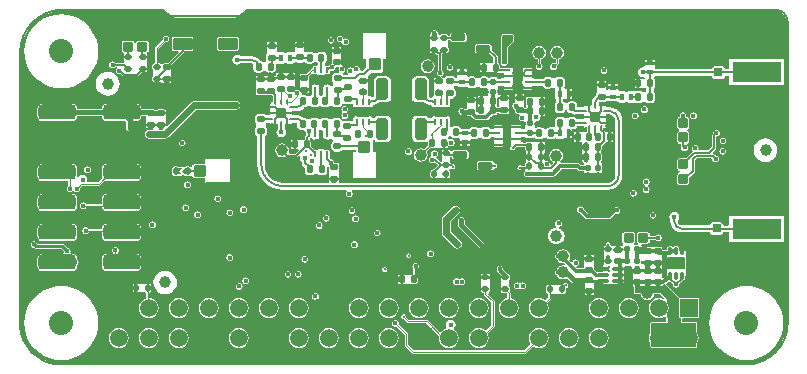
<source format=gtl>
G04*
G04 #@! TF.GenerationSoftware,Altium Limited,CircuitStudio,1.5.2 (30)*
G04*
G04 Layer_Physical_Order=1*
G04 Layer_Color=255*
%FSLAX25Y25*%
%MOIN*%
G70*
G01*
G75*
%ADD10C,0.00768*%
%ADD11C,0.03937*%
G04:AMPARAMS|DCode=12|XSize=23.62mil|YSize=19.69mil|CornerRadius=4.92mil|HoleSize=0mil|Usage=FLASHONLY|Rotation=0.000|XOffset=0mil|YOffset=0mil|HoleType=Round|Shape=RoundedRectangle|*
%AMROUNDEDRECTD12*
21,1,0.02362,0.00984,0,0,0.0*
21,1,0.01378,0.01969,0,0,0.0*
1,1,0.00984,0.00689,-0.00492*
1,1,0.00984,-0.00689,-0.00492*
1,1,0.00984,-0.00689,0.00492*
1,1,0.00984,0.00689,0.00492*
%
%ADD12ROUNDEDRECTD12*%
G04:AMPARAMS|DCode=13|XSize=23.62mil|YSize=17.72mil|CornerRadius=4.43mil|HoleSize=0mil|Usage=FLASHONLY|Rotation=180.000|XOffset=0mil|YOffset=0mil|HoleType=Round|Shape=RoundedRectangle|*
%AMROUNDEDRECTD13*
21,1,0.02362,0.00886,0,0,180.0*
21,1,0.01476,0.01772,0,0,180.0*
1,1,0.00886,-0.00738,0.00443*
1,1,0.00886,0.00738,0.00443*
1,1,0.00886,0.00738,-0.00443*
1,1,0.00886,-0.00738,-0.00443*
%
%ADD13ROUNDEDRECTD13*%
G04:AMPARAMS|DCode=14|XSize=23.62mil|YSize=17.72mil|CornerRadius=4.43mil|HoleSize=0mil|Usage=FLASHONLY|Rotation=270.000|XOffset=0mil|YOffset=0mil|HoleType=Round|Shape=RoundedRectangle|*
%AMROUNDEDRECTD14*
21,1,0.02362,0.00886,0,0,270.0*
21,1,0.01476,0.01772,0,0,270.0*
1,1,0.00886,-0.00443,-0.00738*
1,1,0.00886,-0.00443,0.00738*
1,1,0.00886,0.00443,0.00738*
1,1,0.00886,0.00443,-0.00738*
%
%ADD14ROUNDEDRECTD14*%
G04:AMPARAMS|DCode=15|XSize=23.62mil|YSize=19.69mil|CornerRadius=4.92mil|HoleSize=0mil|Usage=FLASHONLY|Rotation=90.000|XOffset=0mil|YOffset=0mil|HoleType=Round|Shape=RoundedRectangle|*
%AMROUNDEDRECTD15*
21,1,0.02362,0.00984,0,0,90.0*
21,1,0.01378,0.01969,0,0,90.0*
1,1,0.00984,0.00492,0.00689*
1,1,0.00984,0.00492,-0.00689*
1,1,0.00984,-0.00492,-0.00689*
1,1,0.00984,-0.00492,0.00689*
%
%ADD15ROUNDEDRECTD15*%
G04:AMPARAMS|DCode=16|XSize=21.65mil|YSize=17.72mil|CornerRadius=4.43mil|HoleSize=0mil|Usage=FLASHONLY|Rotation=270.000|XOffset=0mil|YOffset=0mil|HoleType=Round|Shape=RoundedRectangle|*
%AMROUNDEDRECTD16*
21,1,0.02165,0.00886,0,0,270.0*
21,1,0.01280,0.01772,0,0,270.0*
1,1,0.00886,-0.00443,-0.00640*
1,1,0.00886,-0.00443,0.00640*
1,1,0.00886,0.00443,0.00640*
1,1,0.00886,0.00443,-0.00640*
%
%ADD16ROUNDEDRECTD16*%
G04:AMPARAMS|DCode=17|XSize=37.01mil|YSize=10.63mil|CornerRadius=1.33mil|HoleSize=0mil|Usage=FLASHONLY|Rotation=180.000|XOffset=0mil|YOffset=0mil|HoleType=Round|Shape=RoundedRectangle|*
%AMROUNDEDRECTD17*
21,1,0.03701,0.00797,0,0,180.0*
21,1,0.03435,0.01063,0,0,180.0*
1,1,0.00266,-0.01718,0.00399*
1,1,0.00266,0.01718,0.00399*
1,1,0.00266,0.01718,-0.00399*
1,1,0.00266,-0.01718,-0.00399*
%
%ADD17ROUNDEDRECTD17*%
G04:AMPARAMS|DCode=18|XSize=61.02mil|YSize=40.16mil|CornerRadius=4.02mil|HoleSize=0mil|Usage=FLASHONLY|Rotation=0.000|XOffset=0mil|YOffset=0mil|HoleType=Round|Shape=RoundedRectangle|*
%AMROUNDEDRECTD18*
21,1,0.06102,0.03213,0,0,0.0*
21,1,0.05299,0.04016,0,0,0.0*
1,1,0.00803,0.02649,-0.01606*
1,1,0.00803,-0.02649,-0.01606*
1,1,0.00803,-0.02649,0.01606*
1,1,0.00803,0.02649,0.01606*
%
%ADD18ROUNDEDRECTD18*%
G04:AMPARAMS|DCode=19|XSize=25.59mil|YSize=11.81mil|CornerRadius=2.95mil|HoleSize=0mil|Usage=FLASHONLY|Rotation=270.000|XOffset=0mil|YOffset=0mil|HoleType=Round|Shape=RoundedRectangle|*
%AMROUNDEDRECTD19*
21,1,0.02559,0.00591,0,0,270.0*
21,1,0.01969,0.01181,0,0,270.0*
1,1,0.00591,-0.00295,-0.00984*
1,1,0.00591,-0.00295,0.00984*
1,1,0.00591,0.00295,0.00984*
1,1,0.00591,0.00295,-0.00984*
%
%ADD19ROUNDEDRECTD19*%
G04:AMPARAMS|DCode=20|XSize=31.5mil|YSize=31.5mil|CornerRadius=3.15mil|HoleSize=0mil|Usage=FLASHONLY|Rotation=90.000|XOffset=0mil|YOffset=0mil|HoleType=Round|Shape=RoundedRectangle|*
%AMROUNDEDRECTD20*
21,1,0.03150,0.02520,0,0,90.0*
21,1,0.02520,0.03150,0,0,90.0*
1,1,0.00630,0.01260,0.01260*
1,1,0.00630,0.01260,-0.01260*
1,1,0.00630,-0.01260,-0.01260*
1,1,0.00630,-0.01260,0.01260*
%
%ADD20ROUNDEDRECTD20*%
G04:AMPARAMS|DCode=21|XSize=18.11mil|YSize=7.87mil|CornerRadius=3.15mil|HoleSize=0mil|Usage=FLASHONLY|Rotation=90.000|XOffset=0mil|YOffset=0mil|HoleType=Round|Shape=RoundedRectangle|*
%AMROUNDEDRECTD21*
21,1,0.01811,0.00158,0,0,90.0*
21,1,0.01181,0.00787,0,0,90.0*
1,1,0.00630,0.00079,0.00591*
1,1,0.00630,0.00079,-0.00591*
1,1,0.00630,-0.00079,-0.00591*
1,1,0.00630,-0.00079,0.00591*
%
%ADD21ROUNDEDRECTD21*%
G04:AMPARAMS|DCode=22|XSize=18.11mil|YSize=7.87mil|CornerRadius=3.15mil|HoleSize=0mil|Usage=FLASHONLY|Rotation=0.000|XOffset=0mil|YOffset=0mil|HoleType=Round|Shape=RoundedRectangle|*
%AMROUNDEDRECTD22*
21,1,0.01811,0.00158,0,0,0.0*
21,1,0.01181,0.00787,0,0,0.0*
1,1,0.00630,0.00591,-0.00079*
1,1,0.00630,-0.00591,-0.00079*
1,1,0.00630,-0.00591,0.00079*
1,1,0.00630,0.00591,0.00079*
%
%ADD22ROUNDEDRECTD22*%
G04:AMPARAMS|DCode=23|XSize=41.34mil|YSize=86.61mil|CornerRadius=4.13mil|HoleSize=0mil|Usage=FLASHONLY|Rotation=0.000|XOffset=0mil|YOffset=0mil|HoleType=Round|Shape=RoundedRectangle|*
%AMROUNDEDRECTD23*
21,1,0.04134,0.07835,0,0,0.0*
21,1,0.03307,0.08661,0,0,0.0*
1,1,0.00827,0.01654,-0.03917*
1,1,0.00827,-0.01654,-0.03917*
1,1,0.00827,-0.01654,0.03917*
1,1,0.00827,0.01654,0.03917*
%
%ADD23ROUNDEDRECTD23*%
G04:AMPARAMS|DCode=24|XSize=39.37mil|YSize=41.34mil|CornerRadius=3.94mil|HoleSize=0mil|Usage=FLASHONLY|Rotation=0.000|XOffset=0mil|YOffset=0mil|HoleType=Round|Shape=RoundedRectangle|*
%AMROUNDEDRECTD24*
21,1,0.03937,0.03347,0,0,0.0*
21,1,0.03150,0.04134,0,0,0.0*
1,1,0.00787,0.01575,-0.01673*
1,1,0.00787,-0.01575,-0.01673*
1,1,0.00787,-0.01575,0.01673*
1,1,0.00787,0.01575,0.01673*
%
%ADD24ROUNDEDRECTD24*%
G04:AMPARAMS|DCode=25|XSize=41.34mil|YSize=86.61mil|CornerRadius=4.13mil|HoleSize=0mil|Usage=FLASHONLY|Rotation=270.000|XOffset=0mil|YOffset=0mil|HoleType=Round|Shape=RoundedRectangle|*
%AMROUNDEDRECTD25*
21,1,0.04134,0.07835,0,0,270.0*
21,1,0.03307,0.08661,0,0,270.0*
1,1,0.00827,-0.03917,-0.01654*
1,1,0.00827,-0.03917,0.01654*
1,1,0.00827,0.03917,0.01654*
1,1,0.00827,0.03917,-0.01654*
%
%ADD25ROUNDEDRECTD25*%
G04:AMPARAMS|DCode=26|XSize=39.37mil|YSize=41.34mil|CornerRadius=3.94mil|HoleSize=0mil|Usage=FLASHONLY|Rotation=270.000|XOffset=0mil|YOffset=0mil|HoleType=Round|Shape=RoundedRectangle|*
%AMROUNDEDRECTD26*
21,1,0.03937,0.03347,0,0,270.0*
21,1,0.03150,0.04134,0,0,270.0*
1,1,0.00787,-0.01673,-0.01575*
1,1,0.00787,-0.01673,0.01575*
1,1,0.00787,0.01673,0.01575*
1,1,0.00787,0.01673,-0.01575*
%
%ADD26ROUNDEDRECTD26*%
G04:AMPARAMS|DCode=27|XSize=51.18mil|YSize=31.5mil|CornerRadius=4.72mil|HoleSize=0mil|Usage=FLASHONLY|Rotation=180.000|XOffset=0mil|YOffset=0mil|HoleType=Round|Shape=RoundedRectangle|*
%AMROUNDEDRECTD27*
21,1,0.05118,0.02205,0,0,180.0*
21,1,0.04173,0.03150,0,0,180.0*
1,1,0.00945,-0.02087,0.01102*
1,1,0.00945,0.02087,0.01102*
1,1,0.00945,0.02087,-0.01102*
1,1,0.00945,-0.02087,-0.01102*
%
%ADD27ROUNDEDRECTD27*%
G04:AMPARAMS|DCode=28|XSize=21.65mil|YSize=9.84mil|CornerRadius=1.48mil|HoleSize=0mil|Usage=FLASHONLY|Rotation=90.000|XOffset=0mil|YOffset=0mil|HoleType=Round|Shape=RoundedRectangle|*
%AMROUNDEDRECTD28*
21,1,0.02165,0.00689,0,0,90.0*
21,1,0.01870,0.00984,0,0,90.0*
1,1,0.00295,0.00345,0.00935*
1,1,0.00295,0.00345,-0.00935*
1,1,0.00295,-0.00345,-0.00935*
1,1,0.00295,-0.00345,0.00935*
%
%ADD28ROUNDEDRECTD28*%
G04:AMPARAMS|DCode=29|XSize=125.2mil|YSize=50mil|CornerRadius=12.5mil|HoleSize=0mil|Usage=FLASHONLY|Rotation=180.000|XOffset=0mil|YOffset=0mil|HoleType=Round|Shape=RoundedRectangle|*
%AMROUNDEDRECTD29*
21,1,0.12520,0.02500,0,0,180.0*
21,1,0.10020,0.05000,0,0,180.0*
1,1,0.02500,-0.05010,0.01250*
1,1,0.02500,0.05010,0.01250*
1,1,0.02500,0.05010,-0.01250*
1,1,0.02500,-0.05010,-0.01250*
%
%ADD29ROUNDEDRECTD29*%
G04:AMPARAMS|DCode=30|XSize=21.65mil|YSize=17.72mil|CornerRadius=4.43mil|HoleSize=0mil|Usage=FLASHONLY|Rotation=0.000|XOffset=0mil|YOffset=0mil|HoleType=Round|Shape=RoundedRectangle|*
%AMROUNDEDRECTD30*
21,1,0.02165,0.00886,0,0,0.0*
21,1,0.01280,0.01772,0,0,0.0*
1,1,0.00886,0.00640,-0.00443*
1,1,0.00886,-0.00640,-0.00443*
1,1,0.00886,-0.00640,0.00443*
1,1,0.00886,0.00640,0.00443*
%
%ADD30ROUNDEDRECTD30*%
G04:AMPARAMS|DCode=31|XSize=48.43mil|YSize=23.62mil|CornerRadius=2.95mil|HoleSize=0mil|Usage=FLASHONLY|Rotation=0.000|XOffset=0mil|YOffset=0mil|HoleType=Round|Shape=RoundedRectangle|*
%AMROUNDEDRECTD31*
21,1,0.04843,0.01772,0,0,0.0*
21,1,0.04252,0.02362,0,0,0.0*
1,1,0.00591,0.02126,-0.00886*
1,1,0.00591,-0.02126,-0.00886*
1,1,0.00591,-0.02126,0.00886*
1,1,0.00591,0.02126,0.00886*
%
%ADD31ROUNDEDRECTD31*%
%ADD32R,0.16496X0.07008*%
%ADD33R,0.16496X0.10492*%
G04:AMPARAMS|DCode=34|XSize=9.84mil|YSize=29.53mil|CornerRadius=1.48mil|HoleSize=0mil|Usage=FLASHONLY|Rotation=270.000|XOffset=0mil|YOffset=0mil|HoleType=Round|Shape=RoundedRectangle|*
%AMROUNDEDRECTD34*
21,1,0.00984,0.02658,0,0,270.0*
21,1,0.00689,0.02953,0,0,270.0*
1,1,0.00295,-0.01329,-0.00345*
1,1,0.00295,-0.01329,0.00345*
1,1,0.00295,0.01329,0.00345*
1,1,0.00295,0.01329,-0.00345*
%
%ADD34ROUNDEDRECTD34*%
G04:AMPARAMS|DCode=35|XSize=47.24mil|YSize=23.62mil|CornerRadius=3.54mil|HoleSize=0mil|Usage=FLASHONLY|Rotation=270.000|XOffset=0mil|YOffset=0mil|HoleType=Round|Shape=RoundedRectangle|*
%AMROUNDEDRECTD35*
21,1,0.04724,0.01654,0,0,270.0*
21,1,0.04016,0.02362,0,0,270.0*
1,1,0.00709,-0.00827,-0.02008*
1,1,0.00709,-0.00827,0.02008*
1,1,0.00709,0.00827,0.02008*
1,1,0.00709,0.00827,-0.02008*
%
%ADD35ROUNDEDRECTD35*%
G04:AMPARAMS|DCode=36|XSize=14.17mil|YSize=23mil|CornerRadius=0.71mil|HoleSize=0mil|Usage=FLASHONLY|Rotation=180.000|XOffset=0mil|YOffset=0mil|HoleType=Round|Shape=RoundedRectangle|*
%AMROUNDEDRECTD36*
21,1,0.01417,0.02158,0,0,180.0*
21,1,0.01276,0.02300,0,0,180.0*
1,1,0.00142,-0.00638,0.01079*
1,1,0.00142,0.00638,0.01079*
1,1,0.00142,0.00638,-0.01079*
1,1,0.00142,-0.00638,-0.01079*
%
%ADD36ROUNDEDRECTD36*%
G04:AMPARAMS|DCode=37|XSize=14.17mil|YSize=23mil|CornerRadius=0.71mil|HoleSize=0mil|Usage=FLASHONLY|Rotation=270.000|XOffset=0mil|YOffset=0mil|HoleType=Round|Shape=RoundedRectangle|*
%AMROUNDEDRECTD37*
21,1,0.01417,0.02158,0,0,270.0*
21,1,0.01276,0.02300,0,0,270.0*
1,1,0.00142,-0.01079,-0.00638*
1,1,0.00142,-0.01079,0.00638*
1,1,0.00142,0.01079,0.00638*
1,1,0.00142,0.01079,-0.00638*
%
%ADD37ROUNDEDRECTD37*%
G04:AMPARAMS|DCode=38|XSize=27.56mil|YSize=27.56mil|CornerRadius=2.76mil|HoleSize=0mil|Usage=FLASHONLY|Rotation=90.000|XOffset=0mil|YOffset=0mil|HoleType=Round|Shape=RoundedRectangle|*
%AMROUNDEDRECTD38*
21,1,0.02756,0.02205,0,0,90.0*
21,1,0.02205,0.02756,0,0,90.0*
1,1,0.00551,0.01102,0.01102*
1,1,0.00551,0.01102,-0.01102*
1,1,0.00551,-0.01102,-0.01102*
1,1,0.00551,-0.01102,0.01102*
%
%ADD38ROUNDEDRECTD38*%
G04:AMPARAMS|DCode=39|XSize=31.89mil|YSize=36.61mil|CornerRadius=4.78mil|HoleSize=0mil|Usage=FLASHONLY|Rotation=270.000|XOffset=0mil|YOffset=0mil|HoleType=Round|Shape=RoundedRectangle|*
%AMROUNDEDRECTD39*
21,1,0.03189,0.02705,0,0,270.0*
21,1,0.02232,0.03661,0,0,270.0*
1,1,0.00957,-0.01352,-0.01116*
1,1,0.00957,-0.01352,0.01116*
1,1,0.00957,0.01352,0.01116*
1,1,0.00957,0.01352,-0.01116*
%
%ADD39ROUNDEDRECTD39*%
G04:AMPARAMS|DCode=40|XSize=31.89mil|YSize=36.61mil|CornerRadius=4.78mil|HoleSize=0mil|Usage=FLASHONLY|Rotation=180.000|XOffset=0mil|YOffset=0mil|HoleType=Round|Shape=RoundedRectangle|*
%AMROUNDEDRECTD40*
21,1,0.03189,0.02705,0,0,180.0*
21,1,0.02232,0.03661,0,0,180.0*
1,1,0.00957,-0.01116,0.01352*
1,1,0.00957,0.01116,0.01352*
1,1,0.00957,0.01116,-0.01352*
1,1,0.00957,-0.01116,-0.01352*
%
%ADD40ROUNDEDRECTD40*%
G04:AMPARAMS|DCode=41|XSize=64.96mil|YSize=41.34mil|CornerRadius=4.13mil|HoleSize=0mil|Usage=FLASHONLY|Rotation=180.000|XOffset=0mil|YOffset=0mil|HoleType=Round|Shape=RoundedRectangle|*
%AMROUNDEDRECTD41*
21,1,0.06496,0.03307,0,0,180.0*
21,1,0.05669,0.04134,0,0,180.0*
1,1,0.00827,-0.02835,0.01654*
1,1,0.00827,0.02835,0.01654*
1,1,0.00827,0.02835,-0.01654*
1,1,0.00827,-0.02835,-0.01654*
%
%ADD41ROUNDEDRECTD41*%
G04:AMPARAMS|DCode=42|XSize=70.87mil|YSize=40.95mil|CornerRadius=6.14mil|HoleSize=0mil|Usage=FLASHONLY|Rotation=90.000|XOffset=0mil|YOffset=0mil|HoleType=Round|Shape=RoundedRectangle|*
%AMROUNDEDRECTD42*
21,1,0.07087,0.02866,0,0,90.0*
21,1,0.05858,0.04095,0,0,90.0*
1,1,0.01228,0.01433,0.02929*
1,1,0.01228,0.01433,-0.02929*
1,1,0.01228,-0.01433,-0.02929*
1,1,0.01228,-0.01433,0.02929*
%
%ADD42ROUNDEDRECTD42*%
G04:AMPARAMS|DCode=43|XSize=49.02mil|YSize=24.02mil|CornerRadius=3.6mil|HoleSize=0mil|Usage=FLASHONLY|Rotation=90.000|XOffset=0mil|YOffset=0mil|HoleType=Round|Shape=RoundedRectangle|*
%AMROUNDEDRECTD43*
21,1,0.04902,0.01681,0,0,90.0*
21,1,0.04181,0.02402,0,0,90.0*
1,1,0.00721,0.00841,0.02091*
1,1,0.00721,0.00841,-0.02091*
1,1,0.00721,-0.00841,-0.02091*
1,1,0.00721,-0.00841,0.02091*
%
%ADD43ROUNDEDRECTD43*%
%ADD44C,0.00600*%
%ADD45C,0.00800*%
%ADD46C,0.01400*%
%ADD47C,0.00350*%
%ADD48C,0.01200*%
%ADD49C,0.00400*%
%ADD50C,0.01600*%
%ADD51C,0.01000*%
%ADD52C,0.02400*%
%ADD53C,0.02200*%
%ADD54C,0.00500*%
%ADD55R,0.01300X0.02000*%
%ADD56R,0.03100X0.02200*%
%ADD57R,0.01768X0.06900*%
%ADD58C,0.03819*%
%ADD59C,0.02362*%
%ADD60C,0.05906*%
%ADD61R,0.05906X0.05906*%
%ADD62C,0.08000*%
%ADD63C,0.01600*%
%ADD64C,0.01000*%
%ADD65C,0.04000*%
G36*
X1048995Y817364D02*
X1082175D01*
X1082867Y816672D01*
X1083979Y815819D01*
X1084894Y815440D01*
X1085273Y815283D01*
X1086662Y815100D01*
X1105890D01*
X1107278Y815283D01*
X1108572Y815819D01*
X1109684Y816672D01*
X1110376Y817364D01*
X1286362D01*
X1286471Y817378D01*
X1287353Y817262D01*
X1288277Y816880D01*
X1289070Y816271D01*
X1289678Y815478D01*
X1290061Y814555D01*
X1290177Y813673D01*
X1290162Y813564D01*
Y713281D01*
X1290186Y713103D01*
X1290034Y711177D01*
X1289542Y709125D01*
X1288734Y707174D01*
X1287631Y705375D01*
X1286260Y703770D01*
X1284655Y702399D01*
X1282856Y701296D01*
X1280905Y700488D01*
X1278853Y699996D01*
X1276927Y699844D01*
X1276749Y699867D01*
X1047891Y699867D01*
X1047720Y699845D01*
X1045867Y699991D01*
X1043893Y700465D01*
X1042017Y701242D01*
X1040286Y702302D01*
X1038742Y703621D01*
X1037424Y705165D01*
X1036363Y706896D01*
X1035586Y708771D01*
X1035112Y710745D01*
X1034966Y712599D01*
X1034989Y712769D01*
X1034989Y796470D01*
Y803358D01*
X1034964Y803544D01*
X1035122Y805555D01*
X1035637Y807698D01*
X1036480Y809734D01*
X1037632Y811613D01*
X1039063Y813290D01*
X1040739Y814721D01*
X1042618Y815872D01*
X1044655Y816716D01*
X1046798Y817230D01*
X1048809Y817389D01*
X1048995Y817364D01*
D02*
G37*
%LPC*%
G36*
X1171476Y737511D02*
X1171039Y737424D01*
X1170668Y737177D01*
X1170421Y736806D01*
X1170334Y736369D01*
X1170421Y735932D01*
X1170668Y735562D01*
X1171039Y735314D01*
X1171476Y735227D01*
X1171913Y735314D01*
X1172283Y735562D01*
X1172531Y735932D01*
X1172618Y736369D01*
X1172531Y736806D01*
X1172283Y737177D01*
X1171913Y737424D01*
X1171476Y737511D01*
D02*
G37*
G36*
X1179876Y752431D02*
X1179282Y752313D01*
X1178780Y751977D01*
X1175680Y748877D01*
X1175344Y748374D01*
X1175226Y747781D01*
Y743181D01*
X1175344Y742588D01*
X1175680Y742085D01*
X1179280Y738485D01*
X1179782Y738149D01*
X1180376Y738031D01*
X1180969Y738149D01*
X1181472Y738485D01*
X1181807Y738988D01*
X1181925Y739581D01*
X1181807Y740174D01*
X1181472Y740677D01*
X1178325Y743823D01*
Y747139D01*
X1180972Y749785D01*
X1181307Y750288D01*
X1181425Y750881D01*
X1181307Y751474D01*
X1180972Y751977D01*
X1180469Y752313D01*
X1179876Y752431D01*
D02*
G37*
G36*
X1225850Y735931D02*
X1225014D01*
Y735143D01*
X1225850D01*
Y735931D01*
D02*
G37*
G36*
X1164134Y736554D02*
X1163814Y736491D01*
X1163543Y736309D01*
X1163362Y736038D01*
X1163298Y735718D01*
X1163362Y735398D01*
X1163543Y735127D01*
X1163814Y734946D01*
X1164134Y734882D01*
X1164454Y734946D01*
X1164725Y735127D01*
X1164907Y735398D01*
X1164970Y735718D01*
X1164907Y736038D01*
X1164725Y736309D01*
X1164454Y736491D01*
X1164134Y736554D01*
D02*
G37*
G36*
X1223537Y735931D02*
X1222652D01*
Y735143D01*
X1223537D01*
Y735931D01*
D02*
G37*
G36*
X1214165Y747681D02*
X1213728Y747594D01*
X1213357Y747346D01*
X1213110Y746976D01*
X1213023Y746539D01*
X1213110Y746102D01*
X1213357Y745731D01*
X1213440Y745676D01*
X1213396Y745106D01*
X1213353Y745054D01*
X1212654Y744962D01*
X1211981Y744683D01*
X1211403Y744239D01*
X1210959Y743661D01*
X1210680Y742987D01*
X1210585Y742264D01*
X1210680Y741542D01*
X1210959Y740868D01*
X1211403Y740290D01*
X1211981Y739846D01*
X1212654Y739567D01*
X1213377Y739472D01*
X1214100Y739567D01*
X1214773Y739846D01*
X1215352Y740290D01*
X1215795Y740868D01*
X1216074Y741542D01*
X1216169Y742264D01*
X1216074Y742987D01*
X1215795Y743661D01*
X1215352Y744239D01*
X1214773Y744683D01*
X1214207Y744917D01*
X1214294Y745422D01*
X1214602Y745484D01*
X1214972Y745731D01*
X1215220Y746102D01*
X1215306Y746539D01*
X1215220Y746976D01*
X1214972Y747346D01*
X1214602Y747594D01*
X1214165Y747681D01*
D02*
G37*
G36*
X1252676Y750312D02*
X1252051Y750188D01*
X1251522Y749835D01*
X1251168Y749305D01*
X1251044Y748681D01*
X1251168Y748057D01*
X1251390Y747725D01*
X1251460Y747254D01*
X1251460D01*
X1251588Y746278D01*
X1251965Y745368D01*
X1252564Y744587D01*
X1253345Y743988D01*
X1254255Y743611D01*
X1255231Y743482D01*
Y743491D01*
X1264728D01*
X1264771Y743275D01*
X1265009Y742919D01*
X1265365Y742681D01*
X1265784Y742598D01*
X1267989D01*
X1268409Y742681D01*
X1268764Y742919D01*
X1269002Y743275D01*
X1269045Y743491D01*
X1271126D01*
Y740394D01*
X1289222D01*
Y749002D01*
X1271126D01*
Y745905D01*
X1269084D01*
X1269002Y746319D01*
X1268764Y746675D01*
X1268409Y746912D01*
X1267989Y746996D01*
X1265784D01*
X1265365Y746912D01*
X1265009Y746675D01*
X1264771Y746319D01*
X1264689Y745905D01*
X1255231D01*
Y745906D01*
X1254715Y746009D01*
X1254278Y746301D01*
X1253986Y746738D01*
X1253883Y747254D01*
X1253959Y747722D01*
X1254183Y748057D01*
X1254307Y748681D01*
X1254183Y749305D01*
X1253829Y749835D01*
X1253300Y750188D01*
X1252676Y750312D01*
D02*
G37*
G36*
X1243728Y743622D02*
X1241023D01*
X1240712Y743560D01*
X1240448Y743384D01*
X1240271Y743120D01*
X1240209Y742808D01*
Y740576D01*
X1240271Y740265D01*
X1240448Y740000D01*
X1240683Y739843D01*
X1240712Y739698D01*
X1240459Y739318D01*
X1239943Y739243D01*
X1239776Y739381D01*
Y739381D01*
X1239308D01*
X1239270Y739482D01*
X1239225Y739881D01*
X1239404Y740000D01*
X1239580Y740265D01*
X1239642Y740576D01*
Y742808D01*
X1239580Y743120D01*
X1239404Y743384D01*
X1239139Y743560D01*
X1238828Y743622D01*
X1236123D01*
X1235812Y743560D01*
X1235548Y743384D01*
X1235371Y743120D01*
X1235309Y742808D01*
Y740576D01*
X1235371Y740265D01*
X1235548Y740000D01*
X1235745Y739868D01*
X1235776Y739381D01*
Y739381D01*
X1235776Y739321D01*
Y739296D01*
X1235450Y738931D01*
X1235276Y738931D01*
X1234614D01*
Y738143D01*
X1235374D01*
X1235441Y738143D01*
X1235444D01*
X1235450D01*
X1235858Y737985D01*
Y737582D01*
X1235783Y737540D01*
X1235424Y737356D01*
X1232522D01*
X1232286Y737744D01*
X1232271Y737773D01*
X1232341Y737924D01*
X1232497Y738143D01*
X1232692D01*
X1233137D01*
Y738931D01*
X1232492D01*
X1232450D01*
X1232379Y738931D01*
X1232292D01*
X1232265D01*
X1232252D01*
X1232251Y738931D01*
X1232185Y738929D01*
X1231892Y738937D01*
X1231581Y739229D01*
X1231512Y739381D01*
Y739381D01*
Y739381D01*
X1231512D01*
X1231448Y739701D01*
X1231364Y739827D01*
X1231267Y739972D01*
X1230995Y740154D01*
X1230676Y740217D01*
X1230356Y740154D01*
X1230084Y739972D01*
X1229987Y739827D01*
X1229903Y739701D01*
X1229840Y739381D01*
X1229840Y739381D01*
Y739381D01*
X1229646Y738956D01*
X1229640Y738943D01*
X1229454Y738855D01*
X1229298Y738781D01*
Y738781D01*
Y738640D01*
X1229292Y738631D01*
X1229219Y738522D01*
X1229160Y738224D01*
Y737338D01*
X1229219Y737041D01*
X1229298Y736922D01*
Y734640D01*
X1229219Y734522D01*
X1229160Y734224D01*
Y733338D01*
X1229215Y733060D01*
X1229217Y733037D01*
X1229176Y732944D01*
X1228895Y732560D01*
X1228895Y732560D01*
X1228895Y732560D01*
X1228895Y732560D01*
Y730270D01*
X1227178D01*
X1227050Y730217D01*
X1226960D01*
X1226002Y731176D01*
X1225850Y731277D01*
Y734356D01*
X1222701D01*
Y731451D01*
X1220439D01*
X1220122Y731822D01*
X1220272Y732318D01*
X1220313Y732326D01*
X1220683Y732574D01*
X1220931Y732944D01*
X1221017Y733381D01*
X1220931Y733818D01*
X1220683Y734189D01*
X1220313Y734436D01*
X1219876Y734523D01*
X1219439Y734436D01*
X1219068Y734189D01*
X1218821Y733818D01*
X1218813Y733778D01*
X1218270Y733613D01*
X1217577Y734307D01*
X1217831Y734688D01*
X1218009Y735581D01*
X1217831Y736474D01*
X1217325Y737231D01*
X1216568Y737737D01*
X1215676Y737914D01*
X1214783Y737737D01*
X1214026Y737231D01*
X1213642Y736657D01*
X1213539Y736636D01*
X1213168Y736389D01*
X1212921Y736018D01*
X1212834Y735581D01*
X1212921Y735144D01*
X1213168Y734774D01*
X1213539Y734526D01*
X1213642Y734506D01*
X1214026Y733931D01*
X1214783Y733425D01*
X1215676Y733248D01*
X1215932Y733299D01*
X1216338Y732893D01*
X1216091Y732432D01*
X1215676Y732514D01*
X1214783Y732337D01*
X1214026Y731831D01*
X1213642Y731257D01*
X1213539Y731236D01*
X1213168Y730989D01*
X1212921Y730618D01*
X1212834Y730181D01*
X1212921Y729744D01*
X1213168Y729374D01*
X1213539Y729126D01*
X1213642Y729106D01*
X1214026Y728531D01*
X1214783Y728025D01*
X1215676Y727848D01*
X1216568Y728025D01*
X1216957Y728285D01*
X1218368Y726874D01*
X1218739Y726626D01*
X1219176Y726539D01*
X1222801D01*
Y724206D01*
X1225950D01*
Y726577D01*
X1227050D01*
X1227178Y726524D01*
X1228895D01*
Y726381D01*
X1233856D01*
Y726524D01*
X1235573D01*
X1235600Y726535D01*
X1235676D01*
X1235921Y726636D01*
X1236022Y726881D01*
Y726913D01*
X1236064Y727014D01*
Y727811D01*
X1236022Y727912D01*
Y728882D01*
X1236064Y728982D01*
Y729780D01*
X1236022Y729880D01*
Y730850D01*
X1236064Y730951D01*
Y731748D01*
X1236343Y732181D01*
X1236776D01*
Y732363D01*
X1237545D01*
X1237552Y732365D01*
X1237776Y732181D01*
Y732181D01*
X1238391D01*
X1238777Y731906D01*
X1238777Y731681D01*
Y731118D01*
X1239663D01*
Y731681D01*
Y731728D01*
X1239776Y732181D01*
X1239999Y732365D01*
X1240006Y732363D01*
X1240329D01*
X1240378Y732346D01*
X1240776Y732181D01*
X1241139Y731851D01*
X1241139Y731681D01*
Y731118D01*
X1241726D01*
X1241976Y731118D01*
X1242101D01*
X1242226D01*
X1242476Y731118D01*
X1243063D01*
Y731706D01*
X1243063Y731906D01*
Y732056D01*
Y732206D01*
X1243063Y732406D01*
Y732994D01*
X1242276D01*
X1242226Y732994D01*
X1241776Y733113D01*
Y733181D01*
X1241669D01*
Y733892D01*
X1241726Y733936D01*
X1242226Y733781D01*
Y733781D01*
X1245376D01*
Y733781D01*
X1245626D01*
Y733781D01*
X1248776D01*
Y735823D01*
X1250276D01*
Y729292D01*
X1249238Y728254D01*
X1248776Y728445D01*
Y730331D01*
X1245626D01*
Y730331D01*
X1245376D01*
Y730331D01*
X1242226D01*
Y730331D01*
X1241976D01*
Y730331D01*
X1238826D01*
Y727181D01*
X1238884D01*
Y726394D01*
X1238826D01*
Y725606D01*
X1238876D01*
X1239229Y725253D01*
X1239229Y723205D01*
X1239229Y723205D01*
D01*
X1239229Y723205D01*
Y723205D01*
X1239229Y723205D01*
Y723204D01*
X1239277Y723088D01*
X1239330Y722960D01*
X1239330Y722960D01*
X1239330Y722960D01*
X1239331Y722959D01*
X1239386Y722936D01*
X1239452Y722909D01*
X1239452Y722908D01*
X1239487Y722894D01*
X1239551Y722867D01*
X1239574Y722858D01*
X1239574Y722857D01*
X1239585Y722857D01*
X1241508Y722851D01*
X1241620Y722288D01*
X1242126Y721531D01*
X1242883Y721025D01*
X1243776Y720848D01*
X1244668Y721025D01*
X1245426Y721531D01*
X1245931Y722288D01*
X1246040Y722835D01*
X1248095Y722828D01*
X1249297Y721652D01*
X1249016Y721227D01*
X1248430Y721470D01*
X1247576Y721582D01*
X1246721Y721470D01*
X1245925Y721140D01*
X1245241Y720615D01*
X1244717Y719932D01*
X1244387Y719136D01*
X1244275Y718281D01*
X1244387Y717427D01*
X1244717Y716631D01*
X1245241Y715947D01*
X1245925Y715422D01*
X1246721Y715093D01*
X1247576Y714980D01*
X1248430Y715093D01*
X1249226Y715422D01*
X1249598Y715708D01*
X1250101Y715464D01*
X1250120Y713983D01*
X1249769Y713627D01*
X1245076D01*
X1244831Y713526D01*
X1244729Y713281D01*
Y709948D01*
X1244717Y709932D01*
X1244387Y709135D01*
X1244275Y708281D01*
X1244387Y707427D01*
X1244717Y706631D01*
X1244729Y706614D01*
Y705381D01*
X1244831Y705136D01*
X1245076Y705035D01*
X1247161D01*
X1247576Y704980D01*
X1247991Y705035D01*
X1257161D01*
X1257576Y704980D01*
X1257990Y705035D01*
X1260076D01*
X1260320Y705136D01*
X1260422Y705381D01*
Y706614D01*
X1260434Y706631D01*
X1260764Y707427D01*
X1260877Y708281D01*
X1260764Y709135D01*
X1260434Y709932D01*
X1260422Y709948D01*
Y711381D01*
Y713281D01*
X1260320Y713526D01*
X1260076Y713627D01*
X1255180D01*
X1255164Y714652D01*
X1255515Y715008D01*
X1260848D01*
Y721554D01*
X1254609D01*
X1254597Y721582D01*
X1254548Y721700D01*
X1254543Y721702D01*
X1254541Y721707D01*
X1250075Y725932D01*
X1250068Y726432D01*
X1250962Y727325D01*
X1252141Y726147D01*
X1252221Y725744D01*
X1252468Y725374D01*
X1252839Y725126D01*
X1253276Y725039D01*
X1253713Y725126D01*
X1254083Y725374D01*
X1254331Y725744D01*
X1254398Y726084D01*
X1255765Y727450D01*
X1255805Y727458D01*
X1256009Y727594D01*
X1256145Y727798D01*
X1256192Y728038D01*
Y729022D01*
X1256476D01*
Y737290D01*
X1254239D01*
X1254223Y737368D01*
Y738274D01*
X1254176Y738514D01*
X1254040Y738718D01*
X1253836Y738854D01*
X1253596Y738901D01*
X1253006D01*
X1252765Y738854D01*
X1252606Y738747D01*
X1252555Y738718D01*
X1252077D01*
X1252026Y738747D01*
X1251867Y738854D01*
X1251627Y738901D01*
X1251036D01*
X1250797Y738854D01*
X1250593Y738718D01*
X1250457Y738514D01*
X1250409Y738274D01*
Y737699D01*
X1249268D01*
X1248776Y737718D01*
Y738506D01*
X1248320D01*
X1248207Y738582D01*
X1247890Y738645D01*
X1246512D01*
X1246195Y738582D01*
X1246081Y738506D01*
X1245577D01*
Y738506D01*
X1245376Y738506D01*
X1244885Y738529D01*
X1244807Y738582D01*
X1244490Y738645D01*
X1243708D01*
X1243703Y738647D01*
X1243445Y738699D01*
X1243376Y738728D01*
X1242129D01*
X1241776Y739081D01*
Y739262D01*
X1241776Y739381D01*
X1242063Y739762D01*
X1243728D01*
X1244040Y739824D01*
X1244304Y740000D01*
X1244480Y740265D01*
X1244542Y740576D01*
Y740958D01*
X1246512D01*
X1246568Y740874D01*
X1246939Y740626D01*
X1247376Y740539D01*
X1247813Y740626D01*
X1248183Y740874D01*
X1248431Y741244D01*
X1248518Y741681D01*
X1248431Y742118D01*
X1248183Y742489D01*
X1247813Y742736D01*
X1247376Y742823D01*
X1246939Y742736D01*
X1246568Y742489D01*
X1246527Y742426D01*
X1244542D01*
Y742808D01*
X1244480Y743120D01*
X1244304Y743384D01*
X1244040Y743560D01*
X1243728Y743622D01*
D02*
G37*
G36*
X1181726Y748703D02*
X1181289Y748616D01*
X1180918Y748369D01*
X1180671Y747998D01*
X1180584Y747561D01*
Y745931D01*
X1180671Y745494D01*
X1180918Y745124D01*
X1187468Y738574D01*
X1187839Y738326D01*
X1188276Y738239D01*
X1188713Y738326D01*
X1189083Y738574D01*
X1189331Y738944D01*
X1189417Y739381D01*
X1189331Y739818D01*
X1189083Y740189D01*
X1182868Y746404D01*
Y747561D01*
X1182781Y747998D01*
X1182533Y748369D01*
X1182163Y748616D01*
X1181726Y748703D01*
D02*
G37*
G36*
X1146076Y740553D02*
X1145639Y740466D01*
X1145268Y740219D01*
X1145021Y739848D01*
X1144934Y739411D01*
X1145021Y738974D01*
X1145268Y738604D01*
X1145639Y738356D01*
X1146076Y738269D01*
X1146513Y738356D01*
X1146883Y738604D01*
X1147131Y738974D01*
X1147217Y739411D01*
X1147131Y739848D01*
X1146883Y740219D01*
X1146513Y740466D01*
X1146076Y740553D01*
D02*
G37*
G36*
X1104576Y736223D02*
X1104139Y736136D01*
X1103768Y735889D01*
X1103521Y735518D01*
X1103434Y735081D01*
X1103521Y734644D01*
X1103768Y734274D01*
X1104139Y734026D01*
X1104576Y733939D01*
X1105013Y734026D01*
X1105383Y734274D01*
X1105631Y734644D01*
X1105717Y735081D01*
X1105631Y735518D01*
X1105383Y735889D01*
X1105013Y736136D01*
X1104576Y736223D01*
D02*
G37*
G36*
X1191154Y729481D02*
X1190366D01*
Y728891D01*
X1191154D01*
Y729481D01*
D02*
G37*
G36*
X1156205Y732000D02*
X1155885Y731936D01*
X1155614Y731755D01*
X1155433Y731484D01*
X1155369Y731164D01*
X1155433Y730844D01*
X1155614Y730573D01*
X1155885Y730391D01*
X1156205Y730328D01*
X1156525Y730391D01*
X1156796Y730573D01*
X1156977Y730844D01*
X1157041Y731164D01*
X1156977Y731484D01*
X1156796Y731755D01*
X1156525Y731936D01*
X1156205Y732000D01*
D02*
G37*
G36*
X1189185Y729481D02*
X1188398D01*
Y728891D01*
X1189185D01*
Y729481D01*
D02*
G37*
G36*
X1127376Y730723D02*
X1126939Y730636D01*
X1126568Y730389D01*
X1126321Y730018D01*
X1126234Y729581D01*
X1126321Y729144D01*
X1126568Y728774D01*
X1126939Y728526D01*
X1127376Y728439D01*
X1127813Y728526D01*
X1128183Y728774D01*
X1128431Y729144D01*
X1128518Y729581D01*
X1128431Y730018D01*
X1128183Y730389D01*
X1127813Y730636D01*
X1127376Y730723D01*
D02*
G37*
G36*
X1161513Y729356D02*
X1160726D01*
Y728519D01*
X1161513D01*
Y729356D01*
D02*
G37*
G36*
X1245626Y732994D02*
X1245525D01*
X1245425D01*
X1245126Y732994D01*
X1244539D01*
Y732406D01*
X1244539Y732206D01*
Y732056D01*
Y731906D01*
X1244539Y731706D01*
Y731118D01*
X1245126D01*
X1245376Y731118D01*
X1245501D01*
X1245626D01*
X1245876Y731118D01*
X1246463D01*
Y731706D01*
X1246463Y731906D01*
Y732056D01*
Y732206D01*
X1246463Y732406D01*
Y732994D01*
X1245925D01*
X1245626Y732994D01*
D02*
G37*
G36*
X1129576Y735723D02*
X1129139Y735636D01*
X1128768Y735389D01*
X1128521Y735018D01*
X1128434Y734581D01*
X1128521Y734144D01*
X1128768Y733774D01*
X1129139Y733526D01*
X1129576Y733439D01*
X1130013Y733526D01*
X1130383Y733774D01*
X1130631Y734144D01*
X1130717Y734581D01*
X1130631Y735018D01*
X1130383Y735389D01*
X1130013Y735636D01*
X1129576Y735723D01*
D02*
G37*
G36*
X1248776Y732994D02*
X1247939D01*
Y732406D01*
X1247939Y732206D01*
Y732056D01*
Y731906D01*
X1247939Y731706D01*
Y731118D01*
X1248776D01*
Y731706D01*
X1248776Y731906D01*
Y732056D01*
Y732206D01*
X1248776Y732406D01*
Y732994D01*
D02*
G37*
G36*
X1039276Y740623D02*
X1038839Y740536D01*
X1038468Y740289D01*
X1038221Y739918D01*
X1038134Y739481D01*
X1038221Y739044D01*
X1038468Y738674D01*
X1038839Y738426D01*
X1039225Y738349D01*
X1039264Y738310D01*
X1039536Y738129D01*
X1039856Y738065D01*
X1048409D01*
X1049244Y737231D01*
X1049321Y736844D01*
X1049331Y736829D01*
X1049064Y736329D01*
X1041975D01*
X1041363Y736207D01*
X1040843Y735860D01*
X1040496Y735340D01*
X1040374Y734728D01*
Y732228D01*
X1040496Y731615D01*
X1040843Y731096D01*
X1041363Y730749D01*
X1041975Y730627D01*
X1051995D01*
X1052608Y730749D01*
X1053127Y731096D01*
X1053474Y731615D01*
X1053596Y732228D01*
Y732518D01*
X1053824Y732670D01*
X1054072Y733041D01*
X1054158Y733478D01*
X1054072Y733915D01*
X1053824Y734285D01*
X1053596Y734438D01*
Y734728D01*
X1053474Y735340D01*
X1053127Y735860D01*
X1052608Y736207D01*
X1051995Y736329D01*
X1051688D01*
X1051420Y736829D01*
X1051431Y736844D01*
X1051517Y737281D01*
X1051431Y737718D01*
X1051183Y738089D01*
X1050813Y738336D01*
X1050426Y738413D01*
X1049347Y739492D01*
X1049076Y739674D01*
X1048756Y739737D01*
X1040367D01*
X1040331Y739918D01*
X1040083Y740289D01*
X1039713Y740536D01*
X1039276Y740623D01*
D02*
G37*
G36*
X1066416Y738756D02*
X1065979Y738669D01*
X1065608Y738421D01*
X1065361Y738051D01*
X1065274Y737614D01*
X1065361Y737177D01*
X1065593Y736829D01*
X1065567Y736701D01*
X1065423Y736329D01*
X1063471D01*
X1062859Y736207D01*
X1062339Y735860D01*
X1061992Y735340D01*
X1061870Y734728D01*
Y732228D01*
X1061992Y731615D01*
X1062339Y731096D01*
X1062859Y730749D01*
X1063471Y730627D01*
X1073491D01*
X1074104Y730749D01*
X1074623Y731096D01*
X1074970Y731615D01*
X1075092Y732228D01*
Y734728D01*
X1074970Y735340D01*
X1074623Y735860D01*
X1074104Y736207D01*
X1073491Y736329D01*
X1067408D01*
X1067264Y736701D01*
X1067238Y736829D01*
X1067471Y737177D01*
X1067558Y737614D01*
X1067471Y738051D01*
X1067223Y738421D01*
X1066853Y738669D01*
X1066416Y738756D01*
D02*
G37*
G36*
X1051995Y756329D02*
X1041975D01*
X1041363Y756207D01*
X1040843Y755860D01*
X1040496Y755340D01*
X1040374Y754728D01*
Y752228D01*
X1040496Y751615D01*
X1040843Y751096D01*
X1041363Y750749D01*
X1041975Y750627D01*
X1051995D01*
X1052608Y750749D01*
X1053127Y751096D01*
X1053474Y751615D01*
X1053596Y752228D01*
Y754728D01*
X1053474Y755340D01*
X1053127Y755860D01*
X1052608Y756207D01*
X1051995Y756329D01*
D02*
G37*
G36*
X1073491D02*
X1063471D01*
X1062859Y756207D01*
X1062339Y755860D01*
X1061992Y755340D01*
X1061870Y754728D01*
Y752911D01*
X1056754D01*
X1056572Y753183D01*
X1056202Y753431D01*
X1055765Y753517D01*
X1055328Y753431D01*
X1054957Y753183D01*
X1054710Y752813D01*
X1054623Y752376D01*
X1054710Y751939D01*
X1054957Y751568D01*
X1055328Y751321D01*
X1055765Y751234D01*
X1056202Y751321D01*
X1056572Y751568D01*
X1056754Y751840D01*
X1061948D01*
X1061992Y751615D01*
X1062339Y751096D01*
X1062859Y750749D01*
X1063471Y750627D01*
X1073491D01*
X1074104Y750749D01*
X1074623Y751096D01*
X1074970Y751615D01*
X1075092Y752228D01*
Y754728D01*
X1074970Y755340D01*
X1074623Y755860D01*
X1074104Y756207D01*
X1073491Y756329D01*
D02*
G37*
G36*
X1089890Y752839D02*
X1089452Y752752D01*
X1089082Y752505D01*
X1088834Y752134D01*
X1088748Y751697D01*
X1088834Y751260D01*
X1089082Y750890D01*
X1089452Y750642D01*
X1089890Y750555D01*
X1090326Y750642D01*
X1090697Y750890D01*
X1090945Y751260D01*
X1091031Y751697D01*
X1090945Y752134D01*
X1090697Y752505D01*
X1090326Y752752D01*
X1089890Y752839D01*
D02*
G37*
G36*
X1221476Y752123D02*
X1221039Y752036D01*
X1220668Y751789D01*
X1220421Y751418D01*
X1220334Y750981D01*
X1220421Y750544D01*
X1220668Y750174D01*
X1221039Y749926D01*
X1221370Y749860D01*
X1223112Y748118D01*
X1223417Y747915D01*
X1223776Y747843D01*
X1230876D01*
X1231235Y747915D01*
X1231539Y748118D01*
X1233129Y749708D01*
X1233476Y749639D01*
X1233913Y749726D01*
X1234283Y749974D01*
X1234531Y750344D01*
X1234618Y750781D01*
X1234531Y751218D01*
X1234283Y751589D01*
X1233913Y751836D01*
X1233476Y751923D01*
X1233039Y751836D01*
X1232858Y751716D01*
X1232517Y751648D01*
X1232212Y751444D01*
X1230487Y749719D01*
X1224164D01*
X1222547Y751336D01*
X1222531Y751418D01*
X1222283Y751789D01*
X1221913Y752036D01*
X1221476Y752123D01*
D02*
G37*
G36*
X1109176Y752223D02*
X1108739Y752136D01*
X1108368Y751889D01*
X1108121Y751518D01*
X1108034Y751081D01*
X1108121Y750644D01*
X1108368Y750274D01*
X1108739Y750026D01*
X1109176Y749939D01*
X1109613Y750026D01*
X1109983Y750274D01*
X1110231Y750644D01*
X1110318Y751081D01*
X1110231Y751518D01*
X1109983Y751889D01*
X1109613Y752136D01*
X1109176Y752223D01*
D02*
G37*
G36*
X1090512Y760523D02*
X1090075Y760436D01*
X1089704Y760189D01*
X1089457Y759818D01*
X1089370Y759381D01*
X1089457Y758944D01*
X1089704Y758574D01*
X1090075Y758326D01*
X1090512Y758239D01*
X1090949Y758326D01*
X1091319Y758574D01*
X1091567Y758944D01*
X1091654Y759381D01*
X1091567Y759818D01*
X1091319Y760189D01*
X1090949Y760436D01*
X1090512Y760523D01*
D02*
G37*
G36*
X1073491Y766329D02*
X1063471D01*
X1062859Y766207D01*
X1062339Y765860D01*
X1061992Y765341D01*
X1061870Y764728D01*
Y762228D01*
X1061992Y761615D01*
X1062036Y761550D01*
X1060615Y760129D01*
X1057336D01*
X1057035Y760629D01*
X1057126Y761085D01*
X1057002Y761709D01*
X1056648Y762239D01*
X1056119Y762592D01*
X1055494Y762716D01*
X1054870Y762592D01*
X1054341Y762239D01*
X1054131Y761925D01*
Y761925D01*
X1054086Y761857D01*
X1053939Y761723D01*
X1053923Y761727D01*
X1053592Y761818D01*
X1053579Y761822D01*
X1053575Y761823D01*
X1053575Y761823D01*
X1053528Y761836D01*
X1053518Y761839D01*
X1053569Y762093D01*
Y762093D01*
X1053596Y762228D01*
Y764728D01*
X1053474Y765341D01*
X1053127Y765860D01*
X1052608Y766207D01*
X1051995Y766329D01*
X1041975D01*
X1041363Y766207D01*
X1040843Y765860D01*
X1040496Y765341D01*
X1040374Y764728D01*
Y762228D01*
X1040496Y761615D01*
X1040843Y761096D01*
X1041363Y760749D01*
X1041975Y760627D01*
X1050713D01*
Y759052D01*
X1050468Y758889D01*
X1050221Y758518D01*
X1050134Y758081D01*
X1050221Y757644D01*
X1050468Y757274D01*
X1050839Y757026D01*
X1051276Y756939D01*
X1051713Y757026D01*
X1052083Y757274D01*
X1052085Y757276D01*
X1052686D01*
X1052717Y757229D01*
X1053088Y756982D01*
X1053525Y756895D01*
X1053962Y756982D01*
X1054332Y757229D01*
X1054580Y757600D01*
X1054667Y758037D01*
X1054603Y758357D01*
X1055303Y759058D01*
X1060837D01*
X1061216Y759215D01*
X1062794Y760792D01*
X1062859Y760749D01*
X1063471Y760627D01*
X1073491D01*
X1074104Y760749D01*
X1074623Y761096D01*
X1074970Y761615D01*
X1075092Y762228D01*
Y764728D01*
X1074970Y765341D01*
X1074623Y765860D01*
X1074104Y766207D01*
X1073491Y766329D01*
D02*
G37*
G36*
X1243376Y761523D02*
X1242939Y761436D01*
X1242568Y761189D01*
X1242321Y760818D01*
X1242234Y760381D01*
X1242321Y759944D01*
X1242568Y759574D01*
X1242916Y759341D01*
X1242939Y759181D01*
Y758981D01*
X1242916Y758821D01*
X1242568Y758589D01*
X1242321Y758218D01*
X1242234Y757781D01*
X1242321Y757344D01*
X1242568Y756974D01*
X1242939Y756726D01*
X1243376Y756639D01*
X1243813Y756726D01*
X1244183Y756974D01*
X1244431Y757344D01*
X1244518Y757781D01*
X1244431Y758218D01*
X1244183Y758589D01*
X1243835Y758821D01*
X1243813Y758981D01*
Y759181D01*
X1243835Y759341D01*
X1244183Y759574D01*
X1244431Y759944D01*
X1244518Y760381D01*
X1244431Y760818D01*
X1244183Y761189D01*
X1243813Y761436D01*
X1243376Y761523D01*
D02*
G37*
G36*
X1100576Y755823D02*
X1100139Y755736D01*
X1099768Y755489D01*
X1099521Y755118D01*
X1099434Y754681D01*
X1099521Y754244D01*
X1099768Y753874D01*
X1100139Y753626D01*
X1100576Y753539D01*
X1101013Y753626D01*
X1101383Y753874D01*
X1101631Y754244D01*
X1101717Y754681D01*
X1101631Y755118D01*
X1101383Y755489D01*
X1101013Y755736D01*
X1100576Y755823D01*
D02*
G37*
G36*
X1239076Y757723D02*
X1238639Y757636D01*
X1238268Y757389D01*
X1238021Y757018D01*
X1237934Y756581D01*
X1238021Y756144D01*
X1238268Y755774D01*
X1238639Y755526D01*
X1239076Y755439D01*
X1239513Y755526D01*
X1239883Y755774D01*
X1240131Y756144D01*
X1240217Y756581D01*
X1240131Y757018D01*
X1239883Y757389D01*
X1239513Y757636D01*
X1239076Y757723D01*
D02*
G37*
G36*
X1145276Y751923D02*
X1144839Y751836D01*
X1144468Y751589D01*
X1144221Y751218D01*
X1144134Y750781D01*
X1144221Y750344D01*
X1144468Y749974D01*
X1144839Y749726D01*
X1145276Y749639D01*
X1145713Y749726D01*
X1146083Y749974D01*
X1146331Y750344D01*
X1146418Y750781D01*
X1146331Y751218D01*
X1146083Y751589D01*
X1145713Y751836D01*
X1145276Y751923D01*
D02*
G37*
G36*
X1073491Y746329D02*
X1063471D01*
X1062859Y746207D01*
X1062339Y745860D01*
X1061992Y745340D01*
X1061870Y744728D01*
Y744644D01*
X1057541D01*
X1057359Y744915D01*
X1056989Y745163D01*
X1056552Y745250D01*
X1056115Y745163D01*
X1055744Y744915D01*
X1055497Y744545D01*
X1055410Y744108D01*
X1055497Y743671D01*
X1055744Y743300D01*
X1056115Y743053D01*
X1056552Y742966D01*
X1056989Y743053D01*
X1057359Y743300D01*
X1057541Y743572D01*
X1061870D01*
Y742228D01*
X1061992Y741615D01*
X1062339Y741096D01*
X1062859Y740749D01*
X1063471Y740627D01*
X1073491D01*
X1074104Y740749D01*
X1074623Y741096D01*
X1074970Y741615D01*
X1075092Y742228D01*
Y744728D01*
X1074970Y745340D01*
X1074623Y745860D01*
X1074104Y746207D01*
X1073491Y746329D01*
D02*
G37*
G36*
X1078747Y747169D02*
X1078310Y747082D01*
X1077939Y746835D01*
X1077692Y746464D01*
X1077605Y746027D01*
X1077692Y745590D01*
X1077939Y745220D01*
X1078310Y744972D01*
X1078747Y744885D01*
X1079184Y744972D01*
X1079554Y745220D01*
X1079802Y745590D01*
X1079889Y746027D01*
X1079802Y746464D01*
X1079554Y746835D01*
X1079184Y747082D01*
X1078747Y747169D01*
D02*
G37*
G36*
X1134376Y746923D02*
X1133939Y746836D01*
X1133568Y746589D01*
X1133321Y746218D01*
X1133234Y745781D01*
X1133321Y745344D01*
X1133568Y744974D01*
X1133939Y744726D01*
X1134376Y744639D01*
X1134813Y744726D01*
X1135183Y744974D01*
X1135431Y745344D01*
X1135518Y745781D01*
X1135431Y746218D01*
X1135183Y746589D01*
X1134813Y746836D01*
X1134376Y746923D01*
D02*
G37*
G36*
X1051995Y746329D02*
X1041975D01*
X1041363Y746207D01*
X1040843Y745860D01*
X1040496Y745340D01*
X1040374Y744728D01*
Y742228D01*
X1040496Y741615D01*
X1040843Y741096D01*
X1041363Y740749D01*
X1041975Y740627D01*
X1051995D01*
X1052608Y740749D01*
X1053127Y741096D01*
X1053474Y741615D01*
X1053596Y742228D01*
Y744728D01*
X1053474Y745340D01*
X1053127Y745860D01*
X1052608Y746207D01*
X1051995Y746329D01*
D02*
G37*
G36*
X1153676Y744423D02*
X1153239Y744336D01*
X1152868Y744089D01*
X1152621Y743718D01*
X1152534Y743281D01*
X1152621Y742844D01*
X1152868Y742474D01*
X1153239Y742226D01*
X1153676Y742139D01*
X1154113Y742226D01*
X1154483Y742474D01*
X1154731Y742844D01*
X1154817Y743281D01*
X1154731Y743718D01*
X1154483Y744089D01*
X1154113Y744336D01*
X1153676Y744423D01*
D02*
G37*
G36*
X1093811Y750532D02*
X1093374Y750446D01*
X1093003Y750198D01*
X1092756Y749827D01*
X1092669Y749391D01*
X1092756Y748953D01*
X1093003Y748583D01*
X1093374Y748336D01*
X1093811Y748249D01*
X1094248Y748336D01*
X1094618Y748583D01*
X1094866Y748953D01*
X1094953Y749391D01*
X1094866Y749827D01*
X1094618Y750198D01*
X1094248Y750446D01*
X1093811Y750532D01*
D02*
G37*
G36*
X1104576Y751123D02*
X1104139Y751036D01*
X1103768Y750789D01*
X1103521Y750418D01*
X1103434Y749981D01*
X1103521Y749544D01*
X1103768Y749174D01*
X1104139Y748926D01*
X1104576Y748839D01*
X1105013Y748926D01*
X1105383Y749174D01*
X1105631Y749544D01*
X1105717Y749981D01*
X1105631Y750418D01*
X1105383Y750789D01*
X1105013Y751036D01*
X1104576Y751123D01*
D02*
G37*
G36*
X1245644Y750369D02*
X1245208Y750282D01*
X1244837Y750035D01*
X1244590Y749664D01*
X1244503Y749227D01*
X1244590Y748790D01*
X1244837Y748420D01*
X1245208Y748172D01*
X1245644Y748085D01*
X1246082Y748172D01*
X1246452Y748420D01*
X1246700Y748790D01*
X1246786Y749227D01*
X1246700Y749664D01*
X1246452Y750035D01*
X1246082Y750282D01*
X1245644Y750369D01*
D02*
G37*
G36*
X1146476Y749123D02*
X1146039Y749036D01*
X1145668Y748789D01*
X1145421Y748418D01*
X1145334Y747981D01*
X1145421Y747544D01*
X1145668Y747174D01*
X1146039Y746926D01*
X1146476Y746839D01*
X1146913Y746926D01*
X1147283Y747174D01*
X1147531Y747544D01*
X1147618Y747981D01*
X1147531Y748418D01*
X1147283Y748789D01*
X1146913Y749036D01*
X1146476Y749123D01*
D02*
G37*
G36*
X1136666Y749383D02*
X1136229Y749296D01*
X1135858Y749049D01*
X1135611Y748678D01*
X1135524Y748241D01*
X1135611Y747804D01*
X1135858Y747434D01*
X1136229Y747186D01*
X1136666Y747099D01*
X1137103Y747186D01*
X1137473Y747434D01*
X1137721Y747804D01*
X1137807Y748241D01*
X1137721Y748678D01*
X1137473Y749049D01*
X1137103Y749296D01*
X1136666Y749383D01*
D02*
G37*
G36*
X1123976Y730723D02*
X1123539Y730636D01*
X1123168Y730389D01*
X1122921Y730018D01*
X1122834Y729581D01*
X1122921Y729144D01*
X1123168Y728774D01*
X1123539Y728526D01*
X1123976Y728439D01*
X1124413Y728526D01*
X1124783Y728774D01*
X1125031Y729144D01*
X1125117Y729581D01*
X1125031Y730018D01*
X1124783Y730389D01*
X1124413Y730636D01*
X1123976Y730723D01*
D02*
G37*
G36*
X1191154Y727957D02*
X1188398D01*
Y725340D01*
X1188319Y725222D01*
X1188260Y724924D01*
Y724038D01*
X1188319Y723740D01*
X1188398Y723622D01*
Y723481D01*
X1188498D01*
X1188740Y723319D01*
X1189037Y723260D01*
X1189213D01*
Y722981D01*
X1189378Y722583D01*
X1191713Y720248D01*
Y712514D01*
X1189855Y710657D01*
X1189226Y711140D01*
X1188430Y711470D01*
X1187576Y711582D01*
X1186721Y711470D01*
X1185925Y711140D01*
X1185241Y710615D01*
X1184717Y709932D01*
X1184387Y709135D01*
X1184275Y708281D01*
X1184387Y707427D01*
X1184717Y706631D01*
X1185241Y705947D01*
X1185925Y705422D01*
X1186721Y705093D01*
X1187576Y704980D01*
X1188430Y705093D01*
X1189226Y705422D01*
X1189910Y705947D01*
X1190434Y706631D01*
X1190764Y707427D01*
X1190877Y708281D01*
X1190764Y709135D01*
X1190519Y709728D01*
X1192674Y711883D01*
X1192674Y711883D01*
X1192838Y712281D01*
Y720481D01*
X1192674Y720879D01*
X1190754Y722798D01*
X1190778Y723011D01*
X1190889Y723371D01*
X1191053Y723481D01*
X1191169D01*
Y723646D01*
X1191232Y723740D01*
X1191292Y724038D01*
Y724924D01*
X1191232Y725222D01*
X1191154Y725340D01*
Y727957D01*
D02*
G37*
G36*
X1077619Y726397D02*
X1076733D01*
X1076435Y726338D01*
X1076317Y726259D01*
X1073699D01*
Y723503D01*
X1076317D01*
X1076435Y723424D01*
X1076613Y723389D01*
Y721425D01*
X1075925Y721140D01*
X1075241Y720615D01*
X1074717Y719932D01*
X1074387Y719136D01*
X1074275Y718281D01*
X1074387Y717427D01*
X1074717Y716631D01*
X1075241Y715947D01*
X1075925Y715422D01*
X1076721Y715093D01*
X1077576Y714980D01*
X1078430Y715093D01*
X1079226Y715422D01*
X1079910Y715947D01*
X1080434Y716631D01*
X1080764Y717427D01*
X1080877Y718281D01*
X1080764Y719136D01*
X1080434Y719932D01*
X1079910Y720615D01*
X1079226Y721140D01*
X1078430Y721470D01*
X1077738Y721561D01*
Y723389D01*
X1077916Y723424D01*
X1078034Y723503D01*
X1078176D01*
Y723603D01*
X1078337Y723845D01*
X1078396Y724143D01*
Y725619D01*
X1078337Y725917D01*
X1078176Y726159D01*
Y726275D01*
X1078011D01*
X1077916Y726338D01*
X1077619Y726397D01*
D02*
G37*
G36*
X1227576Y711582D02*
X1226721Y711470D01*
X1225925Y711140D01*
X1225241Y710615D01*
X1224717Y709932D01*
X1224387Y709135D01*
X1224275Y708281D01*
X1224387Y707427D01*
X1224717Y706631D01*
X1225241Y705947D01*
X1225925Y705422D01*
X1226721Y705093D01*
X1227576Y704980D01*
X1228430Y705093D01*
X1229226Y705422D01*
X1229910Y705947D01*
X1230434Y706631D01*
X1230764Y707427D01*
X1230877Y708281D01*
X1230764Y709135D01*
X1230434Y709932D01*
X1229910Y710615D01*
X1229226Y711140D01*
X1228430Y711470D01*
X1227576Y711582D01*
D02*
G37*
G36*
X1159776Y714323D02*
X1159339Y714236D01*
X1158968Y713989D01*
X1158721Y713618D01*
X1158634Y713181D01*
X1158721Y712744D01*
X1158968Y712374D01*
X1159339Y712126D01*
X1159776Y712039D01*
X1160064Y712097D01*
X1162859Y709302D01*
Y705835D01*
X1163024Y705437D01*
X1165278Y703183D01*
X1165676Y703018D01*
X1202876D01*
X1203274Y703183D01*
X1205692Y705601D01*
X1205925Y705422D01*
X1206721Y705093D01*
X1207576Y704980D01*
X1208430Y705093D01*
X1209226Y705422D01*
X1209910Y705947D01*
X1210434Y706631D01*
X1210764Y707427D01*
X1210877Y708281D01*
X1210764Y709135D01*
X1210434Y709932D01*
X1209910Y710615D01*
X1209226Y711140D01*
X1208430Y711470D01*
X1207576Y711582D01*
X1206721Y711470D01*
X1205925Y711140D01*
X1205241Y710615D01*
X1204717Y709932D01*
X1204387Y709135D01*
X1204275Y708281D01*
X1204387Y707427D01*
X1204717Y706631D01*
X1204896Y706397D01*
X1202642Y704144D01*
X1165909D01*
X1163985Y706068D01*
Y709535D01*
X1163820Y709933D01*
X1160860Y712892D01*
X1160917Y713181D01*
X1160831Y713618D01*
X1160583Y713989D01*
X1160213Y714236D01*
X1159776Y714323D01*
D02*
G37*
G36*
X1217576Y711582D02*
X1216721Y711470D01*
X1215925Y711140D01*
X1215241Y710615D01*
X1214717Y709932D01*
X1214387Y709135D01*
X1214275Y708281D01*
X1214387Y707427D01*
X1214717Y706631D01*
X1215241Y705947D01*
X1215925Y705422D01*
X1216721Y705093D01*
X1217576Y704980D01*
X1218430Y705093D01*
X1219226Y705422D01*
X1219910Y705947D01*
X1220434Y706631D01*
X1220764Y707427D01*
X1220877Y708281D01*
X1220764Y709135D01*
X1220434Y709932D01*
X1219910Y710615D01*
X1219226Y711140D01*
X1218430Y711470D01*
X1217576Y711582D01*
D02*
G37*
G36*
X1117576Y721582D02*
X1116721Y721470D01*
X1115925Y721140D01*
X1115241Y720615D01*
X1114717Y719932D01*
X1114387Y719136D01*
X1114275Y718281D01*
X1114387Y717427D01*
X1114717Y716631D01*
X1115241Y715947D01*
X1115925Y715422D01*
X1116721Y715093D01*
X1117576Y714980D01*
X1118430Y715093D01*
X1119226Y715422D01*
X1119910Y715947D01*
X1120434Y716631D01*
X1120764Y717427D01*
X1120877Y718281D01*
X1120764Y719136D01*
X1120434Y719932D01*
X1119910Y720615D01*
X1119226Y721140D01*
X1118430Y721470D01*
X1117576Y721582D01*
D02*
G37*
G36*
X1127576D02*
X1126721Y721470D01*
X1125925Y721140D01*
X1125241Y720615D01*
X1124717Y719932D01*
X1124387Y719136D01*
X1124275Y718281D01*
X1124387Y717427D01*
X1124717Y716631D01*
X1125241Y715947D01*
X1125925Y715422D01*
X1126721Y715093D01*
X1127576Y714980D01*
X1128430Y715093D01*
X1129226Y715422D01*
X1129910Y715947D01*
X1130434Y716631D01*
X1130764Y717427D01*
X1130877Y718281D01*
X1130764Y719136D01*
X1130434Y719932D01*
X1129910Y720615D01*
X1129226Y721140D01*
X1128430Y721470D01*
X1127576Y721582D01*
D02*
G37*
G36*
X1107576D02*
X1106721Y721470D01*
X1105925Y721140D01*
X1105241Y720615D01*
X1104717Y719932D01*
X1104387Y719136D01*
X1104275Y718281D01*
X1104387Y717427D01*
X1104717Y716631D01*
X1105241Y715947D01*
X1105925Y715422D01*
X1106721Y715093D01*
X1107576Y714980D01*
X1108430Y715093D01*
X1109226Y715422D01*
X1109910Y715947D01*
X1110434Y716631D01*
X1110764Y717427D01*
X1110877Y718281D01*
X1110764Y719136D01*
X1110434Y719932D01*
X1109910Y720615D01*
X1109226Y721140D01*
X1108430Y721470D01*
X1107576Y721582D01*
D02*
G37*
G36*
X1087576D02*
X1086721Y721470D01*
X1085925Y721140D01*
X1085241Y720615D01*
X1084717Y719932D01*
X1084387Y719136D01*
X1084275Y718281D01*
X1084387Y717427D01*
X1084717Y716631D01*
X1085241Y715947D01*
X1085925Y715422D01*
X1086721Y715093D01*
X1087576Y714980D01*
X1088430Y715093D01*
X1089226Y715422D01*
X1089910Y715947D01*
X1090434Y716631D01*
X1090764Y717427D01*
X1090877Y718281D01*
X1090764Y719136D01*
X1090434Y719932D01*
X1089910Y720615D01*
X1089226Y721140D01*
X1088430Y721470D01*
X1087576Y721582D01*
D02*
G37*
G36*
X1097576D02*
X1096721Y721470D01*
X1095925Y721140D01*
X1095241Y720615D01*
X1094717Y719932D01*
X1094387Y719136D01*
X1094275Y718281D01*
X1094387Y717427D01*
X1094717Y716631D01*
X1095241Y715947D01*
X1095925Y715422D01*
X1096721Y715093D01*
X1097576Y714980D01*
X1098430Y715093D01*
X1099226Y715422D01*
X1099910Y715947D01*
X1100434Y716631D01*
X1100764Y717427D01*
X1100877Y718281D01*
X1100764Y719136D01*
X1100434Y719932D01*
X1099910Y720615D01*
X1099226Y721140D01*
X1098430Y721470D01*
X1097576Y721582D01*
D02*
G37*
G36*
X1162476Y716217D02*
X1162156Y716153D01*
X1161884Y715972D01*
X1161703Y715701D01*
X1161639Y715381D01*
X1161703Y715061D01*
X1161884Y714790D01*
X1162156Y714609D01*
X1162476Y714545D01*
X1162509Y714552D01*
X1163678Y713383D01*
X1164076Y713218D01*
X1170042D01*
X1174357Y708904D01*
X1174275Y708281D01*
X1174387Y707427D01*
X1174717Y706631D01*
X1175241Y705947D01*
X1175925Y705422D01*
X1176721Y705093D01*
X1177576Y704980D01*
X1178430Y705093D01*
X1179226Y705422D01*
X1179910Y705947D01*
X1180434Y706631D01*
X1180764Y707427D01*
X1180877Y708281D01*
X1180764Y709135D01*
X1180434Y709932D01*
X1179910Y710615D01*
X1179357Y711039D01*
X1179299Y711569D01*
X1179337Y711635D01*
X1179682Y712151D01*
X1179806Y712775D01*
X1179682Y713399D01*
X1179328Y713928D01*
X1178799Y714282D01*
X1178175Y714406D01*
X1177550Y714282D01*
X1177021Y713928D01*
X1176667Y713399D01*
X1176543Y712775D01*
X1176667Y712151D01*
X1176780Y711982D01*
X1176762Y711822D01*
X1176565Y711405D01*
X1175925Y711140D01*
X1175241Y710615D01*
X1175036Y710348D01*
X1174537Y710315D01*
X1170674Y714179D01*
X1170276Y714344D01*
X1164309D01*
X1163305Y715348D01*
X1163312Y715381D01*
X1163248Y715701D01*
X1163067Y715972D01*
X1162796Y716153D01*
X1162476Y716217D01*
D02*
G37*
G36*
X1077576Y711582D02*
X1076721Y711470D01*
X1075925Y711140D01*
X1075241Y710615D01*
X1074717Y709932D01*
X1074387Y709135D01*
X1074275Y708281D01*
X1074387Y707427D01*
X1074717Y706631D01*
X1075241Y705947D01*
X1075925Y705422D01*
X1076721Y705093D01*
X1077576Y704980D01*
X1078430Y705093D01*
X1079226Y705422D01*
X1079910Y705947D01*
X1080434Y706631D01*
X1080764Y707427D01*
X1080877Y708281D01*
X1080764Y709135D01*
X1080434Y709932D01*
X1079910Y710615D01*
X1079226Y711140D01*
X1078430Y711470D01*
X1077576Y711582D01*
D02*
G37*
G36*
X1087576D02*
X1086721Y711470D01*
X1085925Y711140D01*
X1085241Y710615D01*
X1084717Y709932D01*
X1084387Y709135D01*
X1084275Y708281D01*
X1084387Y707427D01*
X1084717Y706631D01*
X1085241Y705947D01*
X1085925Y705422D01*
X1086721Y705093D01*
X1087576Y704980D01*
X1088430Y705093D01*
X1089226Y705422D01*
X1089910Y705947D01*
X1090434Y706631D01*
X1090764Y707427D01*
X1090877Y708281D01*
X1090764Y709135D01*
X1090434Y709932D01*
X1089910Y710615D01*
X1089226Y711140D01*
X1088430Y711470D01*
X1087576Y711582D01*
D02*
G37*
G36*
X1067576D02*
X1066721Y711470D01*
X1065925Y711140D01*
X1065241Y710615D01*
X1064717Y709932D01*
X1064387Y709135D01*
X1064275Y708281D01*
X1064387Y707427D01*
X1064717Y706631D01*
X1065241Y705947D01*
X1065925Y705422D01*
X1066721Y705093D01*
X1067576Y704980D01*
X1068430Y705093D01*
X1069226Y705422D01*
X1069910Y705947D01*
X1070434Y706631D01*
X1070764Y707427D01*
X1070877Y708281D01*
X1070764Y709135D01*
X1070434Y709932D01*
X1069910Y710615D01*
X1069226Y711140D01*
X1068430Y711470D01*
X1067576Y711582D01*
D02*
G37*
G36*
X1048402Y725639D02*
X1046469Y725487D01*
X1044584Y725034D01*
X1042792Y724292D01*
X1041138Y723279D01*
X1039664Y722020D01*
X1038404Y720545D01*
X1037391Y718891D01*
X1036649Y717100D01*
X1036196Y715214D01*
X1036044Y713281D01*
X1036196Y711348D01*
X1036649Y709462D01*
X1037391Y707671D01*
X1038404Y706017D01*
X1039664Y704543D01*
X1041138Y703283D01*
X1042792Y702270D01*
X1044584Y701528D01*
X1046469Y701075D01*
X1048402Y700923D01*
X1050336Y701075D01*
X1052221Y701528D01*
X1054013Y702270D01*
X1055666Y703283D01*
X1057141Y704543D01*
X1058400Y706017D01*
X1059414Y707671D01*
X1060156Y709462D01*
X1060608Y711348D01*
X1060760Y713281D01*
X1060608Y715214D01*
X1060156Y717100D01*
X1059414Y718891D01*
X1058400Y720545D01*
X1057141Y722020D01*
X1055666Y723279D01*
X1054013Y724292D01*
X1052221Y725034D01*
X1050336Y725487D01*
X1048402Y725639D01*
D02*
G37*
G36*
X1276749Y725639D02*
X1274816Y725487D01*
X1272930Y725034D01*
X1271138Y724292D01*
X1269485Y723279D01*
X1268010Y722020D01*
X1266751Y720545D01*
X1265738Y718892D01*
X1264996Y717100D01*
X1264543Y715214D01*
X1264391Y713281D01*
X1264543Y711348D01*
X1264996Y709462D01*
X1265738Y707671D01*
X1266751Y706017D01*
X1268010Y704543D01*
X1269485Y703283D01*
X1271138Y702270D01*
X1272930Y701528D01*
X1274816Y701075D01*
X1276749Y700923D01*
X1278682Y701075D01*
X1280568Y701528D01*
X1282359Y702270D01*
X1284013Y703283D01*
X1285487Y704543D01*
X1286747Y706017D01*
X1287760Y707671D01*
X1288502Y709462D01*
X1288955Y711348D01*
X1289107Y713281D01*
X1288955Y715214D01*
X1288502Y717100D01*
X1287760Y718892D01*
X1286747Y720545D01*
X1285487Y722020D01*
X1284013Y723279D01*
X1282359Y724292D01*
X1280568Y725034D01*
X1278682Y725487D01*
X1276749Y725639D01*
D02*
G37*
G36*
X1147576Y711582D02*
X1146721Y711470D01*
X1145925Y711140D01*
X1145241Y710615D01*
X1144717Y709932D01*
X1144387Y709135D01*
X1144275Y708281D01*
X1144387Y707427D01*
X1144717Y706631D01*
X1145241Y705947D01*
X1145925Y705422D01*
X1146721Y705093D01*
X1147576Y704980D01*
X1148430Y705093D01*
X1149226Y705422D01*
X1149910Y705947D01*
X1150434Y706631D01*
X1150764Y707427D01*
X1150877Y708281D01*
X1150764Y709135D01*
X1150434Y709932D01*
X1149910Y710615D01*
X1149226Y711140D01*
X1148430Y711470D01*
X1147576Y711582D01*
D02*
G37*
G36*
X1157576D02*
X1156721Y711470D01*
X1155925Y711140D01*
X1155241Y710615D01*
X1154717Y709932D01*
X1154387Y709135D01*
X1154275Y708281D01*
X1154387Y707427D01*
X1154717Y706631D01*
X1155241Y705947D01*
X1155925Y705422D01*
X1156721Y705093D01*
X1157576Y704980D01*
X1158430Y705093D01*
X1159226Y705422D01*
X1159910Y705947D01*
X1160434Y706631D01*
X1160764Y707427D01*
X1160877Y708281D01*
X1160764Y709135D01*
X1160434Y709932D01*
X1159910Y710615D01*
X1159226Y711140D01*
X1158430Y711470D01*
X1157576Y711582D01*
D02*
G37*
G36*
X1137576D02*
X1136721Y711470D01*
X1135925Y711140D01*
X1135241Y710615D01*
X1134717Y709932D01*
X1134387Y709135D01*
X1134275Y708281D01*
X1134387Y707427D01*
X1134717Y706631D01*
X1135241Y705947D01*
X1135925Y705422D01*
X1136721Y705093D01*
X1137576Y704980D01*
X1138430Y705093D01*
X1139226Y705422D01*
X1139910Y705947D01*
X1140434Y706631D01*
X1140764Y707427D01*
X1140877Y708281D01*
X1140764Y709135D01*
X1140434Y709932D01*
X1139910Y710615D01*
X1139226Y711140D01*
X1138430Y711470D01*
X1137576Y711582D01*
D02*
G37*
G36*
X1107576D02*
X1106721Y711470D01*
X1105925Y711140D01*
X1105241Y710615D01*
X1104717Y709932D01*
X1104387Y709135D01*
X1104275Y708281D01*
X1104387Y707427D01*
X1104717Y706631D01*
X1105241Y705947D01*
X1105925Y705422D01*
X1106721Y705093D01*
X1107576Y704980D01*
X1108430Y705093D01*
X1109226Y705422D01*
X1109910Y705947D01*
X1110434Y706631D01*
X1110764Y707427D01*
X1110877Y708281D01*
X1110764Y709135D01*
X1110434Y709932D01*
X1109910Y710615D01*
X1109226Y711140D01*
X1108430Y711470D01*
X1107576Y711582D01*
D02*
G37*
G36*
X1127576D02*
X1126721Y711470D01*
X1125925Y711140D01*
X1125241Y710615D01*
X1124717Y709932D01*
X1124387Y709135D01*
X1124275Y708281D01*
X1124387Y707427D01*
X1124717Y706631D01*
X1125241Y705947D01*
X1125925Y705422D01*
X1126721Y705093D01*
X1127576Y704980D01*
X1128430Y705093D01*
X1129226Y705422D01*
X1129910Y705947D01*
X1130434Y706631D01*
X1130764Y707427D01*
X1130877Y708281D01*
X1130764Y709135D01*
X1130434Y709932D01*
X1129910Y710615D01*
X1129226Y711140D01*
X1128430Y711470D01*
X1127576Y711582D01*
D02*
G37*
G36*
X1072766Y726259D02*
X1072176D01*
Y725472D01*
X1072766D01*
Y726259D01*
D02*
G37*
G36*
X1216576Y726617D02*
X1216256Y726553D01*
X1216198Y726515D01*
X1216136D01*
X1215855Y726459D01*
X1215617Y726300D01*
X1215314Y725997D01*
X1214833D01*
X1214535Y725938D01*
X1214417Y725859D01*
X1212134D01*
X1212016Y725938D01*
X1211718Y725997D01*
X1210833D01*
X1210535Y725938D01*
X1210417Y725859D01*
X1210276D01*
Y725759D01*
X1210114Y725517D01*
X1210055Y725219D01*
Y723743D01*
X1210114Y723445D01*
X1210276Y723203D01*
Y723087D01*
X1210441D01*
X1210535Y723024D01*
X1210653Y723001D01*
Y721854D01*
X1209629Y720831D01*
X1209226Y721140D01*
X1208430Y721470D01*
X1207576Y721582D01*
X1206721Y721470D01*
X1205925Y721140D01*
X1205241Y720615D01*
X1204717Y719932D01*
X1204387Y719136D01*
X1204275Y718281D01*
X1204387Y717427D01*
X1204717Y716631D01*
X1205241Y715947D01*
X1205925Y715422D01*
X1206721Y715093D01*
X1207576Y714980D01*
X1208430Y715093D01*
X1209226Y715422D01*
X1209910Y715947D01*
X1210434Y716631D01*
X1210764Y717427D01*
X1210877Y718281D01*
X1210764Y719136D01*
X1210434Y719932D01*
X1210386Y719995D01*
X1211614Y721223D01*
X1211778Y721621D01*
Y722977D01*
X1212016Y723024D01*
X1212134Y723103D01*
X1214417D01*
X1214535Y723024D01*
X1214833Y722965D01*
X1215718D01*
X1216016Y723024D01*
X1216134Y723103D01*
X1216276D01*
Y723203D01*
X1216437Y723445D01*
X1216496Y723743D01*
Y724880D01*
X1216576Y724945D01*
X1216895Y725009D01*
X1217167Y725190D01*
X1217348Y725461D01*
X1217412Y725781D01*
X1217348Y726101D01*
X1217167Y726372D01*
X1216895Y726553D01*
X1216576Y726617D01*
D02*
G37*
G36*
X1107676Y726623D02*
X1107239Y726536D01*
X1106868Y726289D01*
X1106621Y725918D01*
X1106534Y725481D01*
X1106621Y725044D01*
X1106868Y724674D01*
X1107239Y724426D01*
X1107676Y724339D01*
X1108113Y724426D01*
X1108483Y724674D01*
X1108731Y725044D01*
X1108817Y725481D01*
X1108731Y725918D01*
X1108483Y726289D01*
X1108113Y726536D01*
X1107676Y726623D01*
D02*
G37*
G36*
X1082976Y730752D02*
X1081948Y730617D01*
X1080990Y730220D01*
X1080168Y729589D01*
X1079537Y728767D01*
X1079140Y727809D01*
X1079005Y726781D01*
X1079140Y725753D01*
X1079537Y724796D01*
X1080168Y723973D01*
X1080990Y723342D01*
X1081948Y722945D01*
X1082976Y722810D01*
X1084003Y722945D01*
X1084961Y723342D01*
X1085783Y723973D01*
X1086415Y724796D01*
X1086811Y725753D01*
X1086947Y726781D01*
X1086811Y727809D01*
X1086415Y728767D01*
X1085783Y729589D01*
X1084961Y730220D01*
X1084003Y730617D01*
X1082976Y730752D01*
D02*
G37*
G36*
X1072766Y724291D02*
X1072176D01*
Y723503D01*
X1072766D01*
Y724291D01*
D02*
G37*
G36*
X1202176Y726823D02*
X1201739Y726736D01*
X1201656Y726681D01*
X1201276Y726526D01*
X1200895Y726681D01*
X1200813Y726736D01*
X1200376Y726823D01*
X1199939Y726736D01*
X1199568Y726489D01*
X1199321Y726118D01*
X1199234Y725681D01*
X1199321Y725244D01*
X1199568Y724874D01*
X1199939Y724626D01*
X1200376Y724539D01*
X1200813Y724626D01*
X1200895Y724681D01*
X1201276Y724836D01*
X1201656Y724681D01*
X1201739Y724626D01*
X1202176Y724539D01*
X1202613Y724626D01*
X1202983Y724874D01*
X1203231Y725244D01*
X1203318Y725681D01*
X1203231Y726118D01*
X1202983Y726489D01*
X1202613Y726736D01*
X1202176Y726823D01*
D02*
G37*
G36*
X1181976Y728223D02*
X1181539Y728136D01*
X1181456Y728081D01*
X1181076Y727926D01*
X1180695Y728081D01*
X1180613Y728136D01*
X1180176Y728223D01*
X1179739Y728136D01*
X1179368Y727889D01*
X1179121Y727518D01*
X1179034Y727081D01*
X1179121Y726644D01*
X1179368Y726274D01*
X1179739Y726026D01*
X1180176Y725939D01*
X1180613Y726026D01*
X1180695Y726081D01*
X1181076Y726236D01*
X1181456Y726081D01*
X1181539Y726026D01*
X1181976Y725939D01*
X1182413Y726026D01*
X1182783Y726274D01*
X1183031Y726644D01*
X1183117Y727081D01*
X1183031Y727518D01*
X1182783Y727889D01*
X1182413Y728136D01*
X1181976Y728223D01*
D02*
G37*
G36*
X1109876Y728523D02*
X1109439Y728436D01*
X1109068Y728189D01*
X1108821Y727818D01*
X1108734Y727381D01*
X1108821Y726944D01*
X1109068Y726574D01*
X1109439Y726326D01*
X1109876Y726239D01*
X1110313Y726326D01*
X1110683Y726574D01*
X1110931Y726944D01*
X1111018Y727381D01*
X1110931Y727818D01*
X1110683Y728189D01*
X1110313Y728436D01*
X1109876Y728523D01*
D02*
G37*
G36*
X1161513Y727043D02*
X1160726D01*
Y726206D01*
X1161513D01*
Y727043D01*
D02*
G37*
G36*
X1166576Y733381D02*
X1166139Y733294D01*
X1165768Y733047D01*
X1165521Y732676D01*
X1165434Y732239D01*
X1165521Y731802D01*
X1165740Y731474D01*
Y729736D01*
X1165450Y729356D01*
X1162301D01*
Y726206D01*
X1165450D01*
Y726264D01*
X1166238D01*
Y726206D01*
X1167025D01*
Y726661D01*
X1167101Y726775D01*
X1167164Y727092D01*
Y727919D01*
X1167167Y727921D01*
X1167275Y728084D01*
X1167348Y728193D01*
X1167412Y728513D01*
Y731474D01*
X1167631Y731802D01*
X1167717Y732239D01*
X1167631Y732676D01*
X1167383Y733047D01*
X1167013Y733294D01*
X1166576Y733381D01*
D02*
G37*
G36*
X1226000Y723419D02*
X1225114D01*
Y722632D01*
X1226000D01*
Y723419D01*
D02*
G37*
G36*
X1177576Y721582D02*
X1176721Y721470D01*
X1175925Y721140D01*
X1175241Y720615D01*
X1174717Y719932D01*
X1174387Y719136D01*
X1174275Y718281D01*
X1174387Y717427D01*
X1174717Y716631D01*
X1175241Y715947D01*
X1175925Y715422D01*
X1176721Y715093D01*
X1177576Y714980D01*
X1178430Y715093D01*
X1179226Y715422D01*
X1179910Y715947D01*
X1180434Y716631D01*
X1180764Y717427D01*
X1180877Y718281D01*
X1180764Y719136D01*
X1180434Y719932D01*
X1179910Y720615D01*
X1179226Y721140D01*
X1178430Y721470D01*
X1177576Y721582D01*
D02*
G37*
G36*
X1187576D02*
X1186721Y721470D01*
X1185925Y721140D01*
X1185241Y720615D01*
X1184717Y719932D01*
X1184387Y719136D01*
X1184275Y718281D01*
X1184387Y717427D01*
X1184717Y716631D01*
X1185241Y715947D01*
X1185925Y715422D01*
X1186721Y715093D01*
X1187576Y714980D01*
X1188430Y715093D01*
X1189226Y715422D01*
X1189910Y715947D01*
X1190434Y716631D01*
X1190764Y717427D01*
X1190877Y718281D01*
X1190764Y719136D01*
X1190434Y719932D01*
X1189910Y720615D01*
X1189226Y721140D01*
X1188430Y721470D01*
X1187576Y721582D01*
D02*
G37*
G36*
X1167576D02*
X1166721Y721470D01*
X1165925Y721140D01*
X1165241Y720615D01*
X1164717Y719932D01*
X1164387Y719136D01*
X1164275Y718281D01*
X1164387Y717427D01*
X1164717Y716631D01*
X1165241Y715947D01*
X1165925Y715422D01*
X1166721Y715093D01*
X1167576Y714980D01*
X1168430Y715093D01*
X1169226Y715422D01*
X1169910Y715947D01*
X1170434Y716631D01*
X1170764Y717427D01*
X1170877Y718281D01*
X1170764Y719136D01*
X1170434Y719932D01*
X1169910Y720615D01*
X1169226Y721140D01*
X1168430Y721470D01*
X1167576Y721582D01*
D02*
G37*
G36*
X1147576D02*
X1146721Y721470D01*
X1145925Y721140D01*
X1145241Y720615D01*
X1144717Y719932D01*
X1144387Y719136D01*
X1144275Y718281D01*
X1144387Y717427D01*
X1144717Y716631D01*
X1145241Y715947D01*
X1145925Y715422D01*
X1146721Y715093D01*
X1147576Y714980D01*
X1148430Y715093D01*
X1149226Y715422D01*
X1149910Y715947D01*
X1150434Y716631D01*
X1150764Y717427D01*
X1150877Y718281D01*
X1150764Y719136D01*
X1150434Y719932D01*
X1149910Y720615D01*
X1149226Y721140D01*
X1148430Y721470D01*
X1147576Y721582D01*
D02*
G37*
G36*
X1157576D02*
X1156721Y721470D01*
X1155925Y721140D01*
X1155241Y720615D01*
X1154717Y719932D01*
X1154387Y719136D01*
X1154275Y718281D01*
X1154387Y717427D01*
X1154717Y716631D01*
X1155241Y715947D01*
X1155925Y715422D01*
X1156721Y715093D01*
X1157576Y714980D01*
X1158430Y715093D01*
X1159226Y715422D01*
X1159910Y715947D01*
X1160434Y716631D01*
X1160764Y717427D01*
X1160877Y718281D01*
X1160764Y719136D01*
X1160434Y719932D01*
X1159910Y720615D01*
X1159226Y721140D01*
X1158430Y721470D01*
X1157576Y721582D01*
D02*
G37*
G36*
X1133076Y723323D02*
X1132639Y723236D01*
X1132268Y722989D01*
X1132021Y722618D01*
X1131934Y722181D01*
X1132021Y721744D01*
X1132268Y721374D01*
X1132639Y721126D01*
X1133076Y721039D01*
X1133513Y721126D01*
X1133883Y721374D01*
X1134131Y721744D01*
X1134217Y722181D01*
X1134131Y722618D01*
X1133883Y722989D01*
X1133513Y723236D01*
X1133076Y723323D01*
D02*
G37*
G36*
X1223637Y723419D02*
X1222801D01*
Y722632D01*
X1223637D01*
Y723419D01*
D02*
G37*
G36*
X1237576Y721582D02*
X1236721Y721470D01*
X1235925Y721140D01*
X1235241Y720615D01*
X1234717Y719932D01*
X1234387Y719136D01*
X1234275Y718281D01*
X1234387Y717427D01*
X1234717Y716631D01*
X1235241Y715947D01*
X1235925Y715422D01*
X1236721Y715093D01*
X1237576Y714980D01*
X1238430Y715093D01*
X1239226Y715422D01*
X1239910Y715947D01*
X1240434Y716631D01*
X1240764Y717427D01*
X1240877Y718281D01*
X1240764Y719136D01*
X1240434Y719932D01*
X1239910Y720615D01*
X1239226Y721140D01*
X1238430Y721470D01*
X1237576Y721582D01*
D02*
G37*
G36*
X1194525Y732499D02*
X1194166Y732428D01*
X1193862Y732224D01*
X1193659Y731920D01*
X1193587Y731561D01*
Y730931D01*
X1193659Y730572D01*
X1193862Y730268D01*
X1194917Y729213D01*
X1194860Y728924D01*
Y728038D01*
X1194919Y727740D01*
X1194998Y727622D01*
Y725340D01*
X1194919Y725222D01*
X1194860Y724924D01*
Y724038D01*
X1194919Y723740D01*
X1194998Y723622D01*
Y723481D01*
X1195098D01*
X1195340Y723319D01*
X1195637Y723260D01*
X1196800D01*
X1197013Y723048D01*
Y721508D01*
X1196721Y721470D01*
X1195925Y721140D01*
X1195241Y720615D01*
X1194717Y719932D01*
X1194387Y719136D01*
X1194275Y718281D01*
X1194387Y717427D01*
X1194717Y716631D01*
X1195241Y715947D01*
X1195925Y715422D01*
X1196721Y715093D01*
X1197576Y714980D01*
X1198430Y715093D01*
X1199226Y715422D01*
X1199910Y715947D01*
X1200434Y716631D01*
X1200764Y717427D01*
X1200877Y718281D01*
X1200764Y719136D01*
X1200434Y719932D01*
X1199910Y720615D01*
X1199226Y721140D01*
X1198430Y721470D01*
X1198138Y721508D01*
Y723281D01*
X1198138Y723281D01*
X1197974Y723679D01*
X1197846Y723807D01*
X1197892Y724038D01*
Y724924D01*
X1197832Y725222D01*
X1197754Y725340D01*
Y727622D01*
X1197832Y727740D01*
X1197892Y728038D01*
Y728924D01*
X1197832Y729222D01*
X1197754Y729340D01*
Y729481D01*
X1197653D01*
X1197411Y729643D01*
X1197114Y729702D01*
X1197067D01*
X1197039Y729744D01*
X1195463Y731320D01*
Y731561D01*
X1195392Y731920D01*
X1195189Y732224D01*
X1194884Y732428D01*
X1194525Y732499D01*
D02*
G37*
G36*
X1227576Y721582D02*
X1226721Y721470D01*
X1225925Y721140D01*
X1225241Y720615D01*
X1224717Y719932D01*
X1224387Y719136D01*
X1224275Y718281D01*
X1224387Y717427D01*
X1224717Y716631D01*
X1225241Y715947D01*
X1225925Y715422D01*
X1226721Y715093D01*
X1227576Y714980D01*
X1228430Y715093D01*
X1229226Y715422D01*
X1229910Y715947D01*
X1230434Y716631D01*
X1230764Y717427D01*
X1230877Y718281D01*
X1230764Y719136D01*
X1230434Y719932D01*
X1229910Y720615D01*
X1229226Y721140D01*
X1228430Y721470D01*
X1227576Y721582D01*
D02*
G37*
G36*
X1173537Y795031D02*
X1172652D01*
Y794243D01*
X1173537D01*
Y795031D01*
D02*
G37*
G36*
X1114237Y795731D02*
X1113352D01*
Y794943D01*
X1114237D01*
Y795731D01*
D02*
G37*
G36*
X1240313Y794756D02*
X1239526D01*
Y793919D01*
X1240313D01*
Y794756D01*
D02*
G37*
G36*
X1083276Y809123D02*
X1082839Y809036D01*
X1082468Y808789D01*
X1082221Y808418D01*
X1082134Y807981D01*
X1082191Y807693D01*
X1079778Y805279D01*
X1079613Y804881D01*
Y799902D01*
X1079437D01*
X1079140Y799843D01*
X1078898Y799681D01*
X1078798D01*
Y799540D01*
X1078719Y799422D01*
X1078660Y799124D01*
Y798238D01*
X1078719Y797940D01*
X1078798Y797822D01*
Y795540D01*
X1078719Y795422D01*
X1078660Y795124D01*
Y794238D01*
X1078719Y793940D01*
X1078798Y793822D01*
Y793681D01*
X1078898D01*
X1079140Y793519D01*
X1079437Y793460D01*
X1080914D01*
X1081211Y793519D01*
X1081401Y793646D01*
X1081667Y793579D01*
X1081901Y793432D01*
X1081909D01*
X1081966Y793432D01*
X1082737D01*
Y794219D01*
X1082684D01*
X1082184Y794219D01*
X1082183D01*
X1082165Y794220D01*
X1081858Y794418D01*
X1081768Y794583D01*
X1082010Y795006D01*
X1085050D01*
Y798156D01*
X1084993D01*
Y798943D01*
X1085050D01*
Y799230D01*
X1089244Y803424D01*
X1089381Y803629D01*
X1089429Y803871D01*
Y803926D01*
X1091632D01*
X1091918Y803982D01*
X1092160Y804144D01*
X1092322Y804387D01*
X1092379Y804673D01*
Y807980D01*
X1092322Y808267D01*
X1092160Y808509D01*
X1091918Y808671D01*
X1091632Y808728D01*
X1085962D01*
X1085676Y808671D01*
X1085433Y808509D01*
X1085271Y808267D01*
X1085215Y807980D01*
Y804673D01*
X1085271Y804387D01*
X1085433Y804144D01*
X1085676Y803982D01*
X1085962Y803926D01*
X1087304D01*
X1087496Y803463D01*
X1083902Y799870D01*
X1082787D01*
X1082470Y799807D01*
X1082399Y799760D01*
X1082388Y799759D01*
X1081901Y799731D01*
D01*
X1081417Y799717D01*
X1081401Y799716D01*
X1081211Y799843D01*
X1080914Y799902D01*
X1080738D01*
Y804648D01*
X1082987Y806897D01*
X1083276Y806839D01*
X1083713Y806926D01*
X1084083Y807174D01*
X1084331Y807544D01*
X1084418Y807981D01*
X1084331Y808418D01*
X1084083Y808789D01*
X1083713Y809036D01*
X1083276Y809123D01*
D02*
G37*
G36*
X1085100Y794219D02*
X1084214D01*
Y793432D01*
X1085100D01*
Y794219D01*
D02*
G37*
G36*
X1123301Y796531D02*
X1123276D01*
X1123250D01*
X1122801Y796531D01*
X1122414D01*
Y795743D01*
X1122801D01*
X1123250Y795743D01*
X1123276D01*
X1123301D01*
X1123750Y795743D01*
X1124137D01*
Y796531D01*
X1123750D01*
X1123301Y796531D01*
D02*
G37*
G36*
X1170476Y801214D02*
X1169583Y801037D01*
X1168826Y800531D01*
X1168320Y799774D01*
X1168142Y798881D01*
X1168320Y797988D01*
X1168826Y797231D01*
X1169583Y796725D01*
X1170476Y796548D01*
X1170802Y796613D01*
X1171104Y796553D01*
X1171424Y796616D01*
X1171695Y796797D01*
X1171872Y797062D01*
X1172126Y797231D01*
X1172631Y797988D01*
X1172809Y798881D01*
X1172631Y799774D01*
X1172126Y800531D01*
X1171369Y801037D01*
X1170476Y801214D01*
D02*
G37*
G36*
X1229292Y798623D02*
X1228855Y798536D01*
X1228485Y798289D01*
X1228237Y797918D01*
X1228150Y797481D01*
X1228237Y797044D01*
X1228485Y796674D01*
X1228855Y796426D01*
X1229292Y796339D01*
X1229729Y796426D01*
X1230099Y796674D01*
X1230347Y797044D01*
X1230434Y797481D01*
X1230347Y797918D01*
X1230099Y798289D01*
X1229729Y798536D01*
X1229292Y798623D01*
D02*
G37*
G36*
X1116752Y795731D02*
X1116651D01*
X1116550D01*
X1116252Y795731D01*
X1115714D01*
Y794943D01*
X1116252D01*
X1116550Y794943D01*
X1116651D01*
X1116752D01*
X1117050Y794943D01*
X1117637D01*
Y795731D01*
X1117050D01*
X1116752Y795731D01*
D02*
G37*
G36*
X1126450Y796531D02*
X1125614D01*
Y795743D01*
X1126450D01*
Y796531D01*
D02*
G37*
G36*
X1230050Y793831D02*
X1229214D01*
Y793043D01*
X1230050D01*
Y793831D01*
D02*
G37*
G36*
X1131000Y790719D02*
X1130114D01*
Y789931D01*
X1131000D01*
Y790719D01*
D02*
G37*
G36*
X1218783Y791413D02*
X1218083D01*
Y790513D01*
X1218783D01*
Y791413D01*
D02*
G37*
G36*
X1063876Y797052D02*
X1062848Y796917D01*
X1061890Y796520D01*
X1061068Y795889D01*
X1060437Y795067D01*
X1060040Y794109D01*
X1059905Y793081D01*
X1060040Y792053D01*
X1060437Y791096D01*
X1061068Y790273D01*
X1061890Y789642D01*
X1062848Y789245D01*
X1063876Y789110D01*
X1064903Y789245D01*
X1065861Y789642D01*
X1066683Y790273D01*
X1067315Y791096D01*
X1067711Y792053D01*
X1067847Y793081D01*
X1067711Y794109D01*
X1067315Y795067D01*
X1066683Y795889D01*
X1065861Y796520D01*
X1064903Y796917D01*
X1063876Y797052D01*
D02*
G37*
G36*
X1200434Y789452D02*
X1199548D01*
Y788664D01*
X1200434D01*
Y789452D01*
D02*
G37*
G36*
X1202747D02*
X1201911D01*
Y788664D01*
X1202747D01*
Y789452D01*
D02*
G37*
G36*
X1233976Y792881D02*
X1233076D01*
Y792181D01*
X1233976D01*
Y792881D01*
D02*
G37*
G36*
X1227737Y793831D02*
X1226852D01*
Y793043D01*
X1227737D01*
Y793831D01*
D02*
G37*
G36*
X1231476Y792881D02*
X1230576D01*
Y792181D01*
X1231476D01*
Y792881D01*
D02*
G37*
G36*
X1048402Y816190D02*
X1046469Y816038D01*
X1044584Y815586D01*
X1042792Y814843D01*
X1041138Y813830D01*
X1039664Y812571D01*
X1038404Y811096D01*
X1037391Y809443D01*
X1036649Y807651D01*
X1036196Y805766D01*
X1036044Y803832D01*
X1036196Y801899D01*
X1036649Y800013D01*
X1037391Y798222D01*
X1038404Y796568D01*
X1039664Y795094D01*
X1041138Y793834D01*
X1042792Y792821D01*
X1044584Y792079D01*
X1046469Y791626D01*
X1048402Y791474D01*
X1050336Y791626D01*
X1052221Y792079D01*
X1054013Y792821D01*
X1055666Y793834D01*
X1057141Y795094D01*
X1058400Y796568D01*
X1059414Y798222D01*
X1060156Y800013D01*
X1060608Y801899D01*
X1060760Y803832D01*
X1060608Y805766D01*
X1060156Y807651D01*
X1059414Y809443D01*
X1058400Y811096D01*
X1057141Y812571D01*
X1055666Y813830D01*
X1054013Y814843D01*
X1052221Y815586D01*
X1050336Y816038D01*
X1048402Y816190D01*
D02*
G37*
G36*
X1240313Y792443D02*
X1239526D01*
Y791557D01*
X1240313D01*
Y792443D01*
D02*
G37*
G36*
X1188835Y797700D02*
X1188048D01*
Y796815D01*
X1188835D01*
Y797700D01*
D02*
G37*
G36*
X1120180Y806831D02*
X1119344D01*
Y806043D01*
X1120180D01*
Y806831D01*
D02*
G37*
G36*
X1127117Y807011D02*
X1126232D01*
Y806223D01*
X1127117D01*
Y807011D01*
D02*
G37*
G36*
X1117867Y806831D02*
X1116982D01*
Y806043D01*
X1117867D01*
Y806831D01*
D02*
G37*
G36*
X1141750Y805291D02*
X1140914D01*
Y804503D01*
X1141750D01*
Y805291D01*
D02*
G37*
G36*
X1141276Y809123D02*
X1140839Y809036D01*
X1140468Y808789D01*
X1140221Y808418D01*
X1140134Y807981D01*
X1140221Y807544D01*
X1140468Y807174D01*
X1140839Y806926D01*
X1141276Y806839D01*
X1141713Y806926D01*
X1142082Y806584D01*
X1142329Y806214D01*
X1142700Y805966D01*
X1143137Y805879D01*
X1143574Y805966D01*
X1143944Y806214D01*
X1144192Y806584D01*
X1144279Y807021D01*
X1144192Y807458D01*
X1143944Y807829D01*
X1143574Y808076D01*
X1143137Y808163D01*
X1142700Y808076D01*
X1142331Y808418D01*
X1142083Y808789D01*
X1141713Y809036D01*
X1141276Y809123D01*
D02*
G37*
G36*
X1172776Y811023D02*
X1172339Y810936D01*
X1171968Y810689D01*
X1171721Y810318D01*
X1171634Y809881D01*
X1171646Y809820D01*
X1171382Y809381D01*
X1171382D01*
X1171340Y809210D01*
X1171319Y809122D01*
X1171279Y808924D01*
X1171259Y808824D01*
Y807938D01*
X1171319Y807640D01*
X1171398Y807522D01*
Y805240D01*
X1171319Y805122D01*
X1171259Y804824D01*
Y803938D01*
X1171319Y803640D01*
X1171398Y803522D01*
Y803381D01*
X1171498D01*
X1171740Y803220D01*
X1172037Y803160D01*
X1172958D01*
X1173379Y802740D01*
X1173617Y802580D01*
X1173898Y802524D01*
X1173942D01*
Y797438D01*
X1173868Y797389D01*
X1173621Y797018D01*
X1173534Y796581D01*
X1173621Y796144D01*
X1173868Y795774D01*
X1174172Y795571D01*
X1174239Y795526D01*
X1174459Y795482D01*
X1174618Y795450D01*
X1174983Y795131D01*
X1175005Y795036D01*
X1175006Y795029D01*
X1175009Y795019D01*
X1175013Y795002D01*
X1175014Y794997D01*
Y794948D01*
X1175014Y794825D01*
X1175014Y794602D01*
Y794597D01*
Y794597D01*
Y794243D01*
X1175369D01*
X1175554D01*
X1175787Y793837D01*
X1175565Y793456D01*
X1175418D01*
X1172701D01*
Y790306D01*
X1172759D01*
Y789519D01*
X1172701D01*
Y788999D01*
X1172523D01*
X1172153Y788925D01*
X1171839Y788716D01*
X1171630Y788402D01*
X1171178Y788557D01*
X1171098Y788590D01*
Y794090D01*
X1170988Y794642D01*
X1170676Y795110D01*
X1170208Y795422D01*
X1169656Y795532D01*
X1166790D01*
X1166238Y795422D01*
X1165771Y795110D01*
X1165458Y794642D01*
X1165348Y794090D01*
Y788232D01*
X1165458Y787680D01*
X1165771Y787212D01*
X1166238Y786900D01*
X1166790Y786790D01*
X1169363D01*
X1169641Y786578D01*
X1170917Y786049D01*
X1171597Y785959D01*
X1171630Y785793D01*
X1171839Y785479D01*
X1172153Y785270D01*
X1172523Y785196D01*
X1172867D01*
Y782306D01*
X1172523D01*
X1172153Y782232D01*
X1171839Y782023D01*
X1171630Y781709D01*
X1171611Y781612D01*
X1170918D01*
X1170686Y781960D01*
X1170218Y782272D01*
X1169666Y782382D01*
X1166800D01*
X1166248Y782272D01*
X1165781Y781960D01*
X1165468Y781492D01*
X1165358Y780940D01*
Y775082D01*
X1165468Y774530D01*
X1165781Y774062D01*
X1166248Y773750D01*
X1166800Y773640D01*
X1169666D01*
X1170218Y773750D01*
X1170287Y773796D01*
X1170787Y773529D01*
Y772688D01*
X1169348Y771250D01*
X1169069Y771437D01*
X1168176Y771614D01*
X1167283Y771437D01*
X1166526Y770931D01*
X1166020Y770174D01*
X1165842Y769281D01*
X1166020Y768388D01*
X1166526Y767631D01*
X1167283Y767125D01*
X1168176Y766948D01*
X1169069Y767125D01*
X1169825Y767631D01*
X1170331Y768388D01*
X1170509Y769281D01*
X1170331Y770174D01*
X1170144Y770454D01*
X1171287Y771596D01*
X1171713D01*
Y771654D01*
X1172501D01*
Y771596D01*
X1175650D01*
Y774581D01*
X1176051Y774840D01*
X1176438Y774637D01*
Y774424D01*
Y773909D01*
X1176844D01*
X1177260Y773439D01*
Y773439D01*
X1177263Y773428D01*
X1177263Y773425D01*
X1177347Y773002D01*
X1177433Y772873D01*
X1177413Y772782D01*
Y772782D01*
X1177412Y772781D01*
X1177402Y772769D01*
X1177402Y772769D01*
X1177402Y772769D01*
Y772769D01*
X1177401Y772768D01*
X1177277Y772617D01*
X1177254Y772589D01*
X1177178Y772497D01*
X1177126Y772433D01*
X1177126D01*
X1177048D01*
X1176771Y772433D01*
X1176762D01*
X1176762D01*
X1176438D01*
Y771596D01*
X1177225D01*
Y771962D01*
Y771962D01*
X1177225Y771974D01*
Y772115D01*
X1177239Y772334D01*
X1177246Y772340D01*
X1177249Y772343D01*
X1177249Y772343D01*
X1177266Y772357D01*
X1177306Y772390D01*
X1177325Y772406D01*
X1177327Y772407D01*
X1177327Y772407D01*
X1177330Y772409D01*
X1177331Y772410D01*
X1177331Y772410D01*
X1177339Y772413D01*
X1177497Y772498D01*
X1177559Y772532D01*
X1177605Y772556D01*
X1177724Y772545D01*
X1177806Y772490D01*
X1177815Y772484D01*
X1177965Y772384D01*
X1178402Y772297D01*
X1178839Y772384D01*
X1179210Y772631D01*
X1179457Y773002D01*
X1179544Y773439D01*
X1179457Y773876D01*
X1179210Y774246D01*
X1178839Y774494D01*
X1178402Y774580D01*
X1177965Y774494D01*
X1177401Y774679D01*
X1177289Y774961D01*
X1177393Y775226D01*
X1177393Y775226D01*
X1177518Y775310D01*
X1177549Y775355D01*
X1178577D01*
X1178608Y775310D01*
X1179035Y775024D01*
X1179539Y774924D01*
X1180523D01*
X1180676Y774954D01*
X1181176Y774567D01*
Y774081D01*
X1184576D01*
Y774443D01*
X1185076Y774742D01*
X1185415Y774675D01*
X1186399D01*
X1186903Y774775D01*
X1187331Y775061D01*
X1187361Y775106D01*
X1188390D01*
X1188420Y775061D01*
X1188848Y774775D01*
X1189352Y774675D01*
X1190336D01*
X1190840Y774775D01*
X1191268Y775061D01*
X1191481Y775379D01*
X1191821Y775311D01*
X1192576D01*
Y771881D01*
X1195676D01*
Y779381D01*
X1192576D01*
Y777933D01*
X1191821D01*
X1191550Y777879D01*
X1191268Y778302D01*
X1190840Y778587D01*
X1190336Y778687D01*
X1189352D01*
X1188848Y778587D01*
X1188420Y778302D01*
X1188390Y778256D01*
X1187361D01*
X1187331Y778302D01*
X1186903Y778587D01*
X1186399Y778687D01*
X1185415D01*
X1184911Y778587D01*
X1184483Y778302D01*
X1184304Y778033D01*
X1184295Y778039D01*
X1183955Y778107D01*
X1181796D01*
X1181773Y778102D01*
X1181741Y778123D01*
X1181455Y778551D01*
X1181028Y778836D01*
X1180523Y778937D01*
X1179539D01*
X1179035Y778836D01*
X1178608Y778551D01*
X1178577Y778505D01*
X1178011D01*
Y779055D01*
X1178041Y779100D01*
X1178115Y779470D01*
Y781340D01*
X1178041Y781709D01*
X1177832Y782023D01*
X1177518Y782232D01*
X1177149Y782306D01*
X1176804D01*
Y785196D01*
X1177149D01*
X1177518Y785270D01*
X1177832Y785479D01*
X1178041Y785793D01*
X1178115Y786163D01*
Y788033D01*
X1178556Y788103D01*
X1178565D01*
X1179069Y788203D01*
X1179496Y788489D01*
X1179782Y788916D01*
X1179882Y789421D01*
Y790405D01*
X1179782Y790909D01*
X1179496Y791336D01*
X1179450Y791367D01*
Y792395D01*
X1179496Y792426D01*
X1179507Y792443D01*
X1180157D01*
X1180222Y792345D01*
X1180510Y792152D01*
X1180850Y792085D01*
X1183008D01*
X1183158Y792114D01*
X1183348Y792152D01*
X1183834Y791935D01*
X1183883Y791860D01*
X1184311Y791575D01*
X1184815Y791475D01*
X1185799D01*
X1186303Y791575D01*
X1186731Y791860D01*
X1186761Y791906D01*
X1187790D01*
X1187820Y791860D01*
X1188248Y791575D01*
X1188752Y791475D01*
X1189736D01*
X1190240Y791575D01*
X1190641Y791314D01*
X1190776Y791008D01*
D01*
X1190958Y790578D01*
Y790007D01*
X1190776D01*
Y789008D01*
X1190283Y788990D01*
X1188835D01*
Y785840D01*
X1188835D01*
X1188835D01*
Y785840D01*
X1188835D01*
X1188835Y785840D01*
Y783021D01*
X1188048D01*
Y783527D01*
X1187261D01*
Y783527D01*
X1187152Y783499D01*
X1186956Y783652D01*
X1186654Y784004D01*
X1186654D01*
X1186654Y784004D01*
Y787154D01*
X1183504D01*
Y784752D01*
X1182588D01*
X1182313Y784936D01*
X1181876Y785023D01*
X1181439Y784936D01*
X1181068Y784689D01*
X1180821Y784318D01*
X1180734Y783881D01*
X1180821Y783444D01*
X1181068Y783074D01*
X1181339Y782803D01*
X1181709Y782555D01*
X1182146Y782468D01*
X1183504D01*
Y782429D01*
X1183959D01*
X1184073Y782353D01*
X1184390Y782290D01*
X1184928D01*
X1185973Y781246D01*
X1185973Y781246D01*
X1186141Y781133D01*
X1186310Y781020D01*
X1186708Y780941D01*
X1186708Y780941D01*
X1190094D01*
X1190493Y781020D01*
X1190830Y781246D01*
X1192273Y782689D01*
X1192772Y782690D01*
X1192772Y782690D01*
X1192772Y782690D01*
X1193560D01*
Y783146D01*
X1193613Y783225D01*
X1194347D01*
Y783084D01*
X1194802D01*
X1194916Y783008D01*
X1195233Y782945D01*
X1196611D01*
X1196928Y783008D01*
X1197042Y783084D01*
X1197497D01*
Y783872D01*
X1197439D01*
Y784659D01*
X1197497D01*
Y787809D01*
X1194347D01*
Y785305D01*
X1193613D01*
X1193583Y785350D01*
X1193560Y785840D01*
X1193583Y786330D01*
X1193636Y786409D01*
X1193699Y786726D01*
Y788104D01*
X1193636Y788421D01*
X1193929Y788697D01*
X1194298Y788596D01*
Y788596D01*
X1195184D01*
Y789383D01*
X1194476D01*
X1194298Y789384D01*
X1193976Y789750D01*
Y790007D01*
X1193793D01*
Y790777D01*
X1193792Y790784D01*
X1193976Y791008D01*
X1193976D01*
Y792336D01*
X1194922D01*
X1194955Y792314D01*
X1195325Y792240D01*
X1195876D01*
Y790781D01*
X1198976D01*
Y798281D01*
X1198122D01*
X1197982Y798339D01*
X1195325D01*
X1195004Y798206D01*
X1194486D01*
Y799127D01*
X1194423Y799444D01*
X1194347Y799558D01*
Y800013D01*
X1193884D01*
Y801883D01*
X1193829Y802158D01*
X1193674Y802391D01*
X1191825Y804239D01*
Y805624D01*
X1191777Y805864D01*
X1191641Y806067D01*
X1191438Y806203D01*
X1191198Y806251D01*
X1186946D01*
X1186706Y806203D01*
X1186502Y806067D01*
X1186366Y805864D01*
X1186318Y805624D01*
Y803852D01*
X1186366Y803612D01*
X1186502Y803408D01*
X1186706Y803272D01*
X1186946Y803225D01*
X1190810D01*
X1192449Y801586D01*
Y800013D01*
X1189623D01*
Y796864D01*
X1192772D01*
Y796922D01*
X1193559D01*
X1193560Y796921D01*
Y796864D01*
X1193646D01*
X1193704Y796825D01*
X1193978Y796771D01*
X1195004D01*
X1195325Y796638D01*
X1195876D01*
Y794862D01*
X1195325D01*
X1194955Y794788D01*
X1194898Y794750D01*
X1194092D01*
X1193976Y794924D01*
Y795008D01*
X1193920D01*
X1193911Y795020D01*
X1193500Y795295D01*
X1193015Y795391D01*
X1191736D01*
X1191251Y795295D01*
X1190840Y795020D01*
X1190413Y795272D01*
X1190240Y795387D01*
X1189736Y795487D01*
X1188752D01*
X1188248Y795387D01*
X1187820Y795102D01*
X1187790Y795056D01*
X1186761D01*
X1186731Y795102D01*
X1186303Y795387D01*
X1185799Y795487D01*
X1184815D01*
X1184311Y795387D01*
X1184129Y795266D01*
X1183629Y795533D01*
Y796110D01*
X1180229D01*
Y794938D01*
X1179729Y794924D01*
X1179496Y795273D01*
X1179069Y795559D01*
X1178565Y795659D01*
X1177187D01*
X1176682Y795559D01*
X1176255Y795273D01*
X1176252Y795268D01*
X1175850Y795031D01*
X1175765D01*
X1175537Y795031D01*
X1175535D01*
X1175500D01*
X1175488Y795031D01*
X1175488Y795031D01*
X1175249Y795031D01*
X1175173Y795111D01*
X1175165Y795167D01*
X1175157Y795223D01*
X1175131Y795402D01*
X1175115Y795506D01*
Y795506D01*
X1175115Y795511D01*
X1175296Y795648D01*
X1175113Y795526D01*
Y795526D01*
X1175333Y795674D01*
X1175483Y795774D01*
X1175731Y796144D01*
X1175817Y796581D01*
X1175731Y797018D01*
X1175483Y797389D01*
X1175410Y797438D01*
Y802954D01*
X1175616Y803160D01*
X1176714D01*
X1177011Y803220D01*
X1177253Y803381D01*
X1177353D01*
Y803522D01*
X1177432Y803640D01*
X1177492Y803938D01*
Y804824D01*
X1177432Y805122D01*
X1177353Y805240D01*
Y807522D01*
X1177432Y807640D01*
X1177440Y807678D01*
X1177972D01*
Y807592D01*
X1178020Y807352D01*
X1178156Y807148D01*
X1178359Y807012D01*
X1178599Y806965D01*
X1182851D01*
X1183091Y807012D01*
X1183295Y807148D01*
X1183431Y807352D01*
X1183479Y807592D01*
Y809364D01*
X1183431Y809604D01*
X1183295Y809807D01*
X1183091Y809943D01*
X1182851Y809991D01*
X1178599D01*
X1178359Y809943D01*
X1178156Y809807D01*
X1178020Y809604D01*
X1177972Y809364D01*
Y809113D01*
X1177434D01*
X1177432Y809122D01*
X1177353Y809240D01*
Y809381D01*
X1177253D01*
X1177011Y809543D01*
X1176714Y809602D01*
X1175237D01*
X1175009Y809556D01*
X1174940Y809543D01*
X1174796Y809478D01*
X1174582Y809381D01*
X1174154Y809381D01*
X1173905Y809820D01*
X1173917Y809881D01*
X1173831Y810318D01*
X1173583Y810689D01*
X1173213Y810936D01*
X1172776Y811023D01*
D02*
G37*
G36*
X1198852Y809525D02*
X1195483D01*
X1195436Y809506D01*
X1195408Y809511D01*
X1195341Y809466D01*
X1195238Y809424D01*
X1195231Y809416D01*
X1195217Y809384D01*
X1195188Y809364D01*
X1194934Y808984D01*
X1194914Y808884D01*
X1194875Y808791D01*
Y800346D01*
X1194864Y800318D01*
X1194895Y800243D01*
X1194871Y800123D01*
X1194958Y799686D01*
X1195206Y799316D01*
X1195576Y799068D01*
X1196013Y798981D01*
X1196450Y799068D01*
X1196821Y799316D01*
X1196885Y799412D01*
X1197049Y799480D01*
X1197150Y799725D01*
Y800100D01*
X1197155Y800123D01*
X1197150Y800147D01*
Y805019D01*
X1199097Y806965D01*
X1199198Y807210D01*
Y809179D01*
X1199097Y809424D01*
X1198852Y809525D01*
D02*
G37*
G36*
X1076808Y807372D02*
X1074103D01*
X1073792Y807310D01*
X1073528Y807134D01*
X1073351Y806870D01*
X1073289Y806558D01*
X1072802Y806538D01*
X1072740Y806850D01*
X1072563Y807114D01*
X1072299Y807290D01*
X1071988Y807352D01*
X1069283D01*
X1068972Y807290D01*
X1068708Y807114D01*
X1068531Y806850D01*
X1068469Y806538D01*
Y804306D01*
X1068531Y803994D01*
X1068708Y803730D01*
X1068972Y803554D01*
X1069108Y803527D01*
X1069110Y803522D01*
X1069297Y803078D01*
X1069252Y802930D01*
X1069219Y802822D01*
X1069180Y802630D01*
X1069160Y802524D01*
Y801638D01*
X1069219Y801340D01*
X1069298Y801222D01*
Y800013D01*
X1066400D01*
X1066283Y800189D01*
X1065913Y800436D01*
X1065476Y800523D01*
X1065039Y800436D01*
X1064668Y800189D01*
X1064421Y799818D01*
X1064334Y799381D01*
X1064421Y798944D01*
X1064668Y798574D01*
X1065039Y798326D01*
X1065476Y798239D01*
X1065913Y798326D01*
X1066283Y798574D01*
X1066391Y798736D01*
X1066866Y798720D01*
X1067008Y798249D01*
X1066918Y798189D01*
X1066671Y797818D01*
X1066584Y797381D01*
X1066671Y796944D01*
X1066918Y796574D01*
X1067289Y796326D01*
X1067726Y796239D01*
X1068141Y796322D01*
X1068829Y795634D01*
X1069034Y795497D01*
X1069276Y795449D01*
X1069276Y795449D01*
X1073476D01*
X1073717Y795497D01*
X1073923Y795634D01*
X1075149Y796860D01*
X1076214D01*
X1076511Y796919D01*
X1076753Y797081D01*
X1076869D01*
Y797246D01*
X1076932Y797340D01*
X1076992Y797638D01*
Y798524D01*
X1076932Y798822D01*
X1076853Y798940D01*
Y801222D01*
X1076932Y801340D01*
X1076992Y801638D01*
Y802362D01*
X1076992Y802524D01*
X1076932Y802822D01*
D01*
Y802822D01*
X1076897Y803286D01*
X1076943Y803499D01*
X1076962Y803543D01*
X1077119Y803574D01*
X1077384Y803750D01*
X1077560Y804014D01*
X1077622Y804326D01*
Y806558D01*
X1077560Y806870D01*
X1077384Y807134D01*
X1077119Y807310D01*
X1076808Y807372D01*
D02*
G37*
G36*
X1129430Y807011D02*
X1128594D01*
Y806223D01*
X1129430D01*
Y807011D01*
D02*
G37*
G36*
X1138276Y808723D02*
X1137839Y808636D01*
X1137468Y808389D01*
X1137221Y808018D01*
X1137134Y807581D01*
X1137221Y807144D01*
X1137468Y806774D01*
X1137839Y806526D01*
X1138276Y806439D01*
X1138713Y806526D01*
X1139083Y806774D01*
X1139331Y807144D01*
X1139417Y807581D01*
X1139331Y808018D01*
X1139083Y808389D01*
X1138713Y808636D01*
X1138276Y808723D01*
D02*
G37*
G36*
X1139437Y805291D02*
X1138552D01*
Y804503D01*
X1139437D01*
Y805291D01*
D02*
G37*
G36*
X1156676Y809981D02*
X1148976D01*
Y801381D01*
X1149946D01*
X1150054Y801250D01*
Y798492D01*
X1148950Y797388D01*
X1148329D01*
X1147917Y797881D01*
X1147831Y798318D01*
X1147583Y798689D01*
X1147213Y798936D01*
X1146776Y799023D01*
X1146339Y798936D01*
X1145968Y798689D01*
X1145875Y798549D01*
X1145693Y798324D01*
X1145234Y798422D01*
X1145213Y798436D01*
X1144776Y798523D01*
X1144339Y798436D01*
X1143968Y798189D01*
X1143721Y797818D01*
X1143634Y797381D01*
X1143721Y796944D01*
X1143968Y796574D01*
X1143979Y796567D01*
X1143827Y796067D01*
X1142599D01*
X1142408Y796315D01*
X1142409Y796454D01*
X1142524Y796901D01*
X1142783Y797074D01*
X1143031Y797444D01*
X1143118Y797881D01*
X1143031Y798318D01*
X1142783Y798689D01*
X1142659Y798772D01*
X1142413Y798936D01*
X1142303Y798958D01*
X1142241Y798970D01*
X1141864Y799254D01*
X1141750Y799488D01*
Y799779D01*
X1141693D01*
Y800566D01*
X1141750D01*
Y803716D01*
X1138601D01*
Y800566D01*
X1138659D01*
Y799779D01*
X1138601D01*
Y799608D01*
X1138239Y799536D01*
X1137868Y799289D01*
X1137800Y799187D01*
X1137661Y799159D01*
X1137436Y799009D01*
X1137392Y799028D01*
X1136703D01*
X1136286Y799396D01*
Y799955D01*
X1136502Y800100D01*
X1136788Y800527D01*
X1136888Y801031D01*
Y802409D01*
X1136788Y802914D01*
X1136502Y803341D01*
X1136075Y803627D01*
X1135571Y803727D01*
X1134587D01*
X1134083Y803627D01*
X1133655Y803341D01*
X1133625Y803295D01*
X1132596D01*
X1132565Y803341D01*
X1132138Y803627D01*
X1131634Y803727D01*
X1130650D01*
X1130146Y803627D01*
X1129955Y803499D01*
X1129922Y803487D01*
X1129430Y803742D01*
Y805436D01*
X1126281D01*
Y803771D01*
X1125781Y803522D01*
X1125693Y803581D01*
X1125353Y803648D01*
X1124078D01*
X1123738Y803581D01*
X1123450Y803388D01*
X1122981D01*
X1122693Y803581D01*
X1122353Y803648D01*
X1121078D01*
X1120738Y803581D01*
X1120680Y803542D01*
X1120180Y803809D01*
Y805256D01*
X1117031D01*
Y803167D01*
X1116985Y803136D01*
X1116700Y802709D01*
X1116599Y802205D01*
Y801221D01*
X1116690Y800766D01*
X1116673Y800676D01*
X1116399Y800266D01*
X1115671D01*
X1115641Y800312D01*
X1115213Y800597D01*
X1114784Y800683D01*
X1114398Y801186D01*
X1113667Y801747D01*
X1112816Y802100D01*
X1111902Y802220D01*
Y802213D01*
X1108149D01*
X1107700Y802513D01*
X1107076Y802637D01*
X1106451Y802513D01*
X1105922Y802159D01*
X1105568Y801630D01*
X1105444Y801006D01*
X1105568Y800381D01*
X1105922Y799852D01*
X1106451Y799499D01*
X1107076Y799374D01*
X1107700Y799499D01*
X1108149Y799799D01*
X1111902D01*
Y799793D01*
X1112324Y799709D01*
X1112456Y799621D01*
X1112407Y799380D01*
Y798002D01*
X1112508Y797498D01*
X1112793Y797071D01*
X1113221Y796785D01*
X1113725Y796685D01*
X1114709D01*
X1115213Y796785D01*
X1115641Y797071D01*
X1115671Y797116D01*
X1116700D01*
X1116730Y797071D01*
X1117158Y796785D01*
X1117662Y796685D01*
X1118646D01*
X1119150Y796785D01*
X1119578Y797071D01*
X1119863Y797498D01*
X1119964Y798002D01*
Y799380D01*
X1119937Y799516D01*
X1120353Y799982D01*
X1120450Y799974D01*
X1120738Y799782D01*
X1121078Y799714D01*
X1122353D01*
X1122693Y799782D01*
X1122981Y799974D01*
X1123450D01*
X1123738Y799782D01*
X1124078Y799714D01*
X1125353D01*
X1125693Y799782D01*
X1125981Y799974D01*
X1126010Y800018D01*
X1126600Y800193D01*
X1126663Y800183D01*
X1127167Y800083D01*
X1128545D01*
X1129049Y800183D01*
X1129473Y800467D01*
X1129718Y800100D01*
X1130146Y799814D01*
X1130650Y799714D01*
X1131634D01*
X1132138Y799814D01*
X1132565Y800100D01*
X1132596Y800146D01*
X1133625D01*
X1133655Y800100D01*
X1133872Y799955D01*
Y799396D01*
X1133455Y799028D01*
X1132766D01*
X1132408Y798880D01*
X1132260Y798522D01*
Y798149D01*
X1132081D01*
X1131683Y797985D01*
X1130068Y796369D01*
X1130065Y796370D01*
X1128687D01*
X1128370Y796307D01*
X1128256Y796231D01*
X1127801D01*
Y795443D01*
X1127859D01*
Y794656D01*
X1127801D01*
Y791506D01*
X1130950D01*
Y794656D01*
X1130893D01*
Y795443D01*
X1130950D01*
Y795660D01*
X1131798Y796507D01*
X1132374Y796376D01*
X1132408Y796294D01*
X1132766Y796145D01*
X1132993D01*
X1133455Y796145D01*
X1133455D01*
X1133770Y796150D01*
X1134051Y795968D01*
X1134051D01*
X1134051Y795968D01*
Y795968D01*
X1134365Y795759D01*
X1134455Y795741D01*
X1134734Y795685D01*
X1135423D01*
X1135703Y795741D01*
X1135793Y795759D01*
X1136106Y795968D01*
X1136106Y795968D01*
Y795968D01*
X1136106D01*
X1136388Y796150D01*
X1136703Y796145D01*
X1136703D01*
X1137165Y796145D01*
X1137392D01*
X1137750Y796294D01*
X1137898Y796652D01*
Y797052D01*
X1137989Y797152D01*
X1138398Y797394D01*
X1138676Y797339D01*
X1139113Y797426D01*
X1139483Y797674D01*
X1139731Y798044D01*
X1139818Y798481D01*
X1140166Y798852D01*
X1140676D01*
X1140935Y798457D01*
X1140951Y798364D01*
X1140921Y798318D01*
X1140834Y797881D01*
X1140921Y797444D01*
X1141104Y797169D01*
X1140992Y796825D01*
X1140883Y796669D01*
X1139877D01*
X1139373Y796569D01*
X1138945Y796283D01*
X1138659Y795856D01*
X1138559Y795352D01*
Y794368D01*
X1138659Y793863D01*
X1138945Y793436D01*
X1138991Y793405D01*
Y792564D01*
X1138733Y792314D01*
X1138166Y792375D01*
X1138075Y792512D01*
X1137762Y792721D01*
X1137392Y792795D01*
X1136703D01*
X1136333Y792721D01*
X1136020Y792512D01*
X1135810Y792199D01*
X1135737Y791829D01*
Y789959D01*
X1135774Y789771D01*
X1135775Y789766D01*
X1135508Y789244D01*
X1135489Y789223D01*
X1135311Y789187D01*
X1134883Y788902D01*
X1134455Y789140D01*
X1134317Y789248D01*
Y789544D01*
X1134348Y789589D01*
X1134421Y789959D01*
Y791829D01*
X1134348Y792199D01*
X1134138Y792512D01*
X1133825Y792721D01*
X1133455Y792795D01*
X1132766D01*
X1132396Y792721D01*
X1132083Y792512D01*
X1131873Y792199D01*
X1131800Y791829D01*
Y789959D01*
X1131855Y789679D01*
X1131848Y789187D01*
X1131420Y788902D01*
X1131390Y788856D01*
X1130361D01*
X1130331Y788902D01*
X1129903Y789187D01*
X1129399Y789288D01*
X1128901D01*
X1128554Y789776D01*
X1128603Y789906D01*
X1128632Y789931D01*
X1128637D01*
Y790719D01*
X1127801D01*
X1127801Y790719D01*
X1127504Y790815D01*
X1127465Y790841D01*
X1127028Y790928D01*
X1127000Y790922D01*
X1126741Y790972D01*
X1126399Y791258D01*
X1126393Y791272D01*
Y791806D01*
X1126450D01*
Y794956D01*
X1123301D01*
Y794956D01*
X1123301Y794956D01*
X1123250D01*
Y794956D01*
X1123250Y794956D01*
X1120450D01*
X1120425Y794956D01*
X1120424Y794956D01*
X1120381Y794956D01*
X1120279Y794956D01*
X1120052Y795356D01*
X1120266Y795739D01*
X1120290Y795739D01*
X1120443Y795743D01*
X1120449Y795743D01*
X1120471Y795743D01*
X1120483D01*
X1120937D01*
Y796531D01*
X1120101D01*
Y796235D01*
X1120101Y796197D01*
X1120101Y796168D01*
Y796168D01*
X1120059Y796047D01*
X1120034Y795974D01*
Y795974D01*
X1120020Y795934D01*
X1120001Y795878D01*
D01*
X1120001Y795878D01*
X1120001Y795877D01*
X1120000Y795875D01*
D01*
X1119992Y795852D01*
X1119991Y795851D01*
X1119984Y795830D01*
X1119983Y795827D01*
X1119953Y795740D01*
X1119953Y795740D01*
X1119953D01*
X1119953D01*
X1119666Y795732D01*
X1119608Y795731D01*
X1119603Y795731D01*
X1119568Y795731D01*
X1119114D01*
Y794943D01*
X1119601D01*
X1119627Y794943D01*
X1119627Y794943D01*
X1119671Y794943D01*
X1119786Y794943D01*
X1120009Y794550D01*
X1119786Y794156D01*
X1116801D01*
Y794156D01*
X1116550D01*
Y794156D01*
X1113401D01*
Y791006D01*
X1113459D01*
Y790219D01*
X1113401D01*
Y789431D01*
X1113856D01*
X1113970Y789356D01*
X1114212Y789307D01*
X1114307Y789244D01*
X1114744Y789157D01*
X1115181Y789244D01*
X1115254Y789292D01*
X1115665D01*
X1115981Y789356D01*
X1116060Y789408D01*
X1116550Y789431D01*
X1116550D01*
X1116801D01*
Y789431D01*
X1117291Y789408D01*
X1117370Y789356D01*
X1117687Y789292D01*
X1118626D01*
X1118990Y788928D01*
Y786878D01*
X1118032D01*
Y782464D01*
X1117441D01*
X1117398Y782455D01*
X1116765D01*
X1116621Y782672D01*
X1116193Y782957D01*
X1115689Y783058D01*
X1114311D01*
X1113807Y782957D01*
X1113380Y782672D01*
X1113094Y782244D01*
X1112994Y781740D01*
Y780756D01*
X1113094Y780252D01*
X1113380Y779824D01*
X1113425Y779794D01*
Y778765D01*
X1113380Y778735D01*
X1113094Y778307D01*
X1112994Y777803D01*
Y776819D01*
X1113094Y776315D01*
X1113380Y775887D01*
X1113793Y775611D01*
Y766121D01*
X1113776D01*
X1113938Y764472D01*
X1114419Y762886D01*
X1115200Y761424D01*
X1116252Y760143D01*
X1117533Y759091D01*
X1118995Y758310D01*
X1120581Y757829D01*
X1122230Y757667D01*
Y757684D01*
X1143410D01*
X1143568Y757189D01*
X1143321Y756818D01*
X1143234Y756381D01*
X1143321Y755944D01*
X1143568Y755574D01*
X1143939Y755326D01*
X1144376Y755239D01*
X1144813Y755326D01*
X1145183Y755574D01*
X1145431Y755944D01*
X1145518Y756381D01*
X1145431Y756818D01*
X1145183Y757189D01*
X1145341Y757684D01*
X1230546D01*
Y757666D01*
X1231808Y757832D01*
X1232983Y758319D01*
X1233993Y759094D01*
X1234768Y760103D01*
X1235255Y761279D01*
X1235421Y762541D01*
X1235403D01*
Y780853D01*
X1235417D01*
X1235268Y781985D01*
X1234831Y783039D01*
X1234136Y783945D01*
X1233231Y784639D01*
X1232176Y785076D01*
X1231045Y785225D01*
Y785225D01*
X1230669Y785219D01*
X1230079D01*
Y785697D01*
X1227987D01*
X1227633Y786051D01*
Y786287D01*
X1227634Y786455D01*
X1227787Y786903D01*
X1229165D01*
X1229669Y787003D01*
X1230095Y787288D01*
X1230097Y787289D01*
X1230569Y787415D01*
X1230857Y787223D01*
X1231196Y787155D01*
X1233355D01*
X1233609Y787206D01*
X1234010Y786974D01*
D01*
X1234010Y786974D01*
Y786974D01*
X1234298Y786782D01*
X1234421Y786757D01*
X1234638Y786714D01*
X1235913D01*
X1236253Y786782D01*
X1236541Y786974D01*
X1237010D01*
X1237298Y786782D01*
X1237638Y786714D01*
X1238913D01*
X1239253Y786782D01*
X1239477Y786931D01*
X1239711Y786775D01*
X1240215Y786675D01*
X1241199D01*
X1241703Y786775D01*
X1242131Y787060D01*
X1242161Y787106D01*
X1243190D01*
X1243220Y787060D01*
X1243648Y786775D01*
X1244152Y786675D01*
X1245136D01*
X1245640Y786775D01*
X1246068Y787060D01*
X1246353Y787488D01*
X1246454Y787992D01*
Y789370D01*
X1246353Y789874D01*
X1246068Y790302D01*
X1245851Y790446D01*
Y791416D01*
X1246068Y791561D01*
X1246353Y791988D01*
X1246454Y792492D01*
Y793870D01*
X1246353Y794374D01*
X1246068Y794802D01*
X1246038Y794822D01*
X1246020Y795031D01*
X1246071Y795374D01*
X1246283Y795515D01*
X1246377Y795657D01*
X1265241D01*
X1265317Y795275D01*
X1265555Y794919D01*
X1265911Y794681D01*
X1266330Y794598D01*
X1268535D01*
X1268955Y794681D01*
X1269311Y794919D01*
X1269548Y795275D01*
X1269624Y795657D01*
X1271126D01*
Y792560D01*
X1289222D01*
Y801168D01*
X1271126D01*
Y798071D01*
X1269598D01*
X1269548Y798319D01*
X1269311Y798675D01*
X1268955Y798912D01*
X1268535Y798996D01*
X1266330D01*
X1265911Y798912D01*
X1265555Y798675D01*
X1265317Y798319D01*
X1265268Y798071D01*
X1246276D01*
Y799281D01*
X1242876D01*
Y798883D01*
X1242376Y798473D01*
X1242176Y798512D01*
X1241551Y798388D01*
X1241022Y798035D01*
X1240668Y797505D01*
X1240544Y796881D01*
X1240668Y796257D01*
X1241022Y795727D01*
X1241551Y795374D01*
X1242176Y795250D01*
X1242559Y795326D01*
X1242764Y795048D01*
X1242799Y794843D01*
X1242722Y794756D01*
X1241101D01*
Y791606D01*
X1243190D01*
X1243220Y791561D01*
X1243437Y791416D01*
Y790446D01*
X1243220Y790302D01*
X1243190Y790256D01*
X1242161D01*
X1242131Y790302D01*
X1241703Y790587D01*
X1241199Y790688D01*
X1240215D01*
X1239711Y790587D01*
X1239477Y790431D01*
X1239253Y790581D01*
X1238913Y790648D01*
X1237638D01*
X1237298Y790581D01*
X1237010Y790388D01*
X1236541D01*
X1236253Y790581D01*
X1235913Y790648D01*
X1234638D01*
X1234476Y790616D01*
X1234054Y790873D01*
X1233976Y790967D01*
Y791181D01*
X1230576D01*
Y790899D01*
X1230076Y790636D01*
X1230051Y790654D01*
X1230050Y790655D01*
Y792256D01*
X1226901D01*
Y790167D01*
X1226855Y790136D01*
X1226569Y789709D01*
X1226480Y789258D01*
X1226136Y788994D01*
X1225632Y788337D01*
X1225315Y787572D01*
X1225270Y787235D01*
X1225208Y786760D01*
X1225207Y786755D01*
X1225206Y786751D01*
X1225202Y786292D01*
X1225202Y786287D01*
X1225202Y786260D01*
Y786197D01*
X1224751Y785697D01*
X1222756D01*
Y785219D01*
X1222165D01*
X1222122Y785211D01*
X1220454D01*
Y785870D01*
X1220353Y786374D01*
X1220068Y786802D01*
X1219640Y787087D01*
X1219136Y787187D01*
X1218152D01*
X1217648Y787087D01*
X1217220Y786802D01*
X1217190Y786756D01*
X1216161D01*
X1216131Y786802D01*
X1215715Y787079D01*
Y787917D01*
X1215848Y788006D01*
X1215853Y788013D01*
X1217083D01*
Y791413D01*
X1216282D01*
X1216051Y791913D01*
X1216217Y792161D01*
X1216317Y792665D01*
Y794043D01*
X1216217Y794548D01*
X1215932Y794975D01*
X1215504Y795260D01*
X1215000Y795361D01*
X1214016D01*
X1213512Y795260D01*
X1213084Y794975D01*
X1213054Y794929D01*
X1212025D01*
X1211995Y794975D01*
X1211567Y795260D01*
X1211063Y795361D01*
X1210079D01*
X1209575Y795260D01*
X1209147Y794975D01*
X1209002Y794758D01*
X1206153D01*
X1206108Y794788D01*
X1205738Y794862D01*
X1205276D01*
Y798281D01*
X1202176D01*
Y794202D01*
X1202115Y793896D01*
Y793207D01*
X1202176Y792900D01*
Y790781D01*
X1205276D01*
Y792240D01*
X1205738D01*
X1206108Y792314D01*
X1206153Y792344D01*
X1208825D01*
X1208862Y792161D01*
X1209147Y791734D01*
X1209575Y791448D01*
X1210079Y791348D01*
X1211063D01*
X1211567Y791448D01*
X1211995Y791734D01*
X1212025Y791780D01*
X1213044D01*
X1213288Y791377D01*
X1213125Y791132D01*
X1213057Y790792D01*
Y788633D01*
X1213125Y788294D01*
X1213301Y788030D01*
Y786813D01*
X1213283Y786802D01*
X1212998Y786374D01*
X1212897Y785870D01*
Y784492D01*
X1212998Y783988D01*
X1213283Y783561D01*
X1213711Y783275D01*
X1214215Y783175D01*
X1215199D01*
X1215703Y783275D01*
X1216131Y783561D01*
X1216161Y783606D01*
X1217190D01*
X1217220Y783561D01*
X1217648Y783275D01*
X1218152Y783175D01*
X1218477D01*
X1218802Y782957D01*
X1219724Y782774D01*
Y782797D01*
X1222122D01*
X1222165Y782788D01*
X1222756D01*
Y781283D01*
X1222165D01*
X1222073Y781264D01*
X1220283D01*
X1220065Y781589D01*
X1219638Y781875D01*
X1219134Y781975D01*
X1218150D01*
X1217646Y781875D01*
X1217218Y781589D01*
X1217188Y781543D01*
X1216159D01*
X1216129Y781589D01*
X1215701Y781875D01*
X1215197Y781975D01*
X1214213D01*
X1213708Y781875D01*
X1213281Y781589D01*
X1212996Y781162D01*
X1212895Y780657D01*
Y779280D01*
X1212990Y778804D01*
X1212884Y778664D01*
X1212762Y778542D01*
X1212621Y778436D01*
X1212146Y778530D01*
X1211162D01*
X1210657Y778430D01*
X1210230Y778144D01*
X1210199Y778098D01*
X1209171D01*
X1209140Y778144D01*
X1208713Y778430D01*
X1208209Y778530D01*
X1207224D01*
X1206720Y778430D01*
X1206667Y778394D01*
X1206167Y778661D01*
Y779295D01*
X1206167D01*
X1205984Y779519D01*
X1205985Y779525D01*
Y779871D01*
X1206167Y780295D01*
X1206167Y780295D01*
X1206667Y780661D01*
X1206776Y780639D01*
X1207213Y780726D01*
X1207583Y780974D01*
X1207831Y781344D01*
X1207917Y781781D01*
X1207914Y781797D01*
X1208127Y782297D01*
X1208127D01*
X1208127Y782297D01*
Y784946D01*
X1208127Y785446D01*
X1208127Y785446D01*
Y785447D01*
X1208127D01*
X1208127Y785447D01*
Y788596D01*
X1204977D01*
Y788538D01*
X1204190D01*
Y788596D01*
X1203402D01*
Y788141D01*
X1203326Y788027D01*
X1203263Y787710D01*
Y786332D01*
X1203326Y786015D01*
X1203379Y785937D01*
X1203402Y785447D01*
X1203379Y784956D01*
X1203326Y784877D01*
X1203313Y784810D01*
X1202747D01*
Y787877D01*
X1199598D01*
Y786811D01*
X1199422Y786776D01*
X1199052Y786528D01*
X1198804Y786158D01*
X1198717Y785721D01*
X1198804Y785284D01*
X1199052Y784913D01*
X1199413Y784672D01*
X1199645Y784440D01*
X1199630Y783940D01*
X1199598D01*
Y783153D01*
X1200053D01*
X1200167Y783077D01*
X1200484Y783014D01*
X1201062D01*
X1201075Y783005D01*
X1201168Y782489D01*
X1200921Y782118D01*
X1200834Y781681D01*
X1200921Y781244D01*
X1201168Y780874D01*
X1201539Y780626D01*
X1201976Y780539D01*
X1202413Y780626D01*
X1202467Y780662D01*
X1202967Y780395D01*
Y780295D01*
X1203150D01*
Y779525D01*
X1203151Y779519D01*
X1202967Y779295D01*
X1202967D01*
Y778185D01*
X1202928Y778150D01*
X1202467Y777886D01*
X1202234Y777933D01*
X1201476D01*
Y779381D01*
X1198376D01*
Y772333D01*
X1198284Y772272D01*
X1198103Y772001D01*
X1198040Y771681D01*
X1198103Y771361D01*
X1198284Y771090D01*
X1198556Y770909D01*
X1198876Y770845D01*
X1199195Y770909D01*
X1199467Y771090D01*
X1199648Y771361D01*
X1199692Y771583D01*
X1199943Y771835D01*
X1202234D01*
X1202592Y771983D01*
X1202621Y772053D01*
X1203087D01*
Y771292D01*
X1203150Y770975D01*
X1203203Y770897D01*
X1203226Y770406D01*
Y770406D01*
X1203277Y769927D01*
X1203279Y769906D01*
X1203205Y769795D01*
X1203145Y769497D01*
Y768182D01*
X1203145Y768021D01*
X1203205Y767723D01*
D01*
Y767723D01*
D01*
X1203344Y767280D01*
X1203276Y766959D01*
X1203176Y766749D01*
X1203114Y766617D01*
X1203097Y766533D01*
X1203055Y766319D01*
Y765716D01*
X1201775D01*
X1201565Y765856D01*
X1201245Y765920D01*
X1200925Y765856D01*
X1200654Y765675D01*
X1200473Y765404D01*
X1200409Y765084D01*
X1200473Y764764D01*
X1200654Y764492D01*
X1200925Y764311D01*
X1201245Y764248D01*
X1201565Y764311D01*
X1201775Y764451D01*
X1202911D01*
X1202940Y764354D01*
X1202968Y763889D01*
X1202968Y763889D01*
X1202968D01*
X1202721Y763518D01*
X1202717Y763501D01*
X1202634Y763081D01*
X1202721Y762644D01*
X1202968Y762274D01*
X1203339Y762026D01*
X1203776Y761939D01*
X1204213Y762026D01*
X1204235Y762041D01*
X1212176D01*
X1212574Y762120D01*
X1212911Y762346D01*
X1215138Y764573D01*
X1220113D01*
X1220540Y764146D01*
X1220540Y764146D01*
X1220877Y763921D01*
X1221275Y763841D01*
X1222576D01*
Y763281D01*
X1223576D01*
Y763464D01*
X1224346D01*
X1224352Y763465D01*
X1224576Y763281D01*
Y763281D01*
X1226576D01*
Y763281D01*
X1226800Y763465D01*
X1226806Y763464D01*
X1227576D01*
Y763281D01*
X1228576D01*
Y764281D01*
X1228470D01*
Y765481D01*
X1228576D01*
Y766469D01*
X1228576Y766481D01*
X1228576Y766481D01*
X1228425Y766906D01*
X1228425Y766906D01*
X1228449Y767397D01*
X1228501Y767475D01*
X1228564Y767792D01*
Y769170D01*
X1228501Y769487D01*
X1228449Y769566D01*
X1228425Y770056D01*
X1228425Y770306D01*
X1228449Y770797D01*
X1228501Y770875D01*
X1228564Y771192D01*
Y772273D01*
X1229692Y773401D01*
X1229852Y773639D01*
X1229861Y773686D01*
X1229877Y773768D01*
X1230748D01*
Y776917D01*
X1229881D01*
X1229852Y777064D01*
X1229692Y777302D01*
X1229121Y777874D01*
X1229122Y778374D01*
X1230079D01*
Y782788D01*
X1230669D01*
X1230712Y782797D01*
X1231045D01*
X1231072Y782802D01*
X1231793Y782659D01*
X1232427Y782235D01*
X1232851Y781601D01*
X1232994Y780880D01*
X1232989Y780853D01*
Y762541D01*
X1232999Y762489D01*
X1232822Y761598D01*
X1232288Y760799D01*
X1231488Y760265D01*
X1230597Y760088D01*
X1230546Y760098D01*
X1141393D01*
X1140920Y760161D01*
X1140920Y760598D01*
Y760949D01*
X1140034D01*
Y760598D01*
X1140034Y760161D01*
X1139560Y760098D01*
X1139031D01*
X1138557Y760161D01*
X1138557Y760598D01*
Y760949D01*
X1137721D01*
Y760598D01*
X1137721Y760161D01*
X1137247Y760098D01*
X1122230D01*
X1122223Y760097D01*
X1121055Y760212D01*
X1119924Y760555D01*
X1118883Y761111D01*
X1117970Y761861D01*
X1117220Y762774D01*
X1116663Y763815D01*
X1116321Y764946D01*
X1116206Y766114D01*
X1116207Y766121D01*
Y775611D01*
X1116621Y775887D01*
X1116906Y776315D01*
X1117006Y776819D01*
Y777803D01*
X1116906Y778307D01*
X1116621Y778735D01*
X1116575Y778765D01*
Y779794D01*
X1116621Y779824D01*
X1116765Y780041D01*
X1117398D01*
X1117441Y780032D01*
X1118032D01*
Y779555D01*
X1120477D01*
Y778965D01*
X1120486Y778922D01*
Y777849D01*
X1120205Y777429D01*
X1120081Y776805D01*
X1120205Y776181D01*
X1120559Y775651D01*
X1121088Y775298D01*
X1121712Y775174D01*
X1122337Y775298D01*
X1122866Y775651D01*
X1123220Y776181D01*
X1123344Y776805D01*
X1123220Y777429D01*
X1122900Y777908D01*
Y778922D01*
X1122909Y778965D01*
Y779555D01*
X1125354D01*
Y780032D01*
X1125945D01*
X1125988Y780041D01*
X1126997D01*
Y778992D01*
X1127098Y778488D01*
X1127383Y778060D01*
X1127811Y777775D01*
X1128315Y777675D01*
X1129299D01*
X1129302Y777675D01*
X1129734Y777281D01*
X1129821Y776844D01*
X1130068Y776474D01*
X1130081Y776465D01*
X1130111Y775960D01*
X1129899Y775748D01*
X1129740Y775510D01*
X1129684Y775229D01*
Y774423D01*
X1126631D01*
Y771273D01*
X1127270D01*
X1127462Y770811D01*
X1126348Y769698D01*
X1124560D01*
X1124193Y770198D01*
X1124309Y770781D01*
X1124131Y771674D01*
X1123625Y772431D01*
X1122869Y772937D01*
X1121976Y773114D01*
X1121083Y772937D01*
X1120326Y772431D01*
X1119820Y771674D01*
X1119642Y770781D01*
X1119820Y769888D01*
X1120326Y769131D01*
X1121083Y768625D01*
X1121976Y768448D01*
X1122869Y768625D01*
X1123239Y768645D01*
X1123676Y768464D01*
X1126604D01*
X1127040Y768645D01*
X1127746Y769351D01*
X1128135Y769032D01*
X1128076Y768945D01*
X1127952Y768321D01*
X1128076Y767696D01*
X1128430Y767167D01*
X1128536Y767096D01*
Y766574D01*
X1128628Y766112D01*
X1128889Y765721D01*
X1129546Y765064D01*
Y763891D01*
X1129646Y763387D01*
X1129931Y762960D01*
X1130359Y762674D01*
X1130863Y762574D01*
X1131847D01*
X1132351Y762674D01*
X1132779Y762960D01*
X1132809Y763005D01*
X1133838D01*
X1133868Y762960D01*
X1134296Y762674D01*
X1134800Y762574D01*
X1135784D01*
X1136288Y762674D01*
X1136716Y762960D01*
X1137001Y763387D01*
X1137102Y763891D01*
Y765233D01*
X1137195Y765327D01*
X1137556Y765548D01*
X1137779Y765424D01*
Y764886D01*
X1137721D01*
Y761736D01*
X1140870D01*
Y764886D01*
X1140813D01*
Y765673D01*
X1140870D01*
Y766461D01*
X1140415D01*
X1140301Y766537D01*
X1139985Y766600D01*
X1139408D01*
X1139288Y766746D01*
X1139202Y767183D01*
X1138954Y767553D01*
X1138583Y767801D01*
X1138146Y767888D01*
X1137782Y768240D01*
Y768418D01*
X1137898Y768699D01*
Y770569D01*
X1137750Y770927D01*
X1137392Y771075D01*
X1137165D01*
X1136703Y771075D01*
X1136703D01*
X1136388Y771071D01*
X1136106Y771252D01*
X1136106D01*
X1136106Y771252D01*
Y771252D01*
X1135793Y771462D01*
X1135703Y771480D01*
X1135423Y771535D01*
X1134734D01*
X1134455Y771480D01*
X1134365Y771462D01*
X1134051Y771252D01*
X1134051Y771252D01*
Y771252D01*
X1134051D01*
X1133770Y771071D01*
X1133455Y771075D01*
X1133455D01*
X1132993Y771075D01*
X1132766D01*
X1132761Y771073D01*
X1131494Y772340D01*
Y773537D01*
X1131431Y773854D01*
X1131355Y773968D01*
Y774423D01*
X1131355D01*
X1131380Y774912D01*
X1131417Y774947D01*
X1131979Y774863D01*
X1132083Y774709D01*
X1132396Y774499D01*
X1132766Y774426D01*
X1133455D01*
X1133825Y774499D01*
X1134138Y774709D01*
X1134348Y775022D01*
X1134421Y775392D01*
Y777262D01*
X1134348Y777632D01*
X1134667Y777985D01*
X1134834Y778027D01*
X1135211Y777775D01*
X1135334Y777750D01*
X1135737Y777262D01*
Y775392D01*
X1135810Y775022D01*
X1136020Y774709D01*
X1136333Y774499D01*
X1136703Y774426D01*
X1137392D01*
X1137762Y774499D01*
X1138075Y774709D01*
X1138551Y774573D01*
X1138801Y774328D01*
Y773667D01*
X1138755Y773636D01*
X1138470Y773209D01*
X1138369Y772705D01*
Y771721D01*
X1138470Y771216D01*
X1138755Y770789D01*
X1139182Y770503D01*
X1139687Y770403D01*
X1141065D01*
X1141569Y770503D01*
X1141996Y770789D01*
X1142134Y770996D01*
X1146654D01*
Y770332D01*
X1146530Y770181D01*
X1145576D01*
Y761581D01*
X1153276D01*
Y770181D01*
X1152361D01*
X1152238Y770332D01*
Y773678D01*
X1152178Y773979D01*
X1152398Y774439D01*
X1152483Y774538D01*
X1152634Y774564D01*
X1152687Y774508D01*
X1152985Y774062D01*
X1153453Y773750D01*
X1154005Y773640D01*
X1156871D01*
X1157423Y773750D01*
X1157891Y774062D01*
X1158203Y774530D01*
X1158313Y775082D01*
Y780940D01*
X1158203Y781492D01*
X1157891Y781960D01*
X1157423Y782272D01*
X1156871Y782382D01*
X1154005D01*
X1153453Y782272D01*
X1152985Y781960D01*
X1152699Y781532D01*
X1152221D01*
X1152201Y781629D01*
X1151992Y781943D01*
X1151678Y782152D01*
X1151309Y782226D01*
X1150964D01*
Y785116D01*
X1151309D01*
X1151678Y785190D01*
X1151992Y785399D01*
X1152201Y785713D01*
X1152241Y785914D01*
X1152675Y785971D01*
X1153971Y786508D01*
X1154339Y786790D01*
X1156861D01*
X1157413Y786900D01*
X1157881Y787212D01*
X1158193Y787680D01*
X1158303Y788232D01*
Y794090D01*
X1158193Y794642D01*
X1157881Y795110D01*
X1157413Y795422D01*
X1156861Y795532D01*
X1153995D01*
X1153443Y795422D01*
X1152975Y795110D01*
X1152663Y794642D01*
X1152553Y794090D01*
Y788696D01*
X1152053Y788544D01*
X1151992Y788636D01*
X1151678Y788845D01*
X1151309Y788919D01*
X1151044D01*
X1150614Y788976D01*
X1150570Y789400D01*
Y789769D01*
X1150513D01*
Y790556D01*
X1150570D01*
Y793706D01*
X1147894D01*
X1147892D01*
X1147883Y793706D01*
X1147883Y793706D01*
X1147794Y793706D01*
X1147388Y794154D01*
X1147394Y794293D01*
Y794293D01*
X1147595Y794493D01*
X1148257D01*
Y794974D01*
X1149450D01*
X1149734Y794741D01*
Y794493D01*
X1150570D01*
Y795281D01*
X1150570Y795281D01*
X1150570D01*
X1150570Y795281D01*
X1150702Y795726D01*
X1151662Y796687D01*
X1154420D01*
X1154886Y796779D01*
X1155281Y797043D01*
X1155545Y797438D01*
X1155637Y797904D01*
Y801250D01*
X1155745Y801381D01*
X1156676D01*
Y809981D01*
D02*
G37*
G36*
X1207676Y805714D02*
X1206783Y805537D01*
X1206026Y805031D01*
X1205520Y804274D01*
X1205342Y803381D01*
X1205520Y802488D01*
X1206026Y801731D01*
X1206783Y801225D01*
X1207140Y801154D01*
Y799770D01*
X1206868Y799589D01*
X1206621Y799218D01*
X1206534Y798781D01*
X1206621Y798344D01*
X1206868Y797974D01*
X1207239Y797726D01*
X1207676Y797639D01*
X1208113Y797726D01*
X1208483Y797974D01*
X1208731Y798344D01*
X1208817Y798781D01*
X1208731Y799218D01*
X1208483Y799589D01*
X1208211Y799770D01*
Y801154D01*
X1208568Y801225D01*
X1209326Y801731D01*
X1209831Y802488D01*
X1210009Y803381D01*
X1209831Y804274D01*
X1209326Y805031D01*
X1208568Y805537D01*
X1207676Y805714D01*
D02*
G37*
G36*
X1177944Y799649D02*
X1177507Y799562D01*
X1177137Y799314D01*
X1176889Y798944D01*
X1176802Y798507D01*
X1176889Y798070D01*
X1177137Y797700D01*
X1177507Y797452D01*
X1177944Y797365D01*
X1178381Y797452D01*
X1178752Y797700D01*
X1178999Y798070D01*
X1179086Y798507D01*
X1178999Y798944D01*
X1178752Y799314D01*
X1178381Y799562D01*
X1177944Y799649D01*
D02*
G37*
G36*
X1181129Y797810D02*
X1180229D01*
Y797110D01*
X1181129D01*
Y797810D01*
D02*
G37*
G36*
X1183629D02*
X1182729D01*
Y797110D01*
X1183629D01*
Y797810D01*
D02*
G37*
G36*
X1246276Y800981D02*
X1245376D01*
Y800281D01*
X1246276D01*
Y800981D01*
D02*
G37*
G36*
X1106789Y808728D02*
X1101120D01*
X1100834Y808671D01*
X1100591Y808509D01*
X1100429Y808267D01*
X1100372Y807980D01*
Y804673D01*
X1100429Y804387D01*
X1100591Y804144D01*
X1100834Y803982D01*
X1101120Y803926D01*
X1106789D01*
X1107075Y803982D01*
X1107318Y804144D01*
X1107480Y804387D01*
X1107537Y804673D01*
Y807980D01*
X1107480Y808267D01*
X1107318Y808509D01*
X1107075Y808671D01*
X1106789Y808728D01*
D02*
G37*
G36*
X1243776Y800981D02*
X1242876D01*
Y800281D01*
X1243776D01*
Y800981D01*
D02*
G37*
G36*
X1188835Y800013D02*
X1188048D01*
Y799177D01*
X1188835D01*
Y800013D01*
D02*
G37*
G36*
X1213676Y805714D02*
X1212783Y805537D01*
X1212026Y805031D01*
X1211520Y804274D01*
X1211342Y803381D01*
X1211520Y802488D01*
X1212026Y801731D01*
X1212783Y801225D01*
X1213140Y801154D01*
Y800203D01*
X1212796Y799859D01*
X1212476Y799923D01*
X1212039Y799836D01*
X1211668Y799589D01*
X1211421Y799218D01*
X1211334Y798781D01*
X1211421Y798344D01*
X1211668Y797974D01*
X1212039Y797726D01*
X1212476Y797639D01*
X1212913Y797726D01*
X1213283Y797974D01*
X1213531Y798344D01*
X1213618Y798781D01*
X1213554Y799102D01*
X1214054Y799602D01*
X1214211Y799981D01*
Y801154D01*
X1214569Y801225D01*
X1215326Y801731D01*
X1215831Y802488D01*
X1216009Y803381D01*
X1215831Y804274D01*
X1215326Y805031D01*
X1214569Y805537D01*
X1213676Y805714D01*
D02*
G37*
G36*
X1182076Y773081D02*
X1181176D01*
Y772381D01*
X1182076D01*
Y773081D01*
D02*
G37*
G36*
X1184576D02*
X1183676D01*
Y772381D01*
X1184576D01*
Y773081D01*
D02*
G37*
G36*
X1125843Y772110D02*
X1125056D01*
Y771224D01*
X1125843D01*
Y772110D01*
D02*
G37*
G36*
X1088676Y774423D02*
X1088239Y774336D01*
X1087868Y774089D01*
X1087621Y773718D01*
X1087534Y773281D01*
X1087621Y772844D01*
X1087868Y772474D01*
X1088239Y772226D01*
X1088676Y772139D01*
X1089113Y772226D01*
X1089483Y772474D01*
X1089731Y772844D01*
X1089818Y773281D01*
X1089731Y773718D01*
X1089483Y774089D01*
X1089113Y774336D01*
X1088676Y774423D01*
D02*
G37*
G36*
X1268976Y775123D02*
X1268539Y775036D01*
X1268168Y774789D01*
X1267921Y774418D01*
X1267834Y773981D01*
X1267921Y773544D01*
X1268168Y773174D01*
X1268539Y772926D01*
X1268976Y772839D01*
X1269413Y772926D01*
X1269783Y773174D01*
X1270031Y773544D01*
X1270117Y773981D01*
X1270031Y774418D01*
X1269783Y774789D01*
X1269413Y775036D01*
X1268976Y775123D01*
D02*
G37*
G36*
X1232323Y776917D02*
X1231536D01*
Y776081D01*
X1232323D01*
Y776917D01*
D02*
G37*
G36*
X1077437Y778919D02*
X1076601D01*
Y778131D01*
X1077437D01*
Y778919D01*
D02*
G37*
G36*
X1125843Y774423D02*
X1125056D01*
Y773586D01*
X1125843D01*
Y774423D01*
D02*
G37*
G36*
X1232323Y774604D02*
X1231536D01*
Y773768D01*
X1232323D01*
Y774604D01*
D02*
G37*
G36*
X1104776Y767981D02*
X1096176D01*
Y766309D01*
X1096145Y766284D01*
X1092798D01*
X1092520Y766228D01*
X1092284Y766070D01*
X1092126Y765834D01*
X1092083Y765616D01*
X1092008Y765522D01*
X1091571Y765286D01*
X1091476Y765325D01*
D01*
X1091305Y765366D01*
X1091216Y765388D01*
X1091018Y765427D01*
X1090919Y765447D01*
X1090033D01*
X1089934Y765427D01*
X1089576D01*
X1089331Y765326D01*
X1089314Y765309D01*
X1088727D01*
X1088721Y765326D01*
X1088476Y765427D01*
X1087017D01*
X1086919Y765447D01*
X1086033D01*
X1085735Y765388D01*
X1085617Y765309D01*
X1085476D01*
Y765209D01*
X1085314Y764967D01*
X1085255Y764669D01*
Y763193D01*
X1085314Y762895D01*
X1085476Y762653D01*
Y762553D01*
X1085617D01*
X1085735Y762474D01*
X1086033Y762415D01*
X1086919D01*
X1087017Y762435D01*
X1088476D01*
X1088721Y762536D01*
X1088727Y762553D01*
X1089314D01*
X1089331Y762536D01*
X1089576Y762435D01*
X1089934D01*
X1090033Y762415D01*
X1090919D01*
X1091024Y762436D01*
X1091216Y762474D01*
X1091307Y762502D01*
X1091476Y762553D01*
D01*
X1091571Y762589D01*
X1091766Y762518D01*
X1092101Y762254D01*
X1092126Y762128D01*
X1092284Y761892D01*
X1092520Y761734D01*
X1092798Y761679D01*
X1096145D01*
X1096176Y761653D01*
Y759881D01*
X1104776D01*
Y767981D01*
D02*
G37*
G36*
X1177414Y771002D02*
X1175937D01*
X1175640Y770943D01*
X1175398Y770781D01*
X1175282D01*
Y770616D01*
X1175219Y770522D01*
X1175159Y770224D01*
Y769338D01*
X1175219Y769040D01*
X1175298Y768922D01*
Y767041D01*
X1174798Y766834D01*
X1173446Y768186D01*
X1173411Y768209D01*
X1173409Y768214D01*
X1173406Y768751D01*
X1173411Y768764D01*
X1173605Y768894D01*
X1173852Y769264D01*
X1173939Y769701D01*
X1173852Y770138D01*
X1173605Y770509D01*
X1173234Y770756D01*
X1172797Y770843D01*
X1172360Y770756D01*
X1171990Y770509D01*
X1171742Y770138D01*
X1171655Y769701D01*
X1171742Y769264D01*
X1171605Y768794D01*
X1171533Y768746D01*
X1171235Y768546D01*
X1170987Y768176D01*
X1170901Y767739D01*
X1170987Y767302D01*
X1171235Y766931D01*
X1171605Y766684D01*
X1172042Y766597D01*
X1172479Y766684D01*
X1172850Y766931D01*
X1172907Y766937D01*
X1174062Y765781D01*
X1172778Y764497D01*
X1172233D01*
X1171935Y764438D01*
X1171817Y764359D01*
X1171676D01*
Y764259D01*
X1171514Y764017D01*
X1171455Y763719D01*
Y762243D01*
X1171514Y761945D01*
X1171676Y761703D01*
Y761603D01*
X1171817D01*
X1171935Y761524D01*
X1172233Y761465D01*
X1173118D01*
X1173416Y761524D01*
X1173534Y761603D01*
X1175817D01*
X1175935Y761524D01*
X1176233Y761465D01*
X1177118D01*
X1177416Y761524D01*
X1177534Y761603D01*
X1177676D01*
Y761703D01*
X1177837Y761945D01*
X1177896Y762243D01*
Y763719D01*
X1177837Y764017D01*
X1177768Y764121D01*
X1177740Y764370D01*
X1177961Y764660D01*
X1178083Y764773D01*
X1178503Y764659D01*
X1178556Y764624D01*
X1178876Y764560D01*
X1179195Y764624D01*
X1179467Y764805D01*
X1179648Y765076D01*
X1179712Y765396D01*
X1179648Y765716D01*
X1179467Y765987D01*
X1179195Y766169D01*
X1178948Y766218D01*
X1178938Y766228D01*
X1178733Y766365D01*
X1178491Y766413D01*
X1178154D01*
X1178132Y766522D01*
X1178053Y766640D01*
Y768665D01*
X1178662D01*
Y768517D01*
X1178709Y768277D01*
X1178845Y768073D01*
X1179049Y767937D01*
X1179289Y767889D01*
X1183541D01*
X1183781Y767937D01*
X1183984Y768073D01*
X1184120Y768277D01*
X1184168Y768517D01*
Y770288D01*
X1184120Y770528D01*
X1183984Y770732D01*
X1183781Y770868D01*
X1183541Y770916D01*
X1179289D01*
X1179049Y770868D01*
X1178845Y770732D01*
X1178709Y770528D01*
X1178662Y770288D01*
X1178173Y770317D01*
X1178132Y770522D01*
X1178053Y770640D01*
Y770781D01*
X1177953D01*
X1177711Y770943D01*
X1177414Y771002D01*
D02*
G37*
G36*
X1057176Y765523D02*
X1056739Y765436D01*
X1056368Y765189D01*
X1056121Y764818D01*
X1056034Y764381D01*
X1056121Y763944D01*
X1056368Y763574D01*
X1056739Y763326D01*
X1057176Y763239D01*
X1057613Y763326D01*
X1057983Y763574D01*
X1058231Y763944D01*
X1058317Y764381D01*
X1058231Y764818D01*
X1057983Y765189D01*
X1057613Y765436D01*
X1057176Y765523D01*
D02*
G37*
G36*
X1191887Y767175D02*
X1187635D01*
X1187395Y767128D01*
X1187192Y766992D01*
X1187056Y766788D01*
X1187008Y766548D01*
Y764777D01*
X1187056Y764537D01*
X1187192Y764333D01*
X1187395Y764197D01*
X1187635Y764149D01*
X1191887D01*
X1192127Y764197D01*
X1192331Y764333D01*
X1192467Y764537D01*
X1192899Y764826D01*
X1193219Y764890D01*
X1193490Y765071D01*
X1193671Y765342D01*
X1193735Y765662D01*
X1193671Y765982D01*
X1193490Y766254D01*
X1193219Y766435D01*
X1192899Y766498D01*
X1192467Y766788D01*
X1192331Y766992D01*
X1192127Y767128D01*
X1191887Y767175D01*
D02*
G37*
G36*
X1283127Y774856D02*
X1282099Y774721D01*
X1281141Y774324D01*
X1280319Y773693D01*
X1279688Y772871D01*
X1279291Y771913D01*
X1279156Y770886D01*
X1279291Y769858D01*
X1279688Y768900D01*
X1280319Y768078D01*
X1281141Y767447D01*
X1282099Y767050D01*
X1283127Y766915D01*
X1284155Y767050D01*
X1285112Y767447D01*
X1285935Y768078D01*
X1286566Y768900D01*
X1286962Y769858D01*
X1287098Y770886D01*
X1286962Y771913D01*
X1286566Y772871D01*
X1285935Y773693D01*
X1285112Y774324D01*
X1284155Y774721D01*
X1283127Y774856D01*
D02*
G37*
G36*
X1255639Y783578D02*
X1255202Y783491D01*
X1254831Y783244D01*
X1254584Y782873D01*
X1254497Y782436D01*
X1254259Y781986D01*
X1253995Y781809D01*
X1253818Y781545D01*
X1253757Y781233D01*
Y778529D01*
X1253818Y778217D01*
X1253995Y777953D01*
X1254237Y777791D01*
X1254259Y777644D01*
Y777418D01*
X1254237Y777271D01*
X1253995Y777109D01*
X1253818Y776845D01*
X1253757Y776533D01*
Y773829D01*
X1253818Y773517D01*
X1253995Y773253D01*
X1254259Y773077D01*
X1254570Y773015D01*
X1254969D01*
Y772270D01*
X1255024Y771995D01*
X1255064Y771935D01*
X1255034Y771781D01*
X1255121Y771344D01*
X1255368Y770974D01*
X1255739Y770726D01*
X1256176Y770639D01*
X1256613Y770726D01*
X1256983Y770974D01*
X1257231Y771344D01*
X1257318Y771781D01*
X1257231Y772218D01*
X1257011Y772546D01*
X1257062Y772884D01*
X1257114Y773077D01*
X1257378Y773253D01*
X1257555Y773517D01*
X1257617Y773829D01*
Y776533D01*
X1257555Y776845D01*
X1257378Y777109D01*
X1257136Y777271D01*
X1257114Y777418D01*
Y777644D01*
X1257136Y777791D01*
X1257378Y777953D01*
X1257555Y778217D01*
X1257617Y778529D01*
Y781233D01*
X1257555Y781545D01*
X1257378Y781809D01*
X1257114Y781986D01*
X1256781Y782436D01*
X1256694Y782873D01*
X1256446Y783244D01*
X1256076Y783491D01*
X1255639Y783578D01*
D02*
G37*
G36*
X1266776Y777723D02*
X1266339Y777636D01*
X1265968Y777389D01*
X1265721Y777018D01*
X1265634Y776581D01*
X1265655Y776475D01*
X1265468Y776289D01*
X1265313Y776056D01*
X1265258Y775781D01*
Y771978D01*
X1264078Y770799D01*
X1261055D01*
X1260761Y771299D01*
X1260818Y771581D01*
X1260731Y772018D01*
X1260483Y772389D01*
X1260113Y772636D01*
X1259676Y772723D01*
X1259239Y772636D01*
X1258868Y772389D01*
X1258621Y772018D01*
X1258534Y771581D01*
X1258621Y771144D01*
X1258680Y771055D01*
X1258827Y770700D01*
X1258625Y770335D01*
X1256638Y768347D01*
X1254570D01*
X1254259Y768286D01*
X1253995Y768109D01*
X1253818Y767845D01*
X1253757Y767533D01*
Y764829D01*
X1253818Y764517D01*
X1253995Y764253D01*
X1254259Y764077D01*
X1254464Y764036D01*
Y763526D01*
X1254259Y763485D01*
X1253995Y763309D01*
X1253818Y763045D01*
X1253757Y762733D01*
Y760029D01*
X1253818Y759717D01*
X1253995Y759453D01*
X1254259Y759277D01*
X1254570Y759215D01*
X1256803D01*
X1257114Y759277D01*
X1257378Y759453D01*
X1257555Y759717D01*
X1257617Y760029D01*
Y761607D01*
X1259383Y763374D01*
X1259539Y763607D01*
X1259593Y763881D01*
Y767584D01*
X1260281Y768272D01*
X1260749D01*
X1260768Y768276D01*
X1264925D01*
X1265334Y767981D01*
X1265421Y767544D01*
X1265668Y767174D01*
X1266039Y766926D01*
X1266476Y766839D01*
X1266913Y766926D01*
X1267283Y767174D01*
X1267531Y767544D01*
X1267618Y767981D01*
X1267531Y768418D01*
X1267283Y768789D01*
X1266913Y769036D01*
X1266476Y769123D01*
X1266370Y769102D01*
X1265971Y769501D01*
X1265738Y769657D01*
X1265684Y769667D01*
X1265498Y770189D01*
X1266483Y771174D01*
X1266639Y771407D01*
X1266693Y771681D01*
Y775372D01*
X1266776Y775439D01*
X1267213Y775526D01*
X1267583Y775774D01*
X1267831Y776144D01*
X1267918Y776581D01*
X1267831Y777018D01*
X1267583Y777389D01*
X1267213Y777636D01*
X1266776Y777723D01*
D02*
G37*
G36*
X1164076Y771623D02*
X1163639Y771536D01*
X1163268Y771289D01*
X1163021Y770918D01*
X1162934Y770481D01*
X1163021Y770044D01*
X1163268Y769674D01*
X1163639Y769426D01*
X1164076Y769339D01*
X1164513Y769426D01*
X1164883Y769674D01*
X1165131Y770044D01*
X1165217Y770481D01*
X1165131Y770918D01*
X1164883Y771289D01*
X1164513Y771536D01*
X1164076Y771623D01*
D02*
G37*
G36*
X1268876Y771723D02*
X1268439Y771636D01*
X1268068Y771389D01*
X1267821Y771018D01*
X1267734Y770581D01*
X1267821Y770144D01*
X1268068Y769774D01*
X1268439Y769526D01*
X1268876Y769439D01*
X1269313Y769526D01*
X1269683Y769774D01*
X1269931Y770144D01*
X1270018Y770581D01*
X1269931Y771018D01*
X1269683Y771389D01*
X1269313Y771636D01*
X1268876Y771723D01*
D02*
G37*
G36*
X1188048Y786677D02*
X1187261D01*
Y785791D01*
Y785004D01*
X1188048D01*
Y785791D01*
Y786677D01*
D02*
G37*
G36*
X1209702Y788645D02*
X1208914D01*
Y787759D01*
X1209702D01*
Y788645D01*
D02*
G37*
G36*
X1073491Y786329D02*
X1063471D01*
X1062859Y786207D01*
X1062339Y785860D01*
X1061992Y785340D01*
X1061870Y784728D01*
Y784620D01*
X1053596D01*
Y784728D01*
X1053474Y785340D01*
X1053127Y785860D01*
X1052608Y786207D01*
X1051995Y786329D01*
X1041975D01*
X1041363Y786207D01*
X1040843Y785860D01*
X1040496Y785340D01*
X1040374Y784728D01*
Y782228D01*
X1040496Y781615D01*
X1040843Y781096D01*
X1041363Y780749D01*
X1041975Y780627D01*
X1051995D01*
X1052608Y780749D01*
X1053127Y781096D01*
X1053474Y781615D01*
X1053596Y782228D01*
Y782336D01*
X1061870D01*
Y782228D01*
X1061992Y781615D01*
X1062339Y781096D01*
X1062859Y780749D01*
X1063471Y780627D01*
X1069717D01*
X1070002Y780342D01*
Y778281D01*
X1070089Y777844D01*
X1070337Y777474D01*
X1070707Y777226D01*
X1071144Y777139D01*
X1071581Y777226D01*
X1071952Y777474D01*
X1072199Y777844D01*
X1072286Y778281D01*
Y780627D01*
X1073491D01*
X1074104Y780749D01*
X1074623Y781096D01*
X1074970Y781615D01*
X1075092Y782228D01*
Y782336D01*
X1076601D01*
Y779706D01*
X1079750D01*
Y779706D01*
X1080001D01*
Y779706D01*
X1083150D01*
Y782856D01*
X1083093D01*
Y783643D01*
X1083150D01*
Y784431D01*
X1082695D01*
X1082581Y784507D01*
X1082265Y784570D01*
X1080887D01*
X1080570Y784507D01*
X1080456Y784431D01*
X1080250D01*
X1079952Y784431D01*
Y784431D01*
X1079952D01*
X1079750D01*
Y784431D01*
X1079260Y784454D01*
X1079181Y784507D01*
X1078865Y784570D01*
X1077487D01*
X1077440Y784560D01*
X1077141Y784620D01*
X1075092D01*
Y784728D01*
X1074970Y785340D01*
X1074623Y785860D01*
X1074104Y786207D01*
X1073491Y786329D01*
D02*
G37*
G36*
X1242776Y785623D02*
X1242339Y785536D01*
X1241968Y785289D01*
X1241721Y784918D01*
X1241634Y784481D01*
X1241721Y784044D01*
X1241968Y783674D01*
X1242339Y783426D01*
X1242776Y783339D01*
X1243213Y783426D01*
X1243583Y783674D01*
X1243831Y784044D01*
X1243917Y784481D01*
X1243831Y784918D01*
X1243583Y785289D01*
X1243213Y785536D01*
X1242776Y785623D01*
D02*
G37*
G36*
X1209702Y786283D02*
X1208914D01*
Y785947D01*
X1208914Y785447D01*
Y785446D01*
D01*
X1208914Y784946D01*
Y784610D01*
X1209702D01*
Y784946D01*
X1209702Y785446D01*
Y785447D01*
X1209702Y785947D01*
Y786283D01*
D02*
G37*
G36*
X1188048Y788990D02*
X1187261D01*
Y788153D01*
X1188048D01*
Y788990D01*
D02*
G37*
G36*
X1197497Y789383D02*
X1196660D01*
Y788596D01*
X1197497D01*
Y789383D01*
D02*
G37*
G36*
X1218783Y788913D02*
X1218083D01*
Y788013D01*
X1218783D01*
Y788913D01*
D02*
G37*
G36*
X1184341Y788728D02*
X1183504D01*
Y787941D01*
X1184341D01*
Y788728D01*
D02*
G37*
G36*
X1186654D02*
X1185817D01*
Y787941D01*
X1186654D01*
Y788728D01*
D02*
G37*
G36*
X1106676Y787329D02*
X1092776D01*
X1092222Y787219D01*
X1092033Y787093D01*
X1091752Y786905D01*
X1083586Y778739D01*
X1083150Y778919D01*
Y778919D01*
X1083150Y778919D01*
X1082314D01*
Y778131D01*
X1082314Y778131D01*
X1082314D01*
X1082240Y777662D01*
X1080912D01*
X1080837Y778131D01*
X1080837Y778162D01*
Y778919D01*
X1080250D01*
X1080001Y778919D01*
X1079876D01*
X1079750D01*
X1079501Y778919D01*
X1078914D01*
Y778162D01*
X1078914Y778131D01*
X1078839Y777662D01*
X1077625D01*
X1077071Y777552D01*
X1076601Y777238D01*
X1076287Y776768D01*
X1076177Y776214D01*
X1076287Y775660D01*
X1076601Y775191D01*
X1077071Y774877D01*
X1077625Y774767D01*
X1083109D01*
X1083663Y774877D01*
X1084133Y775191D01*
X1093375Y784433D01*
X1106676D01*
X1107230Y784544D01*
X1107699Y784857D01*
X1108013Y785327D01*
X1108123Y785881D01*
X1108013Y786435D01*
X1107699Y786905D01*
X1107230Y787219D01*
X1106676Y787329D01*
D02*
G37*
G36*
X1259076Y783523D02*
X1258639Y783436D01*
X1258268Y783189D01*
X1258021Y782818D01*
X1257934Y782381D01*
X1258021Y781944D01*
X1258268Y781574D01*
X1258639Y781326D01*
X1259076Y781239D01*
X1259513Y781326D01*
X1259883Y781574D01*
X1260131Y781944D01*
X1260217Y782381D01*
X1260131Y782818D01*
X1259883Y783189D01*
X1259513Y783436D01*
X1259076Y783523D01*
D02*
G37*
G36*
X1239676D02*
X1239239Y783436D01*
X1238868Y783189D01*
X1238621Y782818D01*
X1238534Y782381D01*
X1238621Y781944D01*
X1238868Y781574D01*
X1239239Y781326D01*
X1239676Y781239D01*
X1240113Y781326D01*
X1240483Y781574D01*
X1240731Y781944D01*
X1240818Y782381D01*
X1240731Y782818D01*
X1240483Y783189D01*
X1240113Y783436D01*
X1239676Y783523D01*
D02*
G37*
G36*
X1209702Y783133D02*
X1208914D01*
Y782297D01*
X1209702D01*
Y783133D01*
D02*
G37*
%LPD*%
G36*
X1248135Y727126D02*
X1248317Y726894D01*
X1248073Y726394D01*
X1247939D01*
Y725606D01*
X1248825D01*
Y725949D01*
X1249325Y726164D01*
X1254303Y721455D01*
Y715008D01*
X1254812D01*
X1254839Y713281D01*
X1260076D01*
Y711381D01*
Y705381D01*
X1245076D01*
Y713281D01*
X1250476D01*
X1250433Y716628D01*
X1250434Y716631D01*
X1250764Y717427D01*
X1250877Y718281D01*
X1250764Y719136D01*
X1250434Y719932D01*
X1250390Y719990D01*
X1250376Y721081D01*
X1248236Y723174D01*
X1239576Y723204D01*
X1239576Y725606D01*
X1239663D01*
Y726394D01*
X1239663Y726394D01*
X1239663D01*
X1239685Y726935D01*
X1239930Y727179D01*
X1248135Y727126D01*
D02*
G37*
G36*
X1222756Y778377D02*
Y778374D01*
X1223715D01*
Y777236D01*
X1223676Y777178D01*
X1223625Y776917D01*
X1220906D01*
Y773768D01*
X1221755D01*
X1222126Y773456D01*
X1222126Y773268D01*
Y772619D01*
X1222913D01*
Y773268D01*
X1222913Y773456D01*
X1223284Y773768D01*
X1223284Y773768D01*
X1223330D01*
X1223701Y773456D01*
X1223701Y773416D01*
Y770306D01*
X1223701D01*
Y770056D01*
X1223701D01*
Y766929D01*
X1223682Y766862D01*
X1223623Y766724D01*
X1223453Y766709D01*
X1223293Y766735D01*
X1223209Y766789D01*
X1222913Y767118D01*
Y767743D01*
X1222126D01*
Y766857D01*
X1222164D01*
X1222521Y766549D01*
X1222521D01*
X1222521Y766549D01*
X1222576Y766481D01*
X1222576Y766421D01*
X1222420Y765921D01*
X1221706D01*
X1221279Y766348D01*
X1220942Y766574D01*
X1220544Y766653D01*
X1215215D01*
X1214742Y767145D01*
X1214745Y767244D01*
X1215026Y767431D01*
X1215531Y768188D01*
X1215709Y769081D01*
X1215531Y769974D01*
X1215026Y770731D01*
X1214268Y771237D01*
X1213376Y771414D01*
X1212483Y771237D01*
X1211726Y770731D01*
X1211220Y769974D01*
X1211042Y769081D01*
X1211220Y768188D01*
X1211726Y767431D01*
X1212217Y767103D01*
X1212311Y766489D01*
X1211887Y766065D01*
X1211425Y766305D01*
X1211338Y766742D01*
X1211090Y767112D01*
X1210720Y767360D01*
X1210283Y767447D01*
X1209846Y767360D01*
X1209366Y767641D01*
Y768168D01*
X1208776D01*
Y767580D01*
X1208750Y767362D01*
X1208393Y767097D01*
X1208225D01*
X1207843Y767381D01*
X1207843D01*
Y769951D01*
X1207950Y770406D01*
X1207950Y770406D01*
X1207950Y770406D01*
X1207950Y770406D01*
X1207950D01*
Y773556D01*
X1204801D01*
Y773498D01*
X1204013D01*
Y773556D01*
X1203226D01*
Y773317D01*
X1202621D01*
X1202592Y773387D01*
X1202234Y773536D01*
X1201476D01*
Y775311D01*
X1202234D01*
X1202467Y775358D01*
X1202967Y775295D01*
D01*
X1203369Y775058D01*
X1203443Y775008D01*
X1203928Y774912D01*
X1205207D01*
X1205692Y775008D01*
X1206059Y775253D01*
X1206293Y774903D01*
X1206720Y774617D01*
X1207224Y774517D01*
X1208209D01*
X1208713Y774617D01*
X1209140Y774903D01*
X1209171Y774949D01*
X1210199D01*
X1210230Y774903D01*
X1210657Y774617D01*
X1211162Y774517D01*
X1212146D01*
X1212650Y774617D01*
X1212787Y774709D01*
X1213317Y774817D01*
X1213605Y774624D01*
X1213945Y774557D01*
X1215221D01*
X1215560Y774624D01*
X1215848Y774817D01*
X1215853Y774824D01*
X1217083D01*
Y777837D01*
X1217583Y778104D01*
X1217646Y778062D01*
X1218083Y777976D01*
Y777324D01*
X1218783D01*
Y777962D01*
X1219134D01*
X1219638Y778062D01*
X1220065Y778348D01*
X1220351Y778775D01*
X1220366Y778850D01*
X1222746D01*
X1222756Y778377D01*
D02*
G37*
G36*
X1088476Y764981D02*
X1087576Y764081D01*
Y763781D01*
X1088476Y762881D01*
Y762781D01*
X1086776D01*
Y765081D01*
X1088476D01*
Y764981D01*
D02*
G37*
G36*
X1090376Y762781D02*
X1089576D01*
X1088576Y763781D01*
Y764081D01*
X1089576Y765081D01*
X1090376D01*
Y762781D01*
D02*
G37*
G36*
X1198852Y807210D02*
X1196804Y805162D01*
Y799725D01*
X1195804D01*
X1195210Y800318D01*
X1195222Y800330D01*
Y808791D01*
X1195476Y809171D01*
X1195483Y809179D01*
X1198852D01*
Y807210D01*
D02*
G37*
G36*
X1142682Y786303D02*
X1143187Y786203D01*
X1144565D01*
X1145069Y786303D01*
X1145216Y786402D01*
X1145716Y786135D01*
Y786083D01*
X1145790Y785713D01*
X1145999Y785399D01*
X1146313Y785190D01*
X1146683Y785116D01*
X1147027D01*
Y782226D01*
X1146683D01*
X1146313Y782152D01*
X1145999Y781943D01*
X1145790Y781629D01*
X1145716Y781260D01*
Y780725D01*
X1145216Y780493D01*
X1144969Y780659D01*
X1144465Y780759D01*
X1143087D01*
X1142583Y780659D01*
X1142427Y780555D01*
X1141872Y780781D01*
X1141853Y780874D01*
X1141568Y781302D01*
X1141140Y781587D01*
X1140636Y781687D01*
X1139652D01*
X1139148Y781587D01*
X1138720Y781302D01*
X1138690Y781256D01*
X1137661D01*
X1137631Y781302D01*
X1137203Y781587D01*
X1136699Y781687D01*
X1135715D01*
X1135211Y781587D01*
X1134783Y781302D01*
X1134776Y781291D01*
X1134175D01*
X1134168Y781302D01*
X1133740Y781587D01*
X1133236Y781687D01*
X1132252D01*
X1131748Y781587D01*
X1131320Y781302D01*
X1131290Y781256D01*
X1130261D01*
X1130231Y781302D01*
X1129803Y781587D01*
X1129299Y781687D01*
X1129144D01*
X1128627Y782084D01*
X1127958Y782361D01*
X1127240Y782456D01*
Y782455D01*
X1125988D01*
X1125945Y782464D01*
X1125354D01*
Y783969D01*
X1125945D01*
X1125988Y783978D01*
X1126811D01*
Y783973D01*
X1127667Y784086D01*
X1128465Y784416D01*
X1129150Y784942D01*
X1129407Y785276D01*
X1129903Y785375D01*
X1130331Y785661D01*
X1130361Y785706D01*
X1131390D01*
X1131420Y785661D01*
X1131848Y785375D01*
X1132352Y785275D01*
X1133336D01*
X1133840Y785375D01*
X1134268Y785661D01*
X1134275Y785671D01*
X1134876D01*
X1134883Y785661D01*
X1135311Y785375D01*
X1135815Y785275D01*
X1136799D01*
X1137303Y785375D01*
X1137731Y785661D01*
X1137761Y785706D01*
X1138790D01*
X1138820Y785661D01*
X1139248Y785375D01*
X1139752Y785275D01*
X1140736D01*
X1141240Y785375D01*
X1141668Y785661D01*
X1141953Y786088D01*
X1141972Y786181D01*
X1142527Y786407D01*
X1142682Y786303D01*
D02*
G37*
%LPC*%
G36*
X1242226Y726394D02*
X1242101D01*
X1241976D01*
X1241726Y726394D01*
X1241139D01*
Y725606D01*
X1241726D01*
X1241976Y725606D01*
X1242101D01*
X1242226D01*
X1242476Y725606D01*
X1243063D01*
Y726394D01*
X1242476D01*
X1242226Y726394D01*
D02*
G37*
G36*
X1245626D02*
X1245525D01*
X1245425D01*
X1245126Y726394D01*
X1244539D01*
Y725606D01*
X1245126D01*
X1245425Y725606D01*
X1245525D01*
X1245626D01*
X1245925Y725606D01*
X1246463D01*
Y726394D01*
X1245925D01*
X1245626Y726394D01*
D02*
G37*
G36*
X1220118Y774604D02*
X1219331D01*
Y773768D01*
X1220118D01*
Y774604D01*
D02*
G37*
G36*
X1142876Y785623D02*
X1142439Y785536D01*
X1142068Y785289D01*
X1141821Y784918D01*
X1141734Y784481D01*
X1141821Y784044D01*
X1141968Y783823D01*
X1142032Y783481D01*
X1141968Y783139D01*
X1141821Y782918D01*
X1141734Y782481D01*
X1141821Y782044D01*
X1142068Y781674D01*
X1142439Y781426D01*
X1142876Y781339D01*
X1143313Y781426D01*
X1143683Y781674D01*
X1143931Y782044D01*
X1144018Y782481D01*
X1143931Y782918D01*
X1143783Y783139D01*
X1143719Y783481D01*
X1143783Y783823D01*
X1143931Y784044D01*
X1144018Y784481D01*
X1143931Y784918D01*
X1143683Y785289D01*
X1143313Y785536D01*
X1142876Y785623D01*
D02*
G37*
G36*
X1209525Y773605D02*
X1208738D01*
Y772719D01*
X1209525D01*
Y773605D01*
D02*
G37*
G36*
X1218783Y775724D02*
X1218083D01*
Y774824D01*
X1218783D01*
Y775724D01*
D02*
G37*
G36*
X1222913Y771143D02*
X1222126D01*
Y770556D01*
X1222126Y770257D01*
Y770156D01*
Y770056D01*
X1222126Y769757D01*
Y769219D01*
X1222913D01*
Y769757D01*
X1222913Y770056D01*
Y770156D01*
Y770257D01*
X1222913Y770556D01*
Y771143D01*
D02*
G37*
G36*
X1220118Y776917D02*
X1219331D01*
Y776081D01*
X1220118D01*
Y776917D01*
D02*
G37*
G36*
X1209525Y771243D02*
X1208738D01*
Y770637D01*
X1208738Y770408D01*
Y770406D01*
X1208776Y769922D01*
Y769906D01*
Y769365D01*
X1209366D01*
Y769906D01*
Y769972D01*
X1209525Y770406D01*
Y770427D01*
X1209525Y770587D01*
Y771243D01*
D02*
G37*
%LPD*%
D10*
X1252676Y747254D02*
G03*
X1255231Y744698I2555J0D01*
G01*
X1185473Y793543D02*
G03*
X1185366Y793650I-106J0D01*
G01*
X1214508Y785284D02*
G03*
X1214606Y785185I98J0D01*
G01*
X1210571Y793354D02*
G03*
X1210374Y793551I-197J0D01*
G01*
X1177894Y789713D02*
G03*
X1177876Y789712I0J-1090D01*
G01*
D02*
G03*
X1176804Y788623I18J-1090D01*
G01*
X1218543Y785185D02*
G03*
X1219724Y784004I1181J0D01*
G01*
X1137047Y777952D02*
G03*
X1136327Y779691I-2459J0D01*
G01*
X1228379Y788713D02*
G03*
X1226417Y786751I0J-1961D01*
G01*
X1180031Y776930D02*
G03*
X1180330Y776632I298J0D01*
G01*
X1128807Y779681D02*
G03*
X1127240Y781248I-1567J0D01*
G01*
X1126811Y785185D02*
G03*
X1128907Y787281I0J2096D01*
G01*
X1135079Y765697D02*
G03*
X1135276Y765500I197J0D01*
G01*
X1114217Y798691D02*
G03*
X1111902Y801006I-2315J0D01*
G01*
X1155438Y778011D02*
G03*
X1153124Y780325I-2314J0D01*
G01*
X1170627Y780405D02*
G03*
X1168233Y778011I0J-2393D01*
G01*
X1151284Y787018D02*
G03*
X1155428Y791161I0J4143D01*
G01*
X1168223D02*
G03*
X1172287Y787098I4064J0D01*
G01*
X1234196Y780853D02*
G03*
X1231045Y784004I-3151J0D01*
G01*
X1230546Y758891D02*
G03*
X1234196Y762541I0J3650D01*
G01*
X1115000Y766121D02*
G03*
X1122230Y758891I7230J0D01*
G01*
X1176094Y776930D02*
G03*
X1176804Y777640I0J710D01*
G01*
X1136447Y787301D02*
G03*
X1137047Y787901I0J600D01*
G01*
X1140384Y787301D02*
G03*
X1140566Y787483I0J181D01*
G01*
X1133110Y787281D02*
Y790894D01*
Y787154D02*
Y787281D01*
X1266887Y744698D02*
X1280174D01*
X1255231D02*
X1266887D01*
X1252676Y747254D02*
Y748681D01*
X1140429Y776150D02*
Y779527D01*
Y775681D02*
Y776150D01*
X1185307Y793650D02*
X1185366D01*
X1181929D02*
X1185307D01*
X1177894D02*
X1181929D01*
X1192376Y793543D02*
X1196654D01*
X1189410D02*
X1192376D01*
X1214508Y789713D02*
Y793354D01*
Y785284D02*
Y789713D01*
X1204410Y793551D02*
X1210374D01*
X1177876Y789713D02*
X1177894D01*
X1177418D02*
X1177876D01*
X1176804Y787098D02*
Y788623D01*
X1219724Y784004D02*
X1222756D01*
X1267433Y796864D02*
X1280174D01*
X1244758D02*
X1267433D01*
X1244594Y796800D02*
X1244613Y796781D01*
X1244513Y796881D02*
X1244594Y796800D01*
X1137047Y776327D02*
Y777952D01*
X1143776Y779150D02*
X1146744D01*
X1228379Y788713D02*
X1228476D01*
X1226417Y785697D02*
Y786751D01*
X1182876Y776632D02*
X1185571D01*
X1180330D02*
X1182876D01*
X1189844Y776622D02*
X1193150D01*
X1189508D02*
X1189844D01*
X1207717D02*
X1208012D01*
X1204567D02*
X1207717D01*
X1200906D02*
X1204567D01*
X1125354Y781248D02*
X1127240D01*
X1125354Y785185D02*
X1126811D01*
X1135079Y765697D02*
Y769634D01*
Y764580D02*
Y765697D01*
X1118614Y801721D02*
X1121716D01*
X1107076Y801006D02*
X1111902D01*
X1127856Y801721D02*
X1131142D01*
X1124716D02*
X1127856D01*
X1255687Y761781D02*
X1256776D01*
X1175976Y808395D02*
X1180643D01*
X1175532D02*
X1175976D01*
X1150964Y780325D02*
X1153124D01*
X1170627Y780405D02*
X1172867D01*
X1150964Y787018D02*
X1151284D01*
X1172287Y787098D02*
X1172867D01*
X1230079Y784004D02*
X1231045D01*
X1234196Y762541D02*
Y780853D01*
X1115000Y766121D02*
Y777311D01*
X1122230Y758891D02*
X1230546D01*
X1244644Y796750D02*
X1244758Y796864D01*
X1242176Y796881D02*
X1244513D01*
X1121693Y776824D02*
X1121712Y776805D01*
X1121693Y776824D02*
Y779555D01*
X1143307Y775681D02*
X1143776Y775213D01*
X1140429Y775681D02*
X1143307D01*
Y791381D02*
X1143876Y791950D01*
X1141024Y791381D02*
X1143307D01*
X1140566Y790923D02*
X1141024Y791381D01*
X1147027Y779433D02*
Y780325D01*
X1146744Y779150D02*
X1147027Y779433D01*
Y787018D02*
Y787830D01*
X1146844Y788013D02*
X1147027Y787830D01*
X1143986Y788013D02*
X1146844D01*
X1228476Y788713D02*
X1228876D01*
X1244644Y788681D02*
Y793181D01*
X1255687Y772270D02*
X1256176Y771781D01*
X1255687Y772270D02*
Y775181D01*
X1214644Y776585D02*
Y779908D01*
X1265976Y771681D02*
Y775781D01*
X1264376Y770081D02*
X1265976Y771681D01*
X1260302Y770081D02*
X1264376D01*
X1265976Y775781D02*
X1266776Y776581D01*
X1265463Y768994D02*
X1266476Y767981D01*
X1260753Y768994D02*
X1265463D01*
X1260749Y768990D02*
X1260753Y768994D01*
X1260299Y770077D02*
X1260302Y770081D01*
X1259984Y768990D02*
X1260749D01*
X1258876Y767881D02*
X1259984Y768990D01*
X1259383Y770077D02*
X1260299D01*
X1255687Y766381D02*
X1259383Y770077D01*
X1228876Y788713D02*
X1228907Y788681D01*
X1232276D02*
X1235276D01*
X1228907D02*
X1232276D01*
X1238276D02*
X1240707D01*
X1244644Y793181D02*
Y796750D01*
X1258876Y763881D02*
Y767881D01*
X1256776Y761781D02*
X1258876Y763881D01*
X1147576Y796181D02*
X1149450D01*
X1146254Y794860D02*
X1147576Y796181D01*
X1140566Y794860D02*
X1146254D01*
X1149450Y796181D02*
X1152846Y799577D01*
X1140264Y779691D02*
X1140429Y779527D01*
X1149248Y772203D02*
X1149446Y772005D01*
X1176804Y777640D02*
Y780405D01*
X1137047Y787901D02*
Y790894D01*
X1140566Y787483D02*
Y790923D01*
X1280081Y796771D02*
X1280174Y796864D01*
X1118154Y798691D02*
X1118606Y799143D01*
Y801713D01*
X1118614Y801721D02*
X1118614Y801721D01*
X1196654Y793543D02*
Y793551D01*
X1189508Y776622D02*
Y776632D01*
X1135079Y797587D02*
Y801721D01*
X1133110Y790894D02*
X1133110D01*
X1115000Y781248D02*
X1118032D01*
X1115000Y781248D02*
Y781248D01*
X1189072Y804738D02*
X1190312D01*
X1193166Y801883D01*
Y798439D02*
Y801883D01*
Y798300D02*
Y798439D01*
Y798300D02*
X1193978Y797488D01*
X1196654D01*
X1180643Y808395D02*
X1180725Y808478D01*
X1175450Y808313D02*
X1175532Y808395D01*
X1129583Y768321D02*
X1129743Y768161D01*
Y766574D02*
X1130822Y765495D01*
Y765114D02*
Y765495D01*
Y765114D02*
X1131355Y764580D01*
X1129743Y766574D02*
Y768161D01*
X1208012Y776622D02*
X1208110Y776524D01*
X1218642Y779969D02*
X1218730Y780057D01*
X1222746D01*
X1222756Y780067D01*
X1214583Y776524D02*
X1214644Y776585D01*
Y779908D02*
X1214705Y779969D01*
X1211260Y776524D02*
X1211654D01*
X1214583D01*
X1140416Y772203D02*
X1149248D01*
D11*
X1213377Y742264D02*
D03*
X1243776Y723181D02*
D03*
X1215676Y735581D02*
D03*
X1283127Y770886D02*
D03*
X1082976Y726781D02*
D03*
X1063876Y793081D02*
D03*
X1196476Y748781D02*
D03*
X1240276Y761081D02*
D03*
X1213376Y769081D02*
D03*
X1121976Y770781D02*
D03*
X1168176Y769281D02*
D03*
X1207676Y803381D02*
D03*
X1213676D02*
D03*
X1170476Y798881D02*
D03*
X1215676Y730181D02*
D03*
D12*
X1081576Y779313D02*
D03*
Y783250D02*
D03*
X1118376Y790613D02*
D03*
Y794550D02*
D03*
X1247201Y733387D02*
D03*
Y737324D02*
D03*
X1243801Y730724D02*
D03*
Y726787D02*
D03*
Y737324D02*
D03*
Y733387D02*
D03*
X1247201Y730724D02*
D03*
Y726787D02*
D03*
X1078176Y779313D02*
D03*
Y783250D02*
D03*
X1115000Y777311D02*
D03*
Y781248D02*
D03*
X1121676Y795350D02*
D03*
Y791413D02*
D03*
X1124876Y795350D02*
D03*
Y791413D02*
D03*
X1114976Y790613D02*
D03*
Y794550D02*
D03*
X1140376Y772213D02*
D03*
Y776150D02*
D03*
X1224276Y730813D02*
D03*
Y734750D02*
D03*
X1240401Y726787D02*
D03*
Y730724D02*
D03*
X1233876Y733813D02*
D03*
Y737750D02*
D03*
X1224376Y727750D02*
D03*
Y723813D02*
D03*
X1083476Y798550D02*
D03*
Y794613D02*
D03*
X1140176Y800173D02*
D03*
Y804110D02*
D03*
X1129376Y795050D02*
D03*
Y791113D02*
D03*
X1139296Y765280D02*
D03*
Y761343D02*
D03*
X1143776Y775013D02*
D03*
Y778950D02*
D03*
X1143876Y791950D02*
D03*
Y788013D02*
D03*
X1177876Y793850D02*
D03*
Y789913D02*
D03*
X1174276D02*
D03*
Y793850D02*
D03*
X1228476Y788713D02*
D03*
Y792650D02*
D03*
X1201172Y784334D02*
D03*
Y788271D02*
D03*
X1195922Y784265D02*
D03*
Y788202D02*
D03*
X1148996Y790163D02*
D03*
Y794100D02*
D03*
X1140566Y794860D02*
D03*
Y790923D02*
D03*
X1127856Y801893D02*
D03*
Y805830D02*
D03*
X1118606Y801713D02*
D03*
Y805650D02*
D03*
X1185079Y787547D02*
D03*
Y783610D02*
D03*
D13*
X1230676Y733781D02*
D03*
Y737781D02*
D03*
X1189776Y724481D02*
D03*
Y728481D02*
D03*
X1196376Y724481D02*
D03*
Y728481D02*
D03*
X1172776Y808381D02*
D03*
Y804381D02*
D03*
X1080176Y794681D02*
D03*
Y798681D02*
D03*
X1075476Y798081D02*
D03*
Y802081D02*
D03*
X1070676Y798081D02*
D03*
Y802081D02*
D03*
X1176676Y769781D02*
D03*
Y765781D02*
D03*
X1175976Y808381D02*
D03*
Y804381D02*
D03*
D14*
X1077176Y724881D02*
D03*
X1073176D02*
D03*
X1090476Y763931D02*
D03*
X1086476D02*
D03*
X1208366Y768759D02*
D03*
X1204366D02*
D03*
X1204276Y765581D02*
D03*
X1208276D02*
D03*
X1211276Y724481D02*
D03*
X1215276D02*
D03*
X1176676Y762981D02*
D03*
X1172676D02*
D03*
D15*
X1227244Y771881D02*
D03*
X1223307D02*
D03*
X1161907Y727781D02*
D03*
X1165844D02*
D03*
X1132744Y779681D02*
D03*
X1128807D02*
D03*
X1136307Y787281D02*
D03*
X1140244D02*
D03*
X1136207Y779681D02*
D03*
X1140144D02*
D03*
X1244644Y788681D02*
D03*
X1240707D02*
D03*
X1231142Y775343D02*
D03*
X1227205D02*
D03*
X1220512D02*
D03*
X1224449D02*
D03*
X1227244Y768481D02*
D03*
X1223307D02*
D03*
X1130174Y772848D02*
D03*
X1126237D02*
D03*
X1132844Y787281D02*
D03*
X1128907D02*
D03*
X1211654Y776524D02*
D03*
X1207717D02*
D03*
X1192379Y787415D02*
D03*
X1188442D02*
D03*
X1204583Y787021D02*
D03*
X1208521D02*
D03*
X1189244Y793481D02*
D03*
X1185307D02*
D03*
X1151164Y776441D02*
D03*
X1147227D02*
D03*
X1204407Y771981D02*
D03*
X1208344D02*
D03*
X1185907Y776681D02*
D03*
X1189844D02*
D03*
X1208521Y783872D02*
D03*
X1204583D02*
D03*
X1176094Y776930D02*
D03*
X1180031D02*
D03*
X1218642Y779969D02*
D03*
X1214705D02*
D03*
X1210571Y793354D02*
D03*
X1214508D02*
D03*
X1214707Y785181D02*
D03*
X1218644D02*
D03*
X1244644Y793181D02*
D03*
X1240707D02*
D03*
X1172107Y773171D02*
D03*
X1176044D02*
D03*
X1193166Y798439D02*
D03*
X1189229D02*
D03*
X1192379Y784265D02*
D03*
X1188442D02*
D03*
X1131142Y801721D02*
D03*
X1135079D02*
D03*
X1114217Y798691D02*
D03*
X1118154D02*
D03*
X1131355Y764580D02*
D03*
X1135292D02*
D03*
D16*
X1240448Y733781D02*
D03*
X1237102D02*
D03*
X1240448Y737781D02*
D03*
X1237102D02*
D03*
X1223903Y764881D02*
D03*
X1227249D02*
D03*
D17*
X1228895Y727413D02*
D03*
Y729381D02*
D03*
Y731350D02*
D03*
X1233856D02*
D03*
Y729381D02*
D03*
Y727413D02*
D03*
D18*
X1253301Y733156D02*
D03*
D19*
X1255270Y729022D02*
D03*
X1253301D02*
D03*
X1251332D02*
D03*
Y737290D02*
D03*
X1253301D02*
D03*
X1255270D02*
D03*
D20*
X1226417Y782035D02*
D03*
X1121693Y783217D02*
D03*
D21*
X1224449Y785697D02*
D03*
X1226417D02*
D03*
X1228386D02*
D03*
Y778374D02*
D03*
X1226417D02*
D03*
X1224449D02*
D03*
X1123662Y779555D02*
D03*
X1121693D02*
D03*
X1119724D02*
D03*
Y786878D02*
D03*
X1121693D02*
D03*
X1123662D02*
D03*
D22*
X1230079Y784004D02*
D03*
Y782035D02*
D03*
Y780067D02*
D03*
X1222756D02*
D03*
Y782035D02*
D03*
Y784004D02*
D03*
X1118032Y781248D02*
D03*
Y783217D02*
D03*
Y785185D02*
D03*
X1125354D02*
D03*
Y783217D02*
D03*
Y781248D02*
D03*
D23*
X1158653Y805581D02*
D03*
X1147038D02*
D03*
X1143639Y766001D02*
D03*
X1155253D02*
D03*
D24*
X1152846Y799577D02*
D03*
X1149446Y772005D02*
D03*
D25*
X1100476Y758174D02*
D03*
Y769788D02*
D03*
D26*
X1094472Y763981D02*
D03*
D27*
X1135079Y794240D02*
D03*
Y772980D02*
D03*
X1148996Y783671D02*
D03*
X1174836Y783751D02*
D03*
D28*
X1133110Y797587D02*
D03*
X1135079D02*
D03*
X1137047D02*
D03*
Y790894D02*
D03*
X1135079D02*
D03*
X1133110D02*
D03*
X1137047Y769634D02*
D03*
X1135079D02*
D03*
X1133110D02*
D03*
Y776327D02*
D03*
X1135079D02*
D03*
X1137047D02*
D03*
X1147027Y787018D02*
D03*
X1148996D02*
D03*
X1150964D02*
D03*
Y780325D02*
D03*
X1148996D02*
D03*
X1147027D02*
D03*
X1172867Y787098D02*
D03*
X1174836D02*
D03*
X1176804D02*
D03*
Y780405D02*
D03*
X1174836D02*
D03*
X1172867D02*
D03*
D29*
X1068481Y733478D02*
D03*
Y743478D02*
D03*
Y753478D02*
D03*
Y763478D02*
D03*
Y773478D02*
D03*
Y783478D02*
D03*
X1046985Y733478D02*
D03*
Y743478D02*
D03*
Y753478D02*
D03*
Y763478D02*
D03*
Y773478D02*
D03*
Y783478D02*
D03*
D30*
X1204567Y779968D02*
D03*
Y776622D02*
D03*
X1192376Y790335D02*
D03*
Y793681D02*
D03*
D31*
X1181415Y761922D02*
D03*
X1189761Y765662D02*
D03*
X1181415Y769403D02*
D03*
X1180725Y800998D02*
D03*
X1189072Y804738D02*
D03*
X1180725Y808478D02*
D03*
D32*
X1280174Y744698D02*
D03*
Y796864D02*
D03*
D33*
Y758448D02*
D03*
Y730948D02*
D03*
Y810614D02*
D03*
Y783114D02*
D03*
D34*
X1204410Y791583D02*
D03*
Y793551D02*
D03*
Y795520D02*
D03*
Y797488D02*
D03*
X1196654Y791583D02*
D03*
Y793551D02*
D03*
Y795520D02*
D03*
Y797488D02*
D03*
X1193150Y778591D02*
D03*
Y776622D02*
D03*
Y774654D02*
D03*
Y772685D02*
D03*
X1200906Y778591D02*
D03*
Y776622D02*
D03*
Y774654D02*
D03*
Y772685D02*
D03*
D35*
X1200532Y794535D02*
D03*
X1197028Y775638D02*
D03*
D36*
X1238276Y788681D02*
D03*
X1235276D02*
D03*
X1214583Y776524D02*
D03*
X1217583D02*
D03*
X1214583Y789713D02*
D03*
X1217583D02*
D03*
X1124716Y801681D02*
D03*
X1121716D02*
D03*
D37*
X1182876Y776581D02*
D03*
Y773581D02*
D03*
X1181929Y793610D02*
D03*
Y796610D02*
D03*
X1244576Y796781D02*
D03*
Y799781D02*
D03*
X1232276Y788681D02*
D03*
Y791681D02*
D03*
D38*
X1267433Y796797D02*
D03*
Y801128D02*
D03*
X1266887Y744797D02*
D03*
Y749127D02*
D03*
D39*
X1075456Y805442D02*
D03*
Y811820D02*
D03*
X1070636Y805422D02*
D03*
Y811800D02*
D03*
X1237476Y741692D02*
D03*
Y748070D02*
D03*
X1242376Y741692D02*
D03*
Y748070D02*
D03*
D40*
X1255687Y779881D02*
D03*
X1262065D02*
D03*
X1255687Y775181D02*
D03*
X1262065D02*
D03*
X1255687Y761381D02*
D03*
X1262065D02*
D03*
X1255687Y766181D02*
D03*
X1262065D02*
D03*
D41*
X1088797Y812035D02*
D03*
Y806327D02*
D03*
X1103954Y812035D02*
D03*
Y806327D02*
D03*
D42*
X1155428Y791161D02*
D03*
X1168223D02*
D03*
X1155438Y778011D02*
D03*
X1168233D02*
D03*
D43*
X1161826Y794813D02*
D03*
Y787509D02*
D03*
X1161836Y781663D02*
D03*
Y774360D02*
D03*
D44*
X1225374Y783079D02*
X1226417Y782035D01*
X1224449Y784004D02*
X1225374Y783079D01*
X1227469Y783087D02*
X1228386Y784004D01*
X1226417Y782035D02*
X1227469Y783087D01*
X1227456Y780998D02*
X1228386Y780067D01*
X1226417Y782035D02*
X1227456Y780998D01*
X1123802Y783217D02*
X1125354D01*
X1121693D02*
X1123802D01*
X1122698Y782211D02*
X1123662Y781248D01*
X1121693Y783217D02*
X1122698Y782211D01*
X1120684Y782208D02*
X1121693Y783217D01*
X1119724Y781248D02*
X1120684Y782208D01*
X1120702Y784208D02*
X1121693Y783217D01*
X1119724Y785185D02*
X1120702Y784208D01*
X1204368Y771981D02*
Y772097D01*
Y768761D02*
Y771981D01*
X1119724Y779555D02*
Y781248D01*
X1123662Y779555D02*
Y781248D01*
X1118032Y783217D02*
X1121693D01*
X1118032Y785185D02*
X1119724D01*
X1222756Y782035D02*
X1226417D01*
X1228386Y780067D02*
X1230079D01*
X1226417Y782035D02*
X1230079D01*
X1228386Y784004D02*
Y785697D01*
X1224449Y784004D02*
Y785697D01*
X1178491Y765781D02*
X1178876Y765396D01*
X1176676Y765781D02*
X1178491D01*
X1174956D02*
X1176676D01*
X1172999Y767739D02*
X1174956Y765781D01*
X1172042Y767739D02*
X1172999D01*
X1172676Y763500D02*
X1174956Y765781D01*
X1172676Y762981D02*
Y763500D01*
X1230676Y737781D02*
Y739381D01*
X1067976Y797381D02*
X1069276Y796081D01*
X1067726Y797381D02*
X1067976D01*
X1189761Y765662D02*
X1192899D01*
X1203778Y765084D02*
X1204276Y765581D01*
X1201245Y765084D02*
X1203778D01*
X1080576Y794781D02*
Y795281D01*
X1083476Y798181D01*
Y798550D01*
X1088797Y803871D01*
Y806327D01*
X1073476Y796081D02*
X1075476Y798081D01*
X1069276Y796081D02*
X1073476D01*
X1069376Y799381D02*
X1070676Y798081D01*
X1065476Y799381D02*
X1069376D01*
X1075456Y802101D02*
Y805442D01*
X1070636Y802121D02*
Y805422D01*
X1226417Y778374D02*
X1226449Y778343D01*
X1204366Y768759D02*
X1204368Y768761D01*
X1203780Y772685D02*
X1204368Y772097D01*
X1199921Y772685D02*
X1200906D01*
X1203780D01*
D45*
X1197028Y777433D02*
X1197523D01*
X1197028Y776481D02*
Y776829D01*
Y775638D02*
Y776481D01*
X1195676Y778591D02*
X1196366D01*
X1193150D02*
X1195676D01*
X1090476Y763981D02*
X1094472D01*
X1176676Y769399D02*
X1181412D01*
X1176197D02*
X1176676D01*
X1224449Y776858D02*
Y778374D01*
Y775343D02*
Y776858D01*
X1121307Y794981D02*
X1121676Y795350D01*
X1118807Y794981D02*
X1121307D01*
X1118376Y794550D02*
X1118807Y794981D01*
X1247365Y741692D02*
X1247376Y741681D01*
X1242376Y741692D02*
X1247365D01*
X1253458Y726181D02*
X1255270Y727993D01*
X1253276Y726181D02*
X1253458D01*
X1253144D02*
X1253276D01*
X1251332Y727993D02*
X1253144Y726181D01*
X1119724Y786878D02*
Y789232D01*
X1118543Y790413D02*
X1119724Y789232D01*
X1227244Y768481D02*
Y771881D01*
Y764887D02*
Y768481D01*
Y764887D02*
X1227249Y764881D01*
X1197485Y778591D02*
X1200906D01*
X1196926Y778031D02*
X1197485Y778591D01*
X1196366D02*
X1196926Y778031D01*
X1197028Y777433D02*
X1197276Y777681D01*
X1197523Y777433D01*
X1202133Y796412D02*
X1203025Y795520D01*
X1204410D01*
X1194079Y772681D02*
X1196476D01*
X1194075Y772685D02*
X1194079Y772681D01*
X1196043Y774654D02*
X1197028Y775638D01*
X1193150Y774654D02*
X1196043D01*
X1193150Y772685D02*
X1194075D01*
X1198012Y774654D02*
X1200906D01*
X1202133Y796412D02*
X1203209Y797488D01*
X1204410D01*
X1202027Y792166D02*
X1202610Y791583D01*
X1204410D01*
X1198512D02*
X1199081Y792151D01*
X1196654Y791583D02*
X1198512D01*
X1196654Y795520D02*
X1199547D01*
X1226449Y776719D02*
Y778343D01*
Y776099D02*
Y776719D01*
Y776099D02*
X1227205Y775343D01*
X1174676Y796581D02*
Y803259D01*
X1229173Y773920D02*
Y776783D01*
X1228386Y777571D02*
X1229173Y776783D01*
X1228386Y777571D02*
Y778374D01*
X1130876Y775694D02*
Y777281D01*
X1137942Y798481D02*
X1138676D01*
X1137047Y797587D02*
X1137942Y798481D01*
X1140176Y799981D02*
Y800173D01*
X1138676Y798481D02*
X1140176Y799981D01*
X1175450Y804033D02*
Y804313D01*
X1174676Y803259D02*
X1175450Y804033D01*
X1130876Y775694D02*
X1130879Y775690D01*
X1215216Y724861D02*
X1216136Y725781D01*
X1216576D01*
X1227234Y771981D02*
X1229173Y773920D01*
X1133110Y779673D02*
X1133110Y779673D01*
Y776327D02*
Y779673D01*
X1132480Y770317D02*
X1133018D01*
X1133110Y770224D01*
Y769634D02*
Y770224D01*
X1130174Y772622D02*
X1132480Y770317D01*
X1181412Y769399D02*
X1181415Y769403D01*
X1176193Y769396D02*
X1176197Y769399D01*
X1137047Y767845D02*
X1138146Y766746D01*
X1137047Y767845D02*
Y769634D01*
X1130418Y773092D02*
Y775229D01*
X1130174Y772848D02*
X1130418Y773092D01*
Y775229D02*
X1130879Y775690D01*
X1173898Y803259D02*
X1174676D01*
X1172776Y804381D02*
X1173898Y803259D01*
X1251332Y727993D02*
Y729022D01*
X1255270Y727993D02*
Y729022D01*
D46*
X1255687Y779881D02*
Y782436D01*
X1192376Y787415D02*
Y790335D01*
Y784269D02*
Y787415D01*
X1185079Y783610D02*
X1186708Y781981D01*
X1190094D01*
X1192379Y784265D01*
X1195922D01*
X1192376Y784269D02*
X1192379Y784265D01*
X1221275Y764881D02*
X1223903D01*
X1220544Y765613D02*
X1221275Y764881D01*
X1214707Y765613D02*
X1220544D01*
X1203776Y763081D02*
X1212176D01*
X1214707Y765613D01*
D47*
X1056552Y744108D02*
X1068481D01*
X1212476Y798781D02*
X1213676Y799981D01*
Y803381D01*
X1207676Y798781D02*
Y803381D01*
X1066416Y735543D02*
Y737614D01*
Y735543D02*
X1068481Y733478D01*
X1064721Y763478D02*
X1068481D01*
X1060837Y759593D02*
X1064721Y763478D01*
X1053525Y758037D02*
X1055082Y759593D01*
X1060837D01*
X1055765Y752376D02*
X1067379D01*
X1068481Y753478D01*
D48*
X1204567Y783872D02*
Y787021D01*
X1201269Y784430D02*
X1201434Y784265D01*
X1201050Y784650D02*
X1201269Y784430D01*
X1204567Y779968D02*
Y783872D01*
X1201072Y784234D02*
X1201434Y783872D01*
X1201040Y784265D02*
X1201072Y784234D01*
X1242176Y737781D02*
X1243344D01*
X1241176D02*
X1242176D01*
X1240448D02*
X1241176D01*
X1240448Y736681D02*
Y737781D01*
Y733781D02*
Y736681D01*
X1251297Y737290D02*
Y737324D01*
Y736761D02*
Y737290D01*
X1224276Y730513D02*
X1225338D01*
X1220044D02*
X1224276D01*
X1215676Y734881D02*
X1220044Y730513D01*
X1215676Y734881D02*
Y735581D01*
X1225338Y730513D02*
X1226470Y729381D01*
X1247764Y736761D02*
X1251297D01*
X1194525Y730931D02*
Y731561D01*
Y730931D02*
X1196376Y729081D01*
X1230676Y733781D02*
X1230776Y733881D01*
Y735381D01*
X1196376Y728481D02*
Y729081D01*
X1223776Y748781D02*
X1230876D01*
X1204567Y787021D02*
X1204583D01*
X1204567Y783872D02*
X1204583D01*
X1201434D02*
X1204567D01*
X1200762Y784650D02*
X1201050D01*
X1199936Y785476D02*
X1200762Y784650D01*
X1199936Y785476D02*
Y785644D01*
X1199859Y785721D02*
X1199936Y785644D01*
X1230876Y748781D02*
X1232876Y750781D01*
X1233476D01*
X1221576Y750981D02*
X1223776Y748781D01*
X1221476Y750981D02*
X1221576D01*
X1247201Y726787D02*
X1249097D01*
X1251332Y729022D01*
X1240401Y726787D02*
X1243801D01*
X1247201D01*
X1243801Y737324D02*
X1247201D01*
X1251332Y737290D02*
X1253301D01*
X1247201Y737324D02*
X1247764Y736761D01*
X1251297Y737324D02*
X1251332Y737290D01*
X1243344Y737781D02*
X1243801Y737324D01*
X1237102Y733781D02*
Y737781D01*
X1233907Y733781D02*
X1237102D01*
X1233876Y733813D02*
X1233907Y733781D01*
D49*
X1124876Y791091D02*
X1125039D01*
X1124843D02*
X1124876D01*
X1123662Y786881D02*
X1125076D01*
X1211216Y724481D02*
Y724861D01*
Y721621D02*
Y724481D01*
X1159776Y713181D02*
X1163422Y709535D01*
Y705835D02*
Y709535D01*
Y705835D02*
X1165676Y703581D01*
X1202876D01*
X1175776Y708281D02*
X1177576D01*
X1170276Y713781D02*
X1175776Y708281D01*
X1164076Y713781D02*
X1170276D01*
X1162476Y715381D02*
X1164076Y713781D01*
X1077176Y718681D02*
X1077576Y718281D01*
X1077176Y718681D02*
Y724881D01*
X1132081Y797587D02*
X1133110D01*
X1129544Y795050D02*
X1132081Y797587D01*
X1129376Y795050D02*
X1129544D01*
X1202876Y703581D02*
X1207576Y708281D01*
X1192276Y712281D02*
Y720481D01*
X1189776Y722981D02*
X1192276Y720481D01*
X1189776Y722981D02*
Y724481D01*
X1188276Y708281D02*
X1192276Y712281D01*
X1196376Y724481D02*
X1197576Y723281D01*
Y718281D02*
Y723281D01*
X1187576Y708281D02*
X1188276D01*
X1126571Y789786D02*
X1127028D01*
X1125840Y790516D02*
X1126571Y789786D01*
X1125417Y790516D02*
X1125840D01*
X1207876Y718281D02*
X1211216Y721621D01*
X1207576Y718281D02*
X1207876D01*
X1168176Y769281D02*
X1172066Y773171D01*
X1172107D01*
X1148936Y790223D02*
Y791281D01*
Y790223D02*
X1148996Y790163D01*
Y787018D02*
Y790163D01*
X1080176Y804881D02*
X1083276Y807981D01*
X1080176Y798681D02*
Y804881D01*
X1148996Y778610D02*
X1151164Y776441D01*
X1148996Y778610D02*
Y780325D01*
X1172106Y775841D02*
Y776551D01*
Y773173D02*
Y775841D01*
Y773173D02*
X1172107Y773171D01*
X1172106Y776551D02*
X1174836Y779281D01*
Y780405D01*
X1174236Y789713D02*
X1174836Y789113D01*
Y787098D02*
Y789113D01*
X1127467Y708281D02*
X1127576D01*
X1124843Y791091D02*
X1125417Y790516D01*
X1051276Y758081D02*
Y762381D01*
X1050179Y763478D02*
X1051276Y762381D01*
X1046985Y763478D02*
X1050179D01*
X1124804Y791091D02*
X1124843D01*
X1123662Y786878D02*
Y786881D01*
X1125076D02*
X1127028Y788834D01*
Y789786D01*
X1121676Y791413D02*
X1121693Y791395D01*
X1121676Y791098D02*
X1121693Y791081D01*
Y786878D02*
Y791081D01*
Y791098D02*
Y791395D01*
Y791081D02*
X1122176D01*
X1124276Y788981D01*
X1124676D01*
D50*
X1224376Y727681D02*
X1224644D01*
X1219176D02*
X1224376D01*
X1216676Y730181D02*
X1219176Y727681D01*
X1215676Y730181D02*
X1216676D01*
X1078176Y783250D02*
X1081576D01*
X1181726Y745931D02*
X1188276Y739381D01*
X1181726Y745931D02*
Y747561D01*
X1181876Y783881D02*
X1182146Y783610D01*
X1185079D01*
X1068481Y783478D02*
X1077141D01*
X1046985D02*
X1060776D01*
X1068481D01*
X1071144Y778281D02*
Y780815D01*
X1068481Y783478D02*
X1071144Y780815D01*
D51*
X1118376Y790299D02*
X1118543D01*
X1114976D02*
X1118376D01*
X1114744D02*
X1114976D01*
X1048756Y738901D02*
X1050376Y737281D01*
X1039856Y738901D02*
X1048756D01*
X1039276Y739481D02*
X1039856Y738901D01*
X1224644Y727681D02*
X1224913Y727413D01*
X1226470Y729381D02*
X1228895D01*
X1166576Y728513D02*
Y732239D01*
X1165844Y727781D02*
X1166576Y728513D01*
X1224913Y727413D02*
X1228895D01*
D52*
X1176776Y743181D02*
X1180376Y739581D01*
X1176776Y743181D02*
Y747781D01*
X1179876Y750881D01*
D53*
X1092776Y785881D02*
X1106676D01*
X1083109Y776214D02*
X1092776Y785881D01*
X1077625Y776214D02*
X1083109D01*
D54*
X1208276Y765581D02*
Y765881D01*
X1213376Y766681D02*
Y769081D01*
X1211476Y764781D02*
X1213376Y766681D01*
X1209076Y764781D02*
X1211476D01*
X1208276Y765581D02*
X1209076Y764781D01*
X1213376Y769081D02*
Y769681D01*
X1198917Y771681D02*
X1199921Y772685D01*
X1198876Y771681D02*
X1198917D01*
X1207676Y766481D02*
X1208276Y765881D01*
X1206644Y766481D02*
X1207676D01*
X1204366Y768759D02*
X1206644Y766481D01*
X1126604Y769081D02*
X1130174Y772651D01*
X1123676Y769081D02*
X1126604D01*
X1121976Y770781D02*
X1123676Y769081D01*
X1130174Y772651D02*
Y772848D01*
X1276749Y699502D02*
G03*
X1290528Y713281I0J13780D01*
G01*
X1034623Y712769D02*
G03*
X1047891Y699502I13268J0D01*
G01*
X1048995Y817730D02*
G03*
X1034623Y803358I0J-14372D01*
G01*
X1290528Y813564D02*
G03*
X1286362Y817730I-4166J0D01*
G01*
X1047891Y699502D02*
X1276749Y699502D01*
X1034623Y712769D02*
X1034623Y796470D01*
X1290528Y718006D02*
Y767631D01*
X1084591Y815466D02*
X1107961D01*
X1034623Y796470D02*
Y803358D01*
X1290528Y713281D02*
Y718006D01*
X1110224Y817730D02*
X1286362D01*
X1290528Y767631D02*
Y813564D01*
X1082327Y817730D02*
X1084591Y815466D01*
X1048995Y817730D02*
X1082327D01*
X1107961Y815466D02*
X1110224Y817730D01*
D55*
X1172826Y809081D02*
D03*
D56*
X1241826Y737281D02*
D03*
D57*
X1234791Y730331D02*
D03*
D58*
X1268422Y758448D02*
D03*
Y730948D02*
D03*
Y810614D02*
D03*
Y783114D02*
D03*
D59*
X1104348Y812331D02*
D03*
X1088403D02*
D03*
D60*
X1097576Y718281D02*
D03*
Y708281D02*
D03*
X1087576Y718281D02*
D03*
Y708281D02*
D03*
X1077576Y718281D02*
D03*
Y708281D02*
D03*
X1067576Y718281D02*
D03*
Y708281D02*
D03*
X1107576D02*
D03*
Y718281D02*
D03*
X1117576Y708281D02*
D03*
Y718281D02*
D03*
X1127576Y708281D02*
D03*
Y718281D02*
D03*
X1137576Y708281D02*
D03*
Y718281D02*
D03*
X1147576Y708281D02*
D03*
Y718281D02*
D03*
X1157576Y708281D02*
D03*
Y718281D02*
D03*
X1167576Y708281D02*
D03*
Y718281D02*
D03*
X1177576Y708281D02*
D03*
Y718281D02*
D03*
X1187576Y708281D02*
D03*
Y718281D02*
D03*
X1197576Y708281D02*
D03*
Y718281D02*
D03*
X1207576Y708281D02*
D03*
Y718281D02*
D03*
X1217576Y708281D02*
D03*
Y718281D02*
D03*
X1227576Y708281D02*
D03*
Y718281D02*
D03*
X1237576Y708281D02*
D03*
Y718281D02*
D03*
X1247576Y708281D02*
D03*
Y718281D02*
D03*
X1257576Y708281D02*
D03*
D61*
Y718281D02*
D03*
D62*
X1048402Y713281D02*
D03*
Y803832D02*
D03*
X1276749Y713281D02*
D03*
D63*
X1161876Y707781D02*
D03*
X1180776Y705381D02*
D03*
X1174776Y704981D02*
D03*
X1173176Y702181D02*
D03*
X1178175Y712775D02*
D03*
X1133076Y722181D02*
D03*
X1127376Y729581D02*
D03*
X1129876Y731481D02*
D03*
X1159458Y724570D02*
D03*
X1169376Y722181D02*
D03*
X1151615Y722646D02*
D03*
X1150530Y724570D02*
D03*
X1149266Y722740D02*
D03*
X1153009Y724570D02*
D03*
X1143176Y724781D02*
D03*
X1145176Y726581D02*
D03*
X1107676Y725481D02*
D03*
X1135376Y729581D02*
D03*
X1137976Y731881D02*
D03*
X1140876Y733681D02*
D03*
X1136676Y730681D02*
D03*
X1109876Y727381D02*
D03*
X1090787Y728615D02*
D03*
X1070976Y726281D02*
D03*
X1119276Y722081D02*
D03*
X1114476Y720981D02*
D03*
X1112676Y721281D02*
D03*
X1153676Y743281D02*
D03*
X1218476Y742081D02*
D03*
X1218376Y740281D02*
D03*
X1090676Y715381D02*
D03*
X1075476Y721981D02*
D03*
X1101876Y718081D02*
D03*
X1111476Y719981D02*
D03*
X1140776Y715781D02*
D03*
X1150976D02*
D03*
X1144376Y721081D02*
D03*
X1213576Y706981D02*
D03*
X1224476Y711381D02*
D03*
X1223276Y707881D02*
D03*
X1211076Y710781D02*
D03*
X1213576Y709881D02*
D03*
X1204076Y710681D02*
D03*
X1211776Y738981D02*
D03*
X1242176Y796881D02*
D03*
X1238576Y792181D02*
D03*
X1240376Y795181D02*
D03*
X1240276Y800581D02*
D03*
X1240376Y798581D02*
D03*
X1238676Y795481D02*
D03*
X1121712Y776805D02*
D03*
X1119694Y775356D02*
D03*
X1124162Y776473D02*
D03*
X1122338Y774456D02*
D03*
X1237576Y730781D02*
D03*
X1237476Y722781D02*
D03*
Y724781D02*
D03*
X1237576Y726781D02*
D03*
Y728781D02*
D03*
X1272676Y734381D02*
D03*
Y736481D02*
D03*
X1043576Y759081D02*
D03*
X1041676D02*
D03*
X1050376Y737281D02*
D03*
X1039276Y739481D02*
D03*
X1226676Y732681D02*
D03*
X1225576Y737881D02*
D03*
X1221576Y738281D02*
D03*
X1224276Y736681D02*
D03*
X1221576Y736481D02*
D03*
Y734781D02*
D03*
X1213976Y730181D02*
D03*
X1215676D02*
D03*
X1179876Y750881D02*
D03*
X1180376Y739581D02*
D03*
X1142876Y784481D02*
D03*
Y782481D02*
D03*
X1074176Y768181D02*
D03*
X1074076Y758581D02*
D03*
X1071876Y769081D02*
D03*
Y767181D02*
D03*
Y759781D02*
D03*
Y757281D02*
D03*
X1077576Y756481D02*
D03*
X1159776Y713181D02*
D03*
X1144376Y756381D02*
D03*
X1145276Y750781D02*
D03*
X1142306Y749941D02*
D03*
X1146476Y747981D02*
D03*
X1147241Y751837D02*
D03*
X1164076Y770481D02*
D03*
X1166672Y749038D02*
D03*
X1213976Y735581D02*
D03*
X1161934Y752337D02*
D03*
X1156946Y748741D02*
D03*
X1161916Y749101D02*
D03*
X1171576Y745581D02*
D03*
X1200376Y725681D02*
D03*
X1202176D02*
D03*
X1180176Y727081D02*
D03*
X1181976D02*
D03*
X1265976Y733881D02*
D03*
X1268476Y735981D02*
D03*
X1265976Y735881D02*
D03*
X1268476Y733981D02*
D03*
X1253276Y726181D02*
D03*
X1247376Y741681D02*
D03*
X1188276Y739381D02*
D03*
X1215676Y735581D02*
D03*
X1181876Y783881D02*
D03*
X1191976Y781181D02*
D03*
X1193676Y781481D02*
D03*
X1253076Y777681D02*
D03*
Y772381D02*
D03*
X1250576Y772281D02*
D03*
X1248076Y770581D02*
D03*
X1245076Y770181D02*
D03*
X1242876D02*
D03*
X1242976Y768381D02*
D03*
X1245076D02*
D03*
X1248076D02*
D03*
Y756681D02*
D03*
X1239276Y753381D02*
D03*
X1242776Y753481D02*
D03*
X1247776Y753581D02*
D03*
X1266776Y788281D02*
D03*
Y791881D02*
D03*
X1258476Y790581D02*
D03*
X1261976Y788281D02*
D03*
X1256376Y788381D02*
D03*
X1254376D02*
D03*
X1225576Y789681D02*
D03*
X1210776Y784981D02*
D03*
Y786881D02*
D03*
X1195576Y770581D02*
D03*
X1163976Y778081D02*
D03*
X1164276Y781281D02*
D03*
X1155176Y783281D02*
D03*
X1153376Y784281D02*
D03*
X1166376Y784081D02*
D03*
X1168276Y784581D02*
D03*
X1170076Y784081D02*
D03*
X1223976Y790781D02*
D03*
X1193776Y808881D02*
D03*
X1215376Y806181D02*
D03*
X1209676D02*
D03*
X1228276Y806281D02*
D03*
X1233176D02*
D03*
X1238276D02*
D03*
X1242776D02*
D03*
X1247476D02*
D03*
X1257876Y804481D02*
D03*
X1257976Y801481D02*
D03*
X1256176Y800181D02*
D03*
X1256076Y802681D02*
D03*
Y805781D02*
D03*
X1104776Y788781D02*
D03*
Y792581D02*
D03*
X1104876Y796081D02*
D03*
X1110076Y797781D02*
D03*
X1100576Y754681D02*
D03*
X1175056Y724620D02*
D03*
X1108276Y798881D02*
D03*
X1174676Y796581D02*
D03*
X1239676Y782381D02*
D03*
X1242776Y784481D02*
D03*
X1067726Y797381D02*
D03*
X1224176Y721181D02*
D03*
X1230176Y714581D02*
D03*
X1231876Y716081D02*
D03*
X1232176Y717981D02*
D03*
X1232076Y720081D02*
D03*
X1146776Y797881D02*
D03*
X1226176Y792281D02*
D03*
X1130876Y777281D02*
D03*
X1255639Y782436D02*
D03*
X1259076Y782381D02*
D03*
X1100176Y704881D02*
D03*
X1102376Y709081D02*
D03*
X1104576Y704981D02*
D03*
X1210283Y766305D02*
D03*
X1212476Y795681D02*
D03*
X1127276Y767781D02*
D03*
X1259676Y771581D02*
D03*
X1126476Y763881D02*
D03*
X1109776Y788481D02*
D03*
Y792781D02*
D03*
X1110276Y803981D02*
D03*
X1108676Y802981D02*
D03*
X1109876Y805981D02*
D03*
X1105476Y798881D02*
D03*
X1120876Y805681D02*
D03*
X1172476Y760581D02*
D03*
X1223366Y760761D02*
D03*
X1166776Y745781D02*
D03*
X1141976Y723381D02*
D03*
X1159376Y727581D02*
D03*
X1163576Y731781D02*
D03*
X1171476Y736369D02*
D03*
X1166576Y732239D02*
D03*
X1158376Y734981D02*
D03*
X1097076Y725381D02*
D03*
X1123976Y729581D02*
D03*
X1144776Y797381D02*
D03*
X1156776Y760681D02*
D03*
X1216776Y760981D02*
D03*
X1272976Y802381D02*
D03*
X1281976D02*
D03*
Y791381D02*
D03*
X1272976D02*
D03*
X1288976Y764381D02*
D03*
Y752381D02*
D03*
Y724381D02*
D03*
Y718381D02*
D03*
X1260976Y701381D02*
D03*
X1243976D02*
D03*
X1226976D02*
D03*
X1193976D02*
D03*
X1187976D02*
D03*
X1181976D02*
D03*
X1169976Y701181D02*
D03*
X1152976D02*
D03*
X1135976D02*
D03*
X1129976D02*
D03*
X1118576D02*
D03*
X1067176D02*
D03*
X1053976Y701381D02*
D03*
X1035976Y799381D02*
D03*
X1040976Y792381D02*
D03*
X1057976Y794381D02*
D03*
X1061976Y804381D02*
D03*
X1054976Y815381D02*
D03*
X1058976D02*
D03*
X1065976D02*
D03*
X1073976D02*
D03*
X1070976D02*
D03*
X1076976D02*
D03*
X1081976D02*
D03*
X1085976Y813381D02*
D03*
X1091976D02*
D03*
X1100976D02*
D03*
X1115976Y815381D02*
D03*
X1231976D02*
D03*
X1238976D02*
D03*
X1225976D02*
D03*
X1287476Y810681D02*
D03*
Y814881D02*
D03*
X1279976Y815081D02*
D03*
X1272876Y814881D02*
D03*
X1267376Y803681D02*
D03*
X1270276Y798781D02*
D03*
X1269976Y746381D02*
D03*
X1258376Y749481D02*
D03*
X1287476Y730981D02*
D03*
X1279976Y735281D02*
D03*
X1272676Y726581D02*
D03*
X1279876D02*
D03*
X1279676Y754081D02*
D03*
X1279576Y762881D02*
D03*
X1272676Y758481D02*
D03*
X1280176Y778681D02*
D03*
X1280076Y787481D02*
D03*
X1280176Y806181D02*
D03*
X1280076Y810581D02*
D03*
X1272676Y810681D02*
D03*
X1280176Y783181D02*
D03*
X1272876D02*
D03*
X1166576Y760681D02*
D03*
X1161976D02*
D03*
X1199876Y781481D02*
D03*
X1201976Y781681D02*
D03*
X1206776Y781781D02*
D03*
X1207676Y798781D02*
D03*
X1212476D02*
D03*
X1223776Y793181D02*
D03*
X1221587Y795915D02*
D03*
X1229292Y797481D02*
D03*
X1156976Y745781D02*
D03*
X1161934Y745861D02*
D03*
X1178402Y773439D02*
D03*
X1106676Y785881D02*
D03*
X1059866Y781351D02*
D03*
X1055096Y780141D02*
D03*
X1094276Y781881D02*
D03*
X1092176D02*
D03*
X1159876Y809081D02*
D03*
X1157376D02*
D03*
X1145876D02*
D03*
X1148276D02*
D03*
X1161876Y790981D02*
D03*
X1200576Y792681D02*
D03*
Y796281D02*
D03*
X1138676Y798481D02*
D03*
X1104576Y749981D02*
D03*
X1266776Y776581D02*
D03*
X1266476Y767981D02*
D03*
X1268876Y770581D02*
D03*
X1268976Y773981D02*
D03*
X1243376Y757781D02*
D03*
X1262114Y742769D02*
D03*
X1256176Y771781D02*
D03*
X1141976Y797881D02*
D03*
X1141276Y807981D02*
D03*
X1140976Y815381D02*
D03*
X1138276Y807581D02*
D03*
X1226336Y743432D02*
D03*
X1239076Y756581D02*
D03*
X1223876Y752581D02*
D03*
X1129576Y734581D02*
D03*
X1090512Y759381D02*
D03*
X1078895Y734758D02*
D03*
X1143137Y807021D02*
D03*
X1115198Y804100D02*
D03*
X1114744Y790299D02*
D03*
X1083276Y807981D02*
D03*
X1065476Y799381D02*
D03*
X1216476Y767981D02*
D03*
X1216976Y763681D02*
D03*
X1201576Y762981D02*
D03*
X1212576Y752781D02*
D03*
X1221836Y793447D02*
D03*
X1107076Y801006D02*
D03*
X1136666Y748241D02*
D03*
X1142296Y748221D02*
D03*
X1203776Y763081D02*
D03*
X1223319Y795180D02*
D03*
X1219976Y815381D02*
D03*
X1134376Y745781D02*
D03*
X1090721Y726336D02*
D03*
X1104576Y735081D02*
D03*
X1146076Y739411D02*
D03*
X1237076Y746681D02*
D03*
X1059976Y719981D02*
D03*
X1059834Y706775D02*
D03*
X1053776Y725981D02*
D03*
X1057576Y722781D02*
D03*
X1049976Y726381D02*
D03*
X1044976D02*
D03*
X1036976Y720381D02*
D03*
X1236476Y760601D02*
D03*
X1229866Y760881D02*
D03*
X1212576Y754981D02*
D03*
X1201176Y760981D02*
D03*
X1171536Y756221D02*
D03*
X1166666Y756051D02*
D03*
X1161826D02*
D03*
X1156806Y755971D02*
D03*
X1114476Y756181D02*
D03*
X1110916Y763442D02*
D03*
X1118698Y765303D02*
D03*
X1181726Y747561D02*
D03*
X1183276Y724481D02*
D03*
X1202899Y720207D02*
D03*
X1209776Y743481D02*
D03*
X1211676Y745481D02*
D03*
X1134276Y760881D02*
D03*
X1136776Y760981D02*
D03*
X1131776Y760881D02*
D03*
X1134166Y748861D02*
D03*
X1120016Y738341D02*
D03*
X1117936Y736511D02*
D03*
X1126286Y748891D02*
D03*
X1127976Y748881D02*
D03*
X1187761Y749668D02*
D03*
X1129583Y768321D02*
D03*
X1036976Y789381D02*
D03*
Y784381D02*
D03*
Y778381D02*
D03*
Y773381D02*
D03*
Y758381D02*
D03*
Y731381D02*
D03*
Y726381D02*
D03*
X1055976Y702381D02*
D03*
X1039976Y723381D02*
D03*
X1248976Y701381D02*
D03*
X1254976D02*
D03*
X1265976D02*
D03*
X1269076Y702281D02*
D03*
X1266176Y705081D02*
D03*
X1285076Y723681D02*
D03*
X1287476Y720981D02*
D03*
X1288976Y737381D02*
D03*
X1288676Y749781D02*
D03*
X1288976Y770381D02*
D03*
Y776381D02*
D03*
Y791381D02*
D03*
Y802381D02*
D03*
X1265976Y815381D02*
D03*
X1255976D02*
D03*
X1183976D02*
D03*
X1176976D02*
D03*
X1169976D02*
D03*
X1161976D02*
D03*
X1154976D02*
D03*
X1147976D02*
D03*
X1095976Y813381D02*
D03*
X1059702Y810643D02*
D03*
X1060976Y798381D02*
D03*
X1052976Y791381D02*
D03*
X1046976Y790381D02*
D03*
X1036976Y796381D02*
D03*
X1067576Y714187D02*
D03*
X1093166Y712218D02*
D03*
Y708281D02*
D03*
X1102476Y712681D02*
D03*
X1110876Y704981D02*
D03*
X1124676Y705081D02*
D03*
X1164032Y712218D02*
D03*
X1193560Y710250D02*
D03*
X1191493Y706313D02*
D03*
X1201434Y710250D02*
D03*
X1213245Y720092D02*
D03*
Y716155D02*
D03*
X1166636Y752337D02*
D03*
X1171507D02*
D03*
X1229912Y763793D02*
D03*
X1236473D02*
D03*
X1229912Y767730D02*
D03*
X1236473D02*
D03*
X1216788Y771667D02*
D03*
X1229912D02*
D03*
X1236473D02*
D03*
X1077468Y768279D02*
D03*
X1077406Y764465D02*
D03*
X1077437Y760651D02*
D03*
X1234257Y743904D02*
D03*
X1055765Y752376D02*
D03*
X1056552Y744108D02*
D03*
X1066416Y737614D02*
D03*
X1223350Y771667D02*
D03*
Y767730D02*
D03*
X1156894Y752337D02*
D03*
X1171547Y748484D02*
D03*
X1225676Y752581D02*
D03*
X1235128Y724782D02*
D03*
X1232401Y724837D02*
D03*
X1177639Y734856D02*
D03*
X1232733Y707592D02*
D03*
X1077625Y776214D02*
D03*
X1089890Y751697D02*
D03*
X1171376Y710781D02*
D03*
X1097576Y712981D02*
D03*
X1071513Y722061D02*
D03*
Y714187D02*
D03*
Y718124D02*
D03*
X1154976Y704881D02*
D03*
X1106976Y701181D02*
D03*
X1112976D02*
D03*
X1123976D02*
D03*
X1150276Y704881D02*
D03*
X1059976Y701381D02*
D03*
X1073976Y701181D02*
D03*
X1087976D02*
D03*
X1175070Y721835D02*
D03*
X1053016Y733478D02*
D03*
X1103698Y782494D02*
D03*
X1138146Y766746D02*
D03*
X1127028Y789786D02*
D03*
X1057696Y773969D02*
D03*
X1060686Y770584D02*
D03*
X1058028Y749817D02*
D03*
X1057947Y747113D02*
D03*
X1057160Y753917D02*
D03*
X1254356Y793372D02*
D03*
X1249003Y793278D02*
D03*
X1287307Y762684D02*
D03*
X1287401Y754275D02*
D03*
X1273031Y754181D02*
D03*
X1287606Y787294D02*
D03*
X1287401Y779094D02*
D03*
X1272913Y806547D02*
D03*
X1287395Y806333D02*
D03*
X1261885Y791795D02*
D03*
X1256576Y793381D02*
D03*
X1264823Y782990D02*
D03*
X1129576Y760881D02*
D03*
X1128676Y763881D02*
D03*
X1123882Y765471D02*
D03*
X1112269Y770446D02*
D03*
X1120976Y815381D02*
D03*
X1133976D02*
D03*
X1126976D02*
D03*
X1041788Y774915D02*
D03*
X1041872Y771924D02*
D03*
X1052242Y774900D02*
D03*
X1052107Y771834D02*
D03*
X1047508Y774855D02*
D03*
Y771699D02*
D03*
X1068805Y771742D02*
D03*
X1064582Y739421D02*
D03*
X1231166Y751886D02*
D03*
X1080335Y740144D02*
D03*
X1083324Y738005D02*
D03*
X1078747Y746027D02*
D03*
X1171576Y724381D02*
D03*
X1174976Y714381D02*
D03*
X1064165Y721342D02*
D03*
X1060839Y724745D02*
D03*
X1056161Y729239D02*
D03*
X1036976Y739381D02*
D03*
X1050723Y729067D02*
D03*
X1051587Y754051D02*
D03*
X1050548Y743320D02*
D03*
X1036976Y760381D02*
D03*
Y767381D02*
D03*
Y762381D02*
D03*
X1050676Y749581D02*
D03*
Y747581D02*
D03*
X1042065Y778236D02*
D03*
X1047662Y778310D02*
D03*
X1053149Y778383D02*
D03*
X1055376Y766081D02*
D03*
X1041676Y749481D02*
D03*
Y747581D02*
D03*
X1036976Y741381D02*
D03*
Y752381D02*
D03*
Y737381D02*
D03*
Y746381D02*
D03*
X1183225Y708084D02*
D03*
X1173376Y712781D02*
D03*
X1169076Y726681D02*
D03*
X1165676Y723281D02*
D03*
X1201926Y707592D02*
D03*
X1176976Y701381D02*
D03*
X1170627Y705624D02*
D03*
X1180579Y711174D02*
D03*
X1056022Y757819D02*
D03*
X1055494Y761085D02*
D03*
X1053525Y758037D02*
D03*
X1122694Y710250D02*
D03*
X1112851D02*
D03*
X1155908Y724570D02*
D03*
X1240823Y704324D02*
D03*
X1241477Y709895D02*
D03*
X1200976Y701381D02*
D03*
X1237976D02*
D03*
X1232976D02*
D03*
X1221976D02*
D03*
X1214976D02*
D03*
X1207976D02*
D03*
X1176729Y722946D02*
D03*
X1183276Y734981D02*
D03*
X1123676Y746401D02*
D03*
X1078993Y737809D02*
D03*
X1083473Y734716D02*
D03*
X1081192Y736301D02*
D03*
X1099176Y725481D02*
D03*
X1084476Y715381D02*
D03*
X1072604Y710000D02*
D03*
X1072515Y706709D02*
D03*
X1082657Y710292D02*
D03*
X1082561Y706602D02*
D03*
X1102522Y716079D02*
D03*
X1112629Y716222D02*
D03*
X1120549Y714742D02*
D03*
X1142776Y710281D02*
D03*
X1142783Y707346D02*
D03*
X1152676Y709381D02*
D03*
X1152776Y704881D02*
D03*
X1080976Y701181D02*
D03*
X1094776D02*
D03*
X1100976D02*
D03*
X1245644Y749227D02*
D03*
X1282876Y749781D02*
D03*
X1270095Y749765D02*
D03*
X1264051Y749693D02*
D03*
X1266753Y751756D02*
D03*
X1288976Y739381D02*
D03*
X1280976D02*
D03*
X1272976D02*
D03*
X1270076Y743081D02*
D03*
X1266976Y741781D02*
D03*
X1256776Y742581D02*
D03*
X1270176Y794681D02*
D03*
X1264376Y794781D02*
D03*
X1184706Y806296D02*
D03*
X1167262Y808473D02*
D03*
X1164176Y715881D02*
D03*
X1163976Y720781D02*
D03*
X1091134Y793955D02*
D03*
X1085776Y794481D02*
D03*
X1077576Y794181D02*
D03*
X1091134Y788895D02*
D03*
X1095875Y797311D02*
D03*
X1057976Y740581D02*
D03*
X1064076Y724981D02*
D03*
X1073438Y716144D02*
D03*
X1189582Y770851D02*
D03*
X1189576Y773781D02*
D03*
X1197776Y781481D02*
D03*
X1195676D02*
D03*
X1188576Y780081D02*
D03*
X1190376D02*
D03*
X1256276Y769581D02*
D03*
X1250176Y769181D02*
D03*
X1043576Y757281D02*
D03*
X1041676D02*
D03*
X1182976Y712581D02*
D03*
X1083176Y704981D02*
D03*
X1132476D02*
D03*
X1090976D02*
D03*
X1152676Y707081D02*
D03*
X1142776Y704881D02*
D03*
X1114876Y704981D02*
D03*
X1073476D02*
D03*
X1094476D02*
D03*
X1160476Y705181D02*
D03*
X1120776Y704881D02*
D03*
X1070776D02*
D03*
X1179793Y714690D02*
D03*
X1131858Y767443D02*
D03*
X1127776Y765981D02*
D03*
X1111468Y795562D02*
D03*
X1108342Y795654D02*
D03*
X1111000Y759829D02*
D03*
X1083121Y756501D02*
D03*
X1093811Y749391D02*
D03*
X1083177Y768279D02*
D03*
X1083146Y760651D02*
D03*
X1083115Y764465D02*
D03*
X1112469Y756231D02*
D03*
X1063771Y715830D02*
D03*
Y712287D02*
D03*
X1064165Y705594D02*
D03*
X1201566Y767011D02*
D03*
X1263976Y709681D02*
D03*
X1266576Y721781D02*
D03*
X1273188Y762621D02*
D03*
X1272981Y778820D02*
D03*
X1272913Y787363D02*
D03*
X1273876Y749881D02*
D03*
X1269435Y806038D02*
D03*
X1189202Y807577D02*
D03*
X1212976Y815381D02*
D03*
X1206976D02*
D03*
X1199976D02*
D03*
X1194976D02*
D03*
X1189976D02*
D03*
X1198023Y808350D02*
D03*
X1196305Y808342D02*
D03*
X1199859Y785721D02*
D03*
X1177944Y798507D02*
D03*
X1200523Y798817D02*
D03*
X1196013Y800123D02*
D03*
X1187787Y752444D02*
D03*
X1215776Y748081D02*
D03*
X1214165Y746539D02*
D03*
X1213377Y742264D02*
D03*
X1214276Y738681D02*
D03*
X1172797Y769701D02*
D03*
X1172042Y767739D02*
D03*
X1287476Y783181D02*
D03*
X1287276Y758281D02*
D03*
X1287576Y734881D02*
D03*
X1287276Y726981D02*
D03*
X1164776Y701181D02*
D03*
X1158976D02*
D03*
X1147776D02*
D03*
X1141776D02*
D03*
X1200576Y794481D02*
D03*
X1218776Y722181D02*
D03*
X1222176Y724581D02*
D03*
X1219876Y714681D02*
D03*
X1183276Y729781D02*
D03*
X1177576Y732481D02*
D03*
X1183276Y732681D02*
D03*
X1177576Y729081D02*
D03*
X1180376D02*
D03*
X1180476Y732581D02*
D03*
X1180376Y734981D02*
D03*
X1181476Y724281D02*
D03*
X1232676Y705181D02*
D03*
Y709981D02*
D03*
X1236176Y713881D02*
D03*
X1240676Y713981D02*
D03*
X1243476Y716681D02*
D03*
X1243376Y719981D02*
D03*
X1228676Y722381D02*
D03*
X1227176Y724981D02*
D03*
X1208676Y756181D02*
D03*
X1217576Y752781D02*
D03*
X1215676D02*
D03*
Y750481D02*
D03*
X1212576D02*
D03*
X1210376Y753881D02*
D03*
Y751581D02*
D03*
X1207476Y750281D02*
D03*
X1207376Y753381D02*
D03*
X1207476Y747381D02*
D03*
X1210276Y748681D02*
D03*
X1203776Y751481D02*
D03*
X1203076Y746881D02*
D03*
X1115976Y738281D02*
D03*
X1119876Y734681D02*
D03*
X1115976D02*
D03*
X1111876Y736781D02*
D03*
X1114276Y734681D02*
D03*
X1119976Y740181D02*
D03*
X1108676Y739481D02*
D03*
X1111876D02*
D03*
X1108576Y736981D02*
D03*
X1125876Y746381D02*
D03*
X1127676D02*
D03*
X1129676Y748981D02*
D03*
X1233476Y750781D02*
D03*
X1221476Y750981D02*
D03*
X1109176Y751081D02*
D03*
X1112996Y743471D02*
D03*
X1057176Y764381D02*
D03*
X1050176Y769981D02*
D03*
X1047976Y768281D02*
D03*
X1043876Y767281D02*
D03*
X1082963Y742111D02*
D03*
X1088676Y773281D02*
D03*
X1243376Y760381D02*
D03*
X1252676Y748681D02*
D03*
X1262976Y746781D02*
D03*
X1258976D02*
D03*
X1254876Y746981D02*
D03*
X1255176Y748881D02*
D03*
X1253476Y742981D02*
D03*
X1250976Y745481D02*
D03*
X1250276Y749381D02*
D03*
X1250076Y758481D02*
D03*
X1249776Y755681D02*
D03*
X1254976Y757381D02*
D03*
X1250076Y766881D02*
D03*
X1252676Y766981D02*
D03*
X1252776Y769081D02*
D03*
X1071144Y778281D02*
D03*
X1060776Y783478D02*
D03*
X1051276Y758081D02*
D03*
X1172776Y809881D02*
D03*
X1124676Y788981D02*
D03*
X1219876Y733381D02*
D03*
X1251076Y734281D02*
D03*
X1253276Y734381D02*
D03*
X1255476Y734281D02*
D03*
Y731981D02*
D03*
X1253276D02*
D03*
X1251076D02*
D03*
X1257676Y730781D02*
D03*
X1268476Y738081D02*
D03*
X1265976D02*
D03*
X1257676Y738181D02*
D03*
Y735781D02*
D03*
Y733281D02*
D03*
Y728281D02*
D03*
Y725881D02*
D03*
Y723481D02*
D03*
X1255576D02*
D03*
Y725881D02*
D03*
D64*
X1162476Y715381D02*
D03*
X1149176Y741381D02*
D03*
X1150376D02*
D03*
X1149249Y743482D02*
D03*
X1150397Y743492D02*
D03*
X1129376Y795050D02*
D03*
X1121693Y783217D02*
D03*
X1225376Y783081D02*
D03*
X1226417Y782035D02*
D03*
X1242476Y799781D02*
D03*
X1244476Y801481D02*
D03*
X1246776Y800481D02*
D03*
X1246876Y799081D02*
D03*
X1119326Y777977D02*
D03*
X1123876D02*
D03*
X1232476Y739481D02*
D03*
X1235176Y739581D02*
D03*
X1233876Y739381D02*
D03*
X1247276Y732081D02*
D03*
X1243776D02*
D03*
X1242076Y730781D02*
D03*
X1245476Y733381D02*
D03*
Y730781D02*
D03*
X1249276Y730681D02*
D03*
Y733481D02*
D03*
X1254076Y739381D02*
D03*
X1256476D02*
D03*
X1256876Y736981D02*
D03*
X1255276Y739381D02*
D03*
X1249276Y735281D02*
D03*
X1231076Y731981D02*
D03*
Y730681D02*
D03*
X1230176Y731381D02*
D03*
X1143976Y785681D02*
D03*
X1254476Y733181D02*
D03*
X1252176D02*
D03*
X1237476Y741692D02*
D03*
X1230676Y739381D02*
D03*
X1230776Y735381D02*
D03*
X1242176Y736681D02*
D03*
X1241176D02*
D03*
Y737781D02*
D03*
X1242176D02*
D03*
X1190376Y738981D02*
D03*
X1206276Y743181D02*
D03*
X1202276D02*
D03*
X1198976D02*
D03*
X1195376Y743281D02*
D03*
X1192876Y741781D02*
D03*
X1209676Y739981D02*
D03*
X1206176D02*
D03*
X1203376D02*
D03*
X1200876D02*
D03*
X1198076D02*
D03*
X1195776D02*
D03*
X1194776Y738981D02*
D03*
X1188276Y732481D02*
D03*
X1186876Y730881D02*
D03*
X1171104Y797389D02*
D03*
X1151976Y793481D02*
D03*
X1216676Y783881D02*
D03*
X1151876Y782881D02*
D03*
Y784381D02*
D03*
X1149076Y782881D02*
D03*
X1147576Y782981D02*
D03*
Y784481D02*
D03*
X1145576Y781981D02*
D03*
X1201245Y765084D02*
D03*
X1178876Y765396D02*
D03*
X1198876Y771681D02*
D03*
X1192899Y765662D02*
D03*
X1206876Y795381D02*
D03*
X1208576Y795281D02*
D03*
X1189276Y796381D02*
D03*
X1181076Y800281D02*
D03*
X1182576D02*
D03*
X1181076Y801681D02*
D03*
X1182676D02*
D03*
X1188476Y785881D02*
D03*
X1185076Y789281D02*
D03*
X1198076Y783181D02*
D03*
Y784981D02*
D03*
X1197276Y790081D02*
D03*
X1198976Y789581D02*
D03*
X1199276Y788281D02*
D03*
X1203376Y789181D02*
D03*
X1205976D02*
D03*
X1212476Y789381D02*
D03*
X1209876Y789181D02*
D03*
X1113276Y775281D02*
D03*
Y769081D02*
D03*
Y765581D02*
D03*
X1114476Y761681D02*
D03*
X1116676Y759081D02*
D03*
X1119976Y757381D02*
D03*
X1123876Y757181D02*
D03*
X1127976D02*
D03*
X1131776D02*
D03*
X1136276D02*
D03*
X1141076D02*
D03*
X1145876D02*
D03*
X1147976D02*
D03*
X1151076D02*
D03*
X1154976D02*
D03*
X1159476D02*
D03*
X1164476D02*
D03*
X1169876D02*
D03*
X1175376D02*
D03*
X1178476D02*
D03*
X1181476D02*
D03*
X1185076D02*
D03*
X1188376D02*
D03*
X1191976D02*
D03*
X1195576D02*
D03*
X1198676D02*
D03*
X1201976D02*
D03*
X1206576D02*
D03*
X1218176D02*
D03*
X1222276D02*
D03*
X1226276D02*
D03*
X1230876Y757081D02*
D03*
X1235976Y769681D02*
D03*
Y765681D02*
D03*
Y762281D02*
D03*
X1234576Y758881D02*
D03*
X1211776Y760581D02*
D03*
X1207876D02*
D03*
X1204076D02*
D03*
X1198676Y760681D02*
D03*
X1195876Y760581D02*
D03*
X1192376D02*
D03*
X1188576D02*
D03*
X1185176D02*
D03*
X1181976D02*
D03*
X1178476D02*
D03*
X1175376D02*
D03*
X1137176Y762581D02*
D03*
X1133276Y762481D02*
D03*
X1127876Y760581D02*
D03*
X1124376D02*
D03*
X1120676Y760881D02*
D03*
X1118176Y762581D02*
D03*
X1116876Y765281D02*
D03*
X1160876Y795581D02*
D03*
Y794181D02*
D03*
X1162776D02*
D03*
Y795481D02*
D03*
X1160876Y788381D02*
D03*
Y786781D02*
D03*
X1162776D02*
D03*
Y788281D02*
D03*
X1160876Y782481D02*
D03*
Y780981D02*
D03*
X1162776D02*
D03*
Y782381D02*
D03*
X1160876Y775181D02*
D03*
X1162776D02*
D03*
X1160876Y773681D02*
D03*
X1162776D02*
D03*
X1161776Y778881D02*
D03*
X1161876Y777081D02*
D03*
X1146076Y770481D02*
D03*
X1143676D02*
D03*
X1140376Y769881D02*
D03*
X1138476Y770281D02*
D03*
X1117376Y776181D02*
D03*
X1118676Y779481D02*
D03*
X1114376Y783681D02*
D03*
X1112476Y781381D02*
D03*
X1112876Y779181D02*
D03*
X1112576Y803981D02*
D03*
X1115876Y802181D02*
D03*
X1116076Y800781D02*
D03*
X1116476Y803381D02*
D03*
X1116376Y805681D02*
D03*
X1118576Y807381D02*
D03*
X1121676Y804181D02*
D03*
X1123276Y803981D02*
D03*
X1125676Y804181D02*
D03*
Y805881D02*
D03*
X1127776Y807581D02*
D03*
X1129976Y805881D02*
D03*
Y804181D02*
D03*
X1131376Y804381D02*
D03*
X1133276Y803881D02*
D03*
X1136076Y804181D02*
D03*
X1137176Y801981D02*
D03*
X1136876Y799581D02*
D03*
X1126576Y798681D02*
D03*
X1135076Y792281D02*
D03*
X1127876Y799181D02*
D03*
X1131976Y799281D02*
D03*
X1135976Y782281D02*
D03*
X1138376Y781781D02*
D03*
X1135876Y784681D02*
D03*
X1138476Y785181D02*
D03*
Y796681D02*
D03*
X1140376Y797181D02*
D03*
X1143176Y796581D02*
D03*
X1148476Y797981D02*
D03*
X1149476Y798681D02*
D03*
X1151076Y791881D02*
D03*
X1151876Y789381D02*
D03*
X1152776Y795681D02*
D03*
X1155376Y796081D02*
D03*
X1158176Y795581D02*
D03*
X1158776Y792781D02*
D03*
Y789481D02*
D03*
X1154476Y773081D02*
D03*
X1158376Y773781D02*
D03*
X1158876Y776181D02*
D03*
Y778981D02*
D03*
X1157776Y782781D02*
D03*
X1153476Y782881D02*
D03*
X1157676Y786481D02*
D03*
X1155676Y786281D02*
D03*
X1153576Y785781D02*
D03*
X1174476Y771081D02*
D03*
X1179776Y774381D02*
D03*
X1182876Y778681D02*
D03*
X1185776Y779281D02*
D03*
X1177976Y775181D02*
D03*
X1180876Y773581D02*
D03*
X1182776Y772081D02*
D03*
X1184776Y773581D02*
D03*
X1185776Y774081D02*
D03*
X1187876Y774581D02*
D03*
X1193576Y779981D02*
D03*
X1195676Y779281D02*
D03*
X1197276D02*
D03*
X1200176Y779981D02*
D03*
X1202476D02*
D03*
X1234876Y783981D02*
D03*
X1235976Y779681D02*
D03*
Y775081D02*
D03*
X1220976Y778381D02*
D03*
X1203276Y774281D02*
D03*
X1205976Y774481D02*
D03*
X1209876Y774281D02*
D03*
X1212376Y774081D02*
D03*
X1214776Y773981D02*
D03*
X1179776Y779481D02*
D03*
X1178676Y779781D02*
D03*
X1170276Y773081D02*
D03*
X1168276D02*
D03*
X1165076Y774081D02*
D03*
X1164776Y776581D02*
D03*
Y779781D02*
D03*
X1165576Y782581D02*
D03*
X1168376Y782981D02*
D03*
X1171276Y782281D02*
D03*
X1170676Y795781D02*
D03*
X1167576Y796081D02*
D03*
X1165576Y795681D02*
D03*
X1164776Y792981D02*
D03*
Y789381D02*
D03*
X1165676Y786381D02*
D03*
X1168376Y786181D02*
D03*
X1172076Y789481D02*
D03*
X1171176Y785481D02*
D03*
X1179776Y783381D02*
D03*
X1178076Y782781D02*
D03*
Y784881D02*
D03*
X1178676Y787381D02*
D03*
X1180476Y789581D02*
D03*
X1172176Y793681D02*
D03*
X1175976Y795481D02*
D03*
X1177876Y795981D02*
D03*
X1182876Y791581D02*
D03*
X1187376Y791381D02*
D03*
X1194276Y791781D02*
D03*
X1184176Y797481D02*
D03*
X1187976Y795981D02*
D03*
X1194176Y795681D02*
D03*
X1204276Y798981D02*
D03*
X1206876Y797281D02*
D03*
Y791781D02*
D03*
X1216876Y793781D02*
D03*
X1217676Y787681D02*
D03*
X1219576Y787581D02*
D03*
X1220876Y785781D02*
D03*
X1134976Y789581D02*
D03*
X1157176Y801781D02*
D03*
X1160176Y801681D02*
D03*
Y805781D02*
D03*
X1157076Y805681D02*
D03*
X1148576Y805481D02*
D03*
Y801781D02*
D03*
X1145476Y805481D02*
D03*
X1157976Y766081D02*
D03*
X1156776D02*
D03*
X1153776D02*
D03*
X1156776Y762181D02*
D03*
X1153776D02*
D03*
X1156776Y769781D02*
D03*
X1153676D02*
D03*
X1145076Y766181D02*
D03*
X1142076D02*
D03*
Y769781D02*
D03*
X1145176D02*
D03*
X1145076Y762181D02*
D03*
X1142176D02*
D03*
X1141576Y760681D02*
D03*
X1144076Y760581D02*
D03*
X1148076D02*
D03*
X1151876D02*
D03*
X1231876Y761181D02*
D03*
X1232476Y763981D02*
D03*
X1232376Y766781D02*
D03*
Y769781D02*
D03*
Y772881D02*
D03*
X1231776Y777581D02*
D03*
Y778881D02*
D03*
X1230076Y778781D02*
D03*
X1208176Y780781D02*
D03*
X1209276Y779081D02*
D03*
X1209576Y780781D02*
D03*
X1210676Y779181D02*
D03*
X1210976Y780781D02*
D03*
X1212376D02*
D03*
X1212276Y784181D02*
D03*
Y785881D02*
D03*
X1229476Y786081D02*
D03*
X1237476Y785981D02*
D03*
X1235476D02*
D03*
X1226576Y794381D02*
D03*
X1228876D02*
D03*
X1231076Y793481D02*
D03*
X1234676Y793181D02*
D03*
Y791281D02*
D03*
X1236776Y791181D02*
D03*
X1239476D02*
D03*
X1242676Y790981D02*
D03*
X1244576Y785181D02*
D03*
X1246876Y787581D02*
D03*
Y790181D02*
D03*
X1246776Y793081D02*
D03*
Y795181D02*
D03*
X1238776Y793781D02*
D03*
X1239876Y796881D02*
D03*
X1249076Y795181D02*
D03*
X1248876Y798581D02*
D03*
X1252676D02*
D03*
X1252876Y795081D02*
D03*
X1256276D02*
D03*
X1260276D02*
D03*
X1156205Y731164D02*
D03*
X1140976Y782181D02*
D03*
X1141376Y783381D02*
D03*
X1140976Y784581D02*
D03*
X1145376Y785081D02*
D03*
X1208076Y783881D02*
D03*
X1197076Y773981D02*
D03*
X1197876Y774781D02*
D03*
X1197028Y775638D02*
D03*
X1197876Y776481D02*
D03*
X1227476Y783081D02*
D03*
X1150504Y782831D02*
D03*
X1149076Y784481D02*
D03*
X1150504Y784431D02*
D03*
X1161836Y774360D02*
D03*
X1161886Y775931D02*
D03*
X1161786Y772931D02*
D03*
X1161836Y781663D02*
D03*
X1161886Y783234D02*
D03*
X1161786Y780234D02*
D03*
X1172776Y783781D02*
D03*
X1173776Y782781D02*
D03*
Y784781D02*
D03*
X1175876Y782781D02*
D03*
X1176876Y783781D02*
D03*
X1175876Y784781D02*
D03*
X1174836Y783751D02*
D03*
X1216576Y725781D02*
D03*
X1148936Y791281D02*
D03*
X1161776Y786081D02*
D03*
X1161876Y789081D02*
D03*
X1161826Y787509D02*
D03*
X1161876Y793481D02*
D03*
Y796181D02*
D03*
X1161826Y794813D02*
D03*
X1149476Y800481D02*
D03*
X1237476Y799381D02*
D03*
X1111380Y783986D02*
D03*
X1114750Y787222D02*
D03*
X1130676Y744781D02*
D03*
X1202859Y752863D02*
D03*
X1147276Y776481D02*
D03*
X1142098Y752816D02*
D03*
X1231698Y782029D02*
D03*
X1231793Y780047D02*
D03*
X1194525Y731561D02*
D03*
X1209776Y745251D02*
D03*
X1120576Y799181D02*
D03*
X1128692Y744759D02*
D03*
X1137156Y752746D02*
D03*
X1150432Y745068D02*
D03*
X1149214Y745065D02*
D03*
X1132433Y752886D02*
D03*
X1149627Y752828D02*
D03*
X1127235Y752874D02*
D03*
X1116737Y768335D02*
D03*
X1235201Y753395D02*
D03*
X1159908Y735720D02*
D03*
X1156697Y732796D02*
D03*
X1156658Y735482D02*
D03*
X1164134Y735718D02*
D03*
X1159889Y733986D02*
D03*
X1224449Y776858D02*
D03*
X1226449Y776719D02*
D03*
X1120704Y784210D02*
D03*
X1122620D02*
D03*
X1122692Y782205D02*
D03*
X1120687D02*
D03*
X1123802Y783280D02*
D03*
X1127293Y783190D02*
D03*
X1116443Y785195D02*
D03*
Y783584D02*
D03*
X1126201Y779375D02*
D03*
X1117344Y779424D02*
D03*
X1118066Y788720D02*
D03*
Y786767D02*
D03*
X1130562Y784399D02*
D03*
Y782298D02*
D03*
X1133492Y784192D02*
D03*
Y782357D02*
D03*
X1133177Y772948D02*
D03*
X1135151D02*
D03*
X1137013Y772986D02*
D03*
X1136167Y773888D02*
D03*
X1136148Y771951D02*
D03*
X1134174Y773926D02*
D03*
X1134155Y772027D02*
D03*
X1138276Y773981D02*
D03*
X1126247Y774963D02*
D03*
X1124497Y772939D02*
D03*
X1118092Y796470D02*
D03*
X1120106Y796841D02*
D03*
X1121713Y796806D02*
D03*
X1123374D02*
D03*
X1124646Y796718D02*
D03*
X1124611Y797954D02*
D03*
X1124469Y799156D02*
D03*
X1121783Y799222D02*
D03*
X1120880Y797964D02*
D03*
X1123105Y798109D02*
D03*
X1126860Y796514D02*
D03*
X1131956Y793858D02*
D03*
X1127076Y797581D02*
D03*
X1125776Y797281D02*
D03*
X1132072Y795538D02*
D03*
X1138072Y795395D02*
D03*
X1135120Y794144D02*
D03*
X1133195Y794208D02*
D03*
X1136789Y794144D02*
D03*
X1135954Y795107D02*
D03*
X1136051Y793277D02*
D03*
X1134190Y795107D02*
D03*
X1134157Y793309D02*
D03*
X1138233Y793859D02*
D03*
X1157657Y800182D02*
D03*
X1131472Y769401D02*
D03*
X1174176Y794981D02*
D03*
X1181957Y798399D02*
D03*
X1184176Y795981D02*
D03*
X1179715Y796552D02*
D03*
X1187328Y798575D02*
D03*
X1189209Y800702D02*
D03*
X1190476Y796081D02*
D03*
X1185776D02*
D03*
X1192676Y795981D02*
D03*
X1179976Y791681D02*
D03*
X1184917Y790967D02*
D03*
X1189870Y790907D02*
D03*
X1188451Y789488D02*
D03*
X1186911Y787555D02*
D03*
X1187152Y784384D02*
D03*
X1183105Y787494D02*
D03*
X1195852Y789798D02*
D03*
X1194346Y788153D02*
D03*
X1201430Y789750D02*
D03*
X1208458Y789081D02*
D03*
X1210003Y783829D02*
D03*
X1196124Y776475D02*
D03*
X1208254Y773956D02*
D03*
X1209955Y771991D02*
D03*
X1208313Y770202D02*
D03*
X1217619Y791953D02*
D03*
X1219143Y789790D02*
D03*
X1216476Y787481D02*
D03*
X1212139Y779302D02*
D03*
X1212561Y787557D02*
D03*
X1212260Y791113D02*
D03*
X1208376Y791781D02*
D03*
X1194405Y790094D02*
D03*
X1227472Y781014D02*
D03*
X1225371Y780991D02*
D03*
X1224476Y787681D02*
D03*
X1223276Y785781D02*
D03*
X1223176Y778281D02*
D03*
X1220476Y777281D02*
D03*
X1217470Y774270D02*
D03*
X1220535Y773304D02*
D03*
X1219231Y775380D02*
D03*
X1218676Y776562D02*
D03*
X1256376Y798581D02*
D03*
X1260476D02*
D03*
X1264576D02*
D03*
X1265202Y801048D02*
D03*
X1269476Y801081D02*
D03*
X1269472Y803048D02*
D03*
X1265276Y802981D02*
D03*
X1267276Y794081D02*
D03*
X1280322Y791466D02*
D03*
X1279856Y802176D02*
D03*
X1231890Y786004D02*
D03*
X1241178Y785238D02*
D03*
X1249867Y763844D02*
D03*
X1245713Y774664D02*
D03*
X1241140Y780976D02*
D03*
X1236151Y750495D02*
D03*
X1226523Y750479D02*
D03*
X1218098Y750468D02*
D03*
X1197445Y752858D02*
D03*
X1224136Y746601D02*
D03*
X1234082Y746534D02*
D03*
X1243076Y749200D02*
D03*
X1116693Y772897D02*
D03*
X1112304Y776699D02*
D03*
X1113176Y772081D02*
D03*
X1160084Y737672D02*
D03*
X1158974D02*
D03*
X1157864D02*
D03*
X1138639Y735643D02*
D03*
X1135493Y735609D02*
D03*
X1135418Y738034D02*
D03*
X1136422Y739114D02*
D03*
X1135001Y739189D02*
D03*
X1129994Y770618D02*
D03*
X1126289Y770962D02*
D03*
X1182710Y752810D02*
D03*
X1160676Y766181D02*
D03*
X1160695Y763353D02*
D03*
X1160376Y799981D02*
D03*
X1207018Y779422D02*
D03*
X1154599Y740586D02*
D03*
X1150460Y739522D02*
D03*
X1219688Y752882D02*
D03*
X1227409Y752849D02*
D03*
X1193156Y752809D02*
D03*
X1198100Y788222D02*
D03*
X1202027Y792166D02*
D03*
X1199081Y792151D02*
D03*
X1198930Y796503D02*
D03*
X1202133Y796412D02*
D03*
X1158076Y733681D02*
D03*
X1150026Y775561D02*
D03*
X1172106Y775841D02*
D03*
X1174096Y790813D02*
D03*
X1187676Y736481D02*
D03*
X1191376Y735581D02*
D03*
X1193276Y737281D02*
D03*
X1189876Y734081D02*
D03*
X1185476Y734181D02*
D03*
X1186776Y728181D02*
D03*
X1183676Y727681D02*
D03*
X1186876Y726181D02*
D03*
Y723181D02*
D03*
X1185576Y721781D02*
D03*
X1184376Y716181D02*
D03*
X1180976Y720281D02*
D03*
X1181376Y722281D02*
D03*
X1184276Y720381D02*
D03*
X1211176Y757181D02*
D03*
X1123886Y744791D02*
D03*
X1096676Y771281D02*
D03*
X1098476D02*
D03*
X1099576D02*
D03*
X1096676Y768281D02*
D03*
X1098476D02*
D03*
X1100676D02*
D03*
X1096676Y769781D02*
D03*
X1100676Y769881D02*
D03*
X1096676Y759681D02*
D03*
Y756681D02*
D03*
X1100876Y756581D02*
D03*
X1100776Y759681D02*
D03*
X1098776D02*
D03*
Y756681D02*
D03*
X1096676Y758181D02*
D03*
X1100776D02*
D03*
X1086476Y763981D02*
D03*
X1080576Y764181D02*
D03*
X1084576Y764281D02*
D03*
X1086176Y766281D02*
D03*
X1087376D02*
D03*
X1088676D02*
D03*
X1085376Y761581D02*
D03*
X1086976D02*
D03*
X1088276D02*
D03*
X1080576D02*
D03*
X1075776Y764181D02*
D03*
Y761581D02*
D03*
X1092276Y761181D02*
D03*
X1093976D02*
D03*
X1091076Y761881D02*
D03*
X1089576D02*
D03*
X1095576Y766981D02*
D03*
X1094376Y766881D02*
D03*
X1092676D02*
D03*
X1091476Y766081D02*
D03*
X1095576Y761181D02*
D03*
X1090076Y766181D02*
D03*
X1175776Y763081D02*
D03*
X1175968Y752628D02*
D03*
D65*
X1110176Y813561D02*
D03*
X1248276D02*
D03*
M02*

</source>
